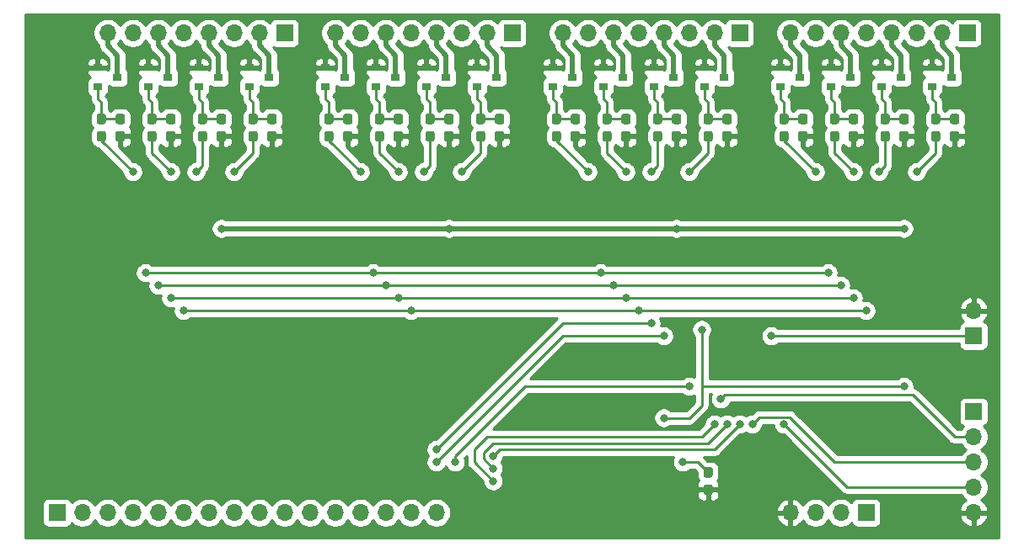
<source format=gbl>
G04 #@! TF.GenerationSoftware,KiCad,Pcbnew,(5.1.6)-1*
G04 #@! TF.CreationDate,2021-02-11T21:03:35+02:00*
G04 #@! TF.ProjectId,spectrum_analyzer,73706563-7472-4756-9d5f-616e616c797a,rev?*
G04 #@! TF.SameCoordinates,Original*
G04 #@! TF.FileFunction,Copper,L2,Bot*
G04 #@! TF.FilePolarity,Positive*
%FSLAX46Y46*%
G04 Gerber Fmt 4.6, Leading zero omitted, Abs format (unit mm)*
G04 Created by KiCad (PCBNEW (5.1.6)-1) date 2021-02-11 21:03:35*
%MOMM*%
%LPD*%
G01*
G04 APERTURE LIST*
G04 #@! TA.AperFunction,ComponentPad*
%ADD10O,1.700000X1.700000*%
G04 #@! TD*
G04 #@! TA.AperFunction,ComponentPad*
%ADD11R,1.700000X1.700000*%
G04 #@! TD*
G04 #@! TA.AperFunction,SMDPad,CuDef*
%ADD12R,0.900000X0.800000*%
G04 #@! TD*
G04 #@! TA.AperFunction,ViaPad*
%ADD13C,0.800000*%
G04 #@! TD*
G04 #@! TA.AperFunction,Conductor*
%ADD14C,0.500000*%
G04 #@! TD*
G04 #@! TA.AperFunction,Conductor*
%ADD15C,0.250000*%
G04 #@! TD*
G04 #@! TA.AperFunction,Conductor*
%ADD16C,0.254000*%
G04 #@! TD*
G04 APERTURE END LIST*
D10*
X105410000Y-114300000D03*
X102870000Y-114300000D03*
X100330000Y-114300000D03*
X97790000Y-114300000D03*
X95250000Y-114300000D03*
X92710000Y-114300000D03*
X90170000Y-114300000D03*
X87630000Y-114300000D03*
X85090000Y-114300000D03*
X82550000Y-114300000D03*
X80010000Y-114300000D03*
X77470000Y-114300000D03*
X74930000Y-114300000D03*
X72390000Y-114300000D03*
X69850000Y-114300000D03*
D11*
X67310000Y-114300000D03*
G04 #@! TA.AperFunction,SMDPad,CuDef*
G36*
G01*
X132952500Y-110775000D02*
X132477500Y-110775000D01*
G75*
G02*
X132240000Y-110537500I0J237500D01*
G01*
X132240000Y-109962500D01*
G75*
G02*
X132477500Y-109725000I237500J0D01*
G01*
X132952500Y-109725000D01*
G75*
G02*
X133190000Y-109962500I0J-237500D01*
G01*
X133190000Y-110537500D01*
G75*
G02*
X132952500Y-110775000I-237500J0D01*
G01*
G37*
G04 #@! TD.AperFunction*
G04 #@! TA.AperFunction,SMDPad,CuDef*
G36*
G01*
X132952500Y-112525000D02*
X132477500Y-112525000D01*
G75*
G02*
X132240000Y-112287500I0J237500D01*
G01*
X132240000Y-111712500D01*
G75*
G02*
X132477500Y-111475000I237500J0D01*
G01*
X132952500Y-111475000D01*
G75*
G02*
X133190000Y-111712500I0J-237500D01*
G01*
X133190000Y-112287500D01*
G75*
G02*
X132952500Y-112525000I-237500J0D01*
G01*
G37*
G04 #@! TD.AperFunction*
D10*
X159385000Y-93980000D03*
D11*
X159385000Y-96520000D03*
G04 #@! TA.AperFunction,SMDPad,CuDef*
G36*
G01*
X77072500Y-76965000D02*
X76597500Y-76965000D01*
G75*
G02*
X76360000Y-76727500I0J237500D01*
G01*
X76360000Y-76152500D01*
G75*
G02*
X76597500Y-75915000I237500J0D01*
G01*
X77072500Y-75915000D01*
G75*
G02*
X77310000Y-76152500I0J-237500D01*
G01*
X77310000Y-76727500D01*
G75*
G02*
X77072500Y-76965000I-237500J0D01*
G01*
G37*
G04 #@! TD.AperFunction*
G04 #@! TA.AperFunction,SMDPad,CuDef*
G36*
G01*
X77072500Y-75215000D02*
X76597500Y-75215000D01*
G75*
G02*
X76360000Y-74977500I0J237500D01*
G01*
X76360000Y-74402500D01*
G75*
G02*
X76597500Y-74165000I237500J0D01*
G01*
X77072500Y-74165000D01*
G75*
G02*
X77310000Y-74402500I0J-237500D01*
G01*
X77310000Y-74977500D01*
G75*
G02*
X77072500Y-75215000I-237500J0D01*
G01*
G37*
G04 #@! TD.AperFunction*
G04 #@! TA.AperFunction,SMDPad,CuDef*
G36*
G01*
X73422500Y-74165000D02*
X73897500Y-74165000D01*
G75*
G02*
X74135000Y-74402500I0J-237500D01*
G01*
X74135000Y-74977500D01*
G75*
G02*
X73897500Y-75215000I-237500J0D01*
G01*
X73422500Y-75215000D01*
G75*
G02*
X73185000Y-74977500I0J237500D01*
G01*
X73185000Y-74402500D01*
G75*
G02*
X73422500Y-74165000I237500J0D01*
G01*
G37*
G04 #@! TD.AperFunction*
G04 #@! TA.AperFunction,SMDPad,CuDef*
G36*
G01*
X73422500Y-75915000D02*
X73897500Y-75915000D01*
G75*
G02*
X74135000Y-76152500I0J-237500D01*
G01*
X74135000Y-76727500D01*
G75*
G02*
X73897500Y-76965000I-237500J0D01*
G01*
X73422500Y-76965000D01*
G75*
G02*
X73185000Y-76727500I0J237500D01*
G01*
X73185000Y-76152500D01*
G75*
G02*
X73422500Y-75915000I237500J0D01*
G01*
G37*
G04 #@! TD.AperFunction*
G04 #@! TA.AperFunction,SMDPad,CuDef*
G36*
G01*
X78502500Y-74165000D02*
X78977500Y-74165000D01*
G75*
G02*
X79215000Y-74402500I0J-237500D01*
G01*
X79215000Y-74977500D01*
G75*
G02*
X78977500Y-75215000I-237500J0D01*
G01*
X78502500Y-75215000D01*
G75*
G02*
X78265000Y-74977500I0J237500D01*
G01*
X78265000Y-74402500D01*
G75*
G02*
X78502500Y-74165000I237500J0D01*
G01*
G37*
G04 #@! TD.AperFunction*
G04 #@! TA.AperFunction,SMDPad,CuDef*
G36*
G01*
X78502500Y-75915000D02*
X78977500Y-75915000D01*
G75*
G02*
X79215000Y-76152500I0J-237500D01*
G01*
X79215000Y-76727500D01*
G75*
G02*
X78977500Y-76965000I-237500J0D01*
G01*
X78502500Y-76965000D01*
G75*
G02*
X78265000Y-76727500I0J237500D01*
G01*
X78265000Y-76152500D01*
G75*
G02*
X78502500Y-75915000I237500J0D01*
G01*
G37*
G04 #@! TD.AperFunction*
G04 #@! TA.AperFunction,SMDPad,CuDef*
G36*
G01*
X83582500Y-74165000D02*
X84057500Y-74165000D01*
G75*
G02*
X84295000Y-74402500I0J-237500D01*
G01*
X84295000Y-74977500D01*
G75*
G02*
X84057500Y-75215000I-237500J0D01*
G01*
X83582500Y-75215000D01*
G75*
G02*
X83345000Y-74977500I0J237500D01*
G01*
X83345000Y-74402500D01*
G75*
G02*
X83582500Y-74165000I237500J0D01*
G01*
G37*
G04 #@! TD.AperFunction*
G04 #@! TA.AperFunction,SMDPad,CuDef*
G36*
G01*
X83582500Y-75915000D02*
X84057500Y-75915000D01*
G75*
G02*
X84295000Y-76152500I0J-237500D01*
G01*
X84295000Y-76727500D01*
G75*
G02*
X84057500Y-76965000I-237500J0D01*
G01*
X83582500Y-76965000D01*
G75*
G02*
X83345000Y-76727500I0J237500D01*
G01*
X83345000Y-76152500D01*
G75*
G02*
X83582500Y-75915000I237500J0D01*
G01*
G37*
G04 #@! TD.AperFunction*
G04 #@! TA.AperFunction,SMDPad,CuDef*
G36*
G01*
X71992500Y-76965000D02*
X71517500Y-76965000D01*
G75*
G02*
X71280000Y-76727500I0J237500D01*
G01*
X71280000Y-76152500D01*
G75*
G02*
X71517500Y-75915000I237500J0D01*
G01*
X71992500Y-75915000D01*
G75*
G02*
X72230000Y-76152500I0J-237500D01*
G01*
X72230000Y-76727500D01*
G75*
G02*
X71992500Y-76965000I-237500J0D01*
G01*
G37*
G04 #@! TD.AperFunction*
G04 #@! TA.AperFunction,SMDPad,CuDef*
G36*
G01*
X71992500Y-75215000D02*
X71517500Y-75215000D01*
G75*
G02*
X71280000Y-74977500I0J237500D01*
G01*
X71280000Y-74402500D01*
G75*
G02*
X71517500Y-74165000I237500J0D01*
G01*
X71992500Y-74165000D01*
G75*
G02*
X72230000Y-74402500I0J-237500D01*
G01*
X72230000Y-74977500D01*
G75*
G02*
X71992500Y-75215000I-237500J0D01*
G01*
G37*
G04 #@! TD.AperFunction*
G04 #@! TA.AperFunction,SMDPad,CuDef*
G36*
G01*
X88662500Y-74165000D02*
X89137500Y-74165000D01*
G75*
G02*
X89375000Y-74402500I0J-237500D01*
G01*
X89375000Y-74977500D01*
G75*
G02*
X89137500Y-75215000I-237500J0D01*
G01*
X88662500Y-75215000D01*
G75*
G02*
X88425000Y-74977500I0J237500D01*
G01*
X88425000Y-74402500D01*
G75*
G02*
X88662500Y-74165000I237500J0D01*
G01*
G37*
G04 #@! TD.AperFunction*
G04 #@! TA.AperFunction,SMDPad,CuDef*
G36*
G01*
X88662500Y-75915000D02*
X89137500Y-75915000D01*
G75*
G02*
X89375000Y-76152500I0J-237500D01*
G01*
X89375000Y-76727500D01*
G75*
G02*
X89137500Y-76965000I-237500J0D01*
G01*
X88662500Y-76965000D01*
G75*
G02*
X88425000Y-76727500I0J237500D01*
G01*
X88425000Y-76152500D01*
G75*
G02*
X88662500Y-75915000I237500J0D01*
G01*
G37*
G04 #@! TD.AperFunction*
G04 #@! TA.AperFunction,SMDPad,CuDef*
G36*
G01*
X82152500Y-76965000D02*
X81677500Y-76965000D01*
G75*
G02*
X81440000Y-76727500I0J237500D01*
G01*
X81440000Y-76152500D01*
G75*
G02*
X81677500Y-75915000I237500J0D01*
G01*
X82152500Y-75915000D01*
G75*
G02*
X82390000Y-76152500I0J-237500D01*
G01*
X82390000Y-76727500D01*
G75*
G02*
X82152500Y-76965000I-237500J0D01*
G01*
G37*
G04 #@! TD.AperFunction*
G04 #@! TA.AperFunction,SMDPad,CuDef*
G36*
G01*
X82152500Y-75215000D02*
X81677500Y-75215000D01*
G75*
G02*
X81440000Y-74977500I0J237500D01*
G01*
X81440000Y-74402500D01*
G75*
G02*
X81677500Y-74165000I237500J0D01*
G01*
X82152500Y-74165000D01*
G75*
G02*
X82390000Y-74402500I0J-237500D01*
G01*
X82390000Y-74977500D01*
G75*
G02*
X82152500Y-75215000I-237500J0D01*
G01*
G37*
G04 #@! TD.AperFunction*
G04 #@! TA.AperFunction,SMDPad,CuDef*
G36*
G01*
X87232500Y-76965000D02*
X86757500Y-76965000D01*
G75*
G02*
X86520000Y-76727500I0J237500D01*
G01*
X86520000Y-76152500D01*
G75*
G02*
X86757500Y-75915000I237500J0D01*
G01*
X87232500Y-75915000D01*
G75*
G02*
X87470000Y-76152500I0J-237500D01*
G01*
X87470000Y-76727500D01*
G75*
G02*
X87232500Y-76965000I-237500J0D01*
G01*
G37*
G04 #@! TD.AperFunction*
G04 #@! TA.AperFunction,SMDPad,CuDef*
G36*
G01*
X87232500Y-75215000D02*
X86757500Y-75215000D01*
G75*
G02*
X86520000Y-74977500I0J237500D01*
G01*
X86520000Y-74402500D01*
G75*
G02*
X86757500Y-74165000I237500J0D01*
G01*
X87232500Y-74165000D01*
G75*
G02*
X87470000Y-74402500I0J-237500D01*
G01*
X87470000Y-74977500D01*
G75*
G02*
X87232500Y-75215000I-237500J0D01*
G01*
G37*
G04 #@! TD.AperFunction*
G04 #@! TA.AperFunction,SMDPad,CuDef*
G36*
G01*
X99932500Y-76965000D02*
X99457500Y-76965000D01*
G75*
G02*
X99220000Y-76727500I0J237500D01*
G01*
X99220000Y-76152500D01*
G75*
G02*
X99457500Y-75915000I237500J0D01*
G01*
X99932500Y-75915000D01*
G75*
G02*
X100170000Y-76152500I0J-237500D01*
G01*
X100170000Y-76727500D01*
G75*
G02*
X99932500Y-76965000I-237500J0D01*
G01*
G37*
G04 #@! TD.AperFunction*
G04 #@! TA.AperFunction,SMDPad,CuDef*
G36*
G01*
X99932500Y-75215000D02*
X99457500Y-75215000D01*
G75*
G02*
X99220000Y-74977500I0J237500D01*
G01*
X99220000Y-74402500D01*
G75*
G02*
X99457500Y-74165000I237500J0D01*
G01*
X99932500Y-74165000D01*
G75*
G02*
X100170000Y-74402500I0J-237500D01*
G01*
X100170000Y-74977500D01*
G75*
G02*
X99932500Y-75215000I-237500J0D01*
G01*
G37*
G04 #@! TD.AperFunction*
G04 #@! TA.AperFunction,SMDPad,CuDef*
G36*
G01*
X96282500Y-74165000D02*
X96757500Y-74165000D01*
G75*
G02*
X96995000Y-74402500I0J-237500D01*
G01*
X96995000Y-74977500D01*
G75*
G02*
X96757500Y-75215000I-237500J0D01*
G01*
X96282500Y-75215000D01*
G75*
G02*
X96045000Y-74977500I0J237500D01*
G01*
X96045000Y-74402500D01*
G75*
G02*
X96282500Y-74165000I237500J0D01*
G01*
G37*
G04 #@! TD.AperFunction*
G04 #@! TA.AperFunction,SMDPad,CuDef*
G36*
G01*
X96282500Y-75915000D02*
X96757500Y-75915000D01*
G75*
G02*
X96995000Y-76152500I0J-237500D01*
G01*
X96995000Y-76727500D01*
G75*
G02*
X96757500Y-76965000I-237500J0D01*
G01*
X96282500Y-76965000D01*
G75*
G02*
X96045000Y-76727500I0J237500D01*
G01*
X96045000Y-76152500D01*
G75*
G02*
X96282500Y-75915000I237500J0D01*
G01*
G37*
G04 #@! TD.AperFunction*
G04 #@! TA.AperFunction,SMDPad,CuDef*
G36*
G01*
X101362500Y-74165000D02*
X101837500Y-74165000D01*
G75*
G02*
X102075000Y-74402500I0J-237500D01*
G01*
X102075000Y-74977500D01*
G75*
G02*
X101837500Y-75215000I-237500J0D01*
G01*
X101362500Y-75215000D01*
G75*
G02*
X101125000Y-74977500I0J237500D01*
G01*
X101125000Y-74402500D01*
G75*
G02*
X101362500Y-74165000I237500J0D01*
G01*
G37*
G04 #@! TD.AperFunction*
G04 #@! TA.AperFunction,SMDPad,CuDef*
G36*
G01*
X101362500Y-75915000D02*
X101837500Y-75915000D01*
G75*
G02*
X102075000Y-76152500I0J-237500D01*
G01*
X102075000Y-76727500D01*
G75*
G02*
X101837500Y-76965000I-237500J0D01*
G01*
X101362500Y-76965000D01*
G75*
G02*
X101125000Y-76727500I0J237500D01*
G01*
X101125000Y-76152500D01*
G75*
G02*
X101362500Y-75915000I237500J0D01*
G01*
G37*
G04 #@! TD.AperFunction*
G04 #@! TA.AperFunction,SMDPad,CuDef*
G36*
G01*
X106442500Y-74165000D02*
X106917500Y-74165000D01*
G75*
G02*
X107155000Y-74402500I0J-237500D01*
G01*
X107155000Y-74977500D01*
G75*
G02*
X106917500Y-75215000I-237500J0D01*
G01*
X106442500Y-75215000D01*
G75*
G02*
X106205000Y-74977500I0J237500D01*
G01*
X106205000Y-74402500D01*
G75*
G02*
X106442500Y-74165000I237500J0D01*
G01*
G37*
G04 #@! TD.AperFunction*
G04 #@! TA.AperFunction,SMDPad,CuDef*
G36*
G01*
X106442500Y-75915000D02*
X106917500Y-75915000D01*
G75*
G02*
X107155000Y-76152500I0J-237500D01*
G01*
X107155000Y-76727500D01*
G75*
G02*
X106917500Y-76965000I-237500J0D01*
G01*
X106442500Y-76965000D01*
G75*
G02*
X106205000Y-76727500I0J237500D01*
G01*
X106205000Y-76152500D01*
G75*
G02*
X106442500Y-75915000I237500J0D01*
G01*
G37*
G04 #@! TD.AperFunction*
G04 #@! TA.AperFunction,SMDPad,CuDef*
G36*
G01*
X94852500Y-76965000D02*
X94377500Y-76965000D01*
G75*
G02*
X94140000Y-76727500I0J237500D01*
G01*
X94140000Y-76152500D01*
G75*
G02*
X94377500Y-75915000I237500J0D01*
G01*
X94852500Y-75915000D01*
G75*
G02*
X95090000Y-76152500I0J-237500D01*
G01*
X95090000Y-76727500D01*
G75*
G02*
X94852500Y-76965000I-237500J0D01*
G01*
G37*
G04 #@! TD.AperFunction*
G04 #@! TA.AperFunction,SMDPad,CuDef*
G36*
G01*
X94852500Y-75215000D02*
X94377500Y-75215000D01*
G75*
G02*
X94140000Y-74977500I0J237500D01*
G01*
X94140000Y-74402500D01*
G75*
G02*
X94377500Y-74165000I237500J0D01*
G01*
X94852500Y-74165000D01*
G75*
G02*
X95090000Y-74402500I0J-237500D01*
G01*
X95090000Y-74977500D01*
G75*
G02*
X94852500Y-75215000I-237500J0D01*
G01*
G37*
G04 #@! TD.AperFunction*
G04 #@! TA.AperFunction,SMDPad,CuDef*
G36*
G01*
X111522500Y-74165000D02*
X111997500Y-74165000D01*
G75*
G02*
X112235000Y-74402500I0J-237500D01*
G01*
X112235000Y-74977500D01*
G75*
G02*
X111997500Y-75215000I-237500J0D01*
G01*
X111522500Y-75215000D01*
G75*
G02*
X111285000Y-74977500I0J237500D01*
G01*
X111285000Y-74402500D01*
G75*
G02*
X111522500Y-74165000I237500J0D01*
G01*
G37*
G04 #@! TD.AperFunction*
G04 #@! TA.AperFunction,SMDPad,CuDef*
G36*
G01*
X111522500Y-75915000D02*
X111997500Y-75915000D01*
G75*
G02*
X112235000Y-76152500I0J-237500D01*
G01*
X112235000Y-76727500D01*
G75*
G02*
X111997500Y-76965000I-237500J0D01*
G01*
X111522500Y-76965000D01*
G75*
G02*
X111285000Y-76727500I0J237500D01*
G01*
X111285000Y-76152500D01*
G75*
G02*
X111522500Y-75915000I237500J0D01*
G01*
G37*
G04 #@! TD.AperFunction*
G04 #@! TA.AperFunction,SMDPad,CuDef*
G36*
G01*
X105012500Y-76965000D02*
X104537500Y-76965000D01*
G75*
G02*
X104300000Y-76727500I0J237500D01*
G01*
X104300000Y-76152500D01*
G75*
G02*
X104537500Y-75915000I237500J0D01*
G01*
X105012500Y-75915000D01*
G75*
G02*
X105250000Y-76152500I0J-237500D01*
G01*
X105250000Y-76727500D01*
G75*
G02*
X105012500Y-76965000I-237500J0D01*
G01*
G37*
G04 #@! TD.AperFunction*
G04 #@! TA.AperFunction,SMDPad,CuDef*
G36*
G01*
X105012500Y-75215000D02*
X104537500Y-75215000D01*
G75*
G02*
X104300000Y-74977500I0J237500D01*
G01*
X104300000Y-74402500D01*
G75*
G02*
X104537500Y-74165000I237500J0D01*
G01*
X105012500Y-74165000D01*
G75*
G02*
X105250000Y-74402500I0J-237500D01*
G01*
X105250000Y-74977500D01*
G75*
G02*
X105012500Y-75215000I-237500J0D01*
G01*
G37*
G04 #@! TD.AperFunction*
G04 #@! TA.AperFunction,SMDPad,CuDef*
G36*
G01*
X110092500Y-76965000D02*
X109617500Y-76965000D01*
G75*
G02*
X109380000Y-76727500I0J237500D01*
G01*
X109380000Y-76152500D01*
G75*
G02*
X109617500Y-75915000I237500J0D01*
G01*
X110092500Y-75915000D01*
G75*
G02*
X110330000Y-76152500I0J-237500D01*
G01*
X110330000Y-76727500D01*
G75*
G02*
X110092500Y-76965000I-237500J0D01*
G01*
G37*
G04 #@! TD.AperFunction*
G04 #@! TA.AperFunction,SMDPad,CuDef*
G36*
G01*
X110092500Y-75215000D02*
X109617500Y-75215000D01*
G75*
G02*
X109380000Y-74977500I0J237500D01*
G01*
X109380000Y-74402500D01*
G75*
G02*
X109617500Y-74165000I237500J0D01*
G01*
X110092500Y-74165000D01*
G75*
G02*
X110330000Y-74402500I0J-237500D01*
G01*
X110330000Y-74977500D01*
G75*
G02*
X110092500Y-75215000I-237500J0D01*
G01*
G37*
G04 #@! TD.AperFunction*
G04 #@! TA.AperFunction,SMDPad,CuDef*
G36*
G01*
X122792500Y-76965000D02*
X122317500Y-76965000D01*
G75*
G02*
X122080000Y-76727500I0J237500D01*
G01*
X122080000Y-76152500D01*
G75*
G02*
X122317500Y-75915000I237500J0D01*
G01*
X122792500Y-75915000D01*
G75*
G02*
X123030000Y-76152500I0J-237500D01*
G01*
X123030000Y-76727500D01*
G75*
G02*
X122792500Y-76965000I-237500J0D01*
G01*
G37*
G04 #@! TD.AperFunction*
G04 #@! TA.AperFunction,SMDPad,CuDef*
G36*
G01*
X122792500Y-75215000D02*
X122317500Y-75215000D01*
G75*
G02*
X122080000Y-74977500I0J237500D01*
G01*
X122080000Y-74402500D01*
G75*
G02*
X122317500Y-74165000I237500J0D01*
G01*
X122792500Y-74165000D01*
G75*
G02*
X123030000Y-74402500I0J-237500D01*
G01*
X123030000Y-74977500D01*
G75*
G02*
X122792500Y-75215000I-237500J0D01*
G01*
G37*
G04 #@! TD.AperFunction*
G04 #@! TA.AperFunction,SMDPad,CuDef*
G36*
G01*
X119142500Y-74165000D02*
X119617500Y-74165000D01*
G75*
G02*
X119855000Y-74402500I0J-237500D01*
G01*
X119855000Y-74977500D01*
G75*
G02*
X119617500Y-75215000I-237500J0D01*
G01*
X119142500Y-75215000D01*
G75*
G02*
X118905000Y-74977500I0J237500D01*
G01*
X118905000Y-74402500D01*
G75*
G02*
X119142500Y-74165000I237500J0D01*
G01*
G37*
G04 #@! TD.AperFunction*
G04 #@! TA.AperFunction,SMDPad,CuDef*
G36*
G01*
X119142500Y-75915000D02*
X119617500Y-75915000D01*
G75*
G02*
X119855000Y-76152500I0J-237500D01*
G01*
X119855000Y-76727500D01*
G75*
G02*
X119617500Y-76965000I-237500J0D01*
G01*
X119142500Y-76965000D01*
G75*
G02*
X118905000Y-76727500I0J237500D01*
G01*
X118905000Y-76152500D01*
G75*
G02*
X119142500Y-75915000I237500J0D01*
G01*
G37*
G04 #@! TD.AperFunction*
G04 #@! TA.AperFunction,SMDPad,CuDef*
G36*
G01*
X124222500Y-74165000D02*
X124697500Y-74165000D01*
G75*
G02*
X124935000Y-74402500I0J-237500D01*
G01*
X124935000Y-74977500D01*
G75*
G02*
X124697500Y-75215000I-237500J0D01*
G01*
X124222500Y-75215000D01*
G75*
G02*
X123985000Y-74977500I0J237500D01*
G01*
X123985000Y-74402500D01*
G75*
G02*
X124222500Y-74165000I237500J0D01*
G01*
G37*
G04 #@! TD.AperFunction*
G04 #@! TA.AperFunction,SMDPad,CuDef*
G36*
G01*
X124222500Y-75915000D02*
X124697500Y-75915000D01*
G75*
G02*
X124935000Y-76152500I0J-237500D01*
G01*
X124935000Y-76727500D01*
G75*
G02*
X124697500Y-76965000I-237500J0D01*
G01*
X124222500Y-76965000D01*
G75*
G02*
X123985000Y-76727500I0J237500D01*
G01*
X123985000Y-76152500D01*
G75*
G02*
X124222500Y-75915000I237500J0D01*
G01*
G37*
G04 #@! TD.AperFunction*
G04 #@! TA.AperFunction,SMDPad,CuDef*
G36*
G01*
X129302500Y-74165000D02*
X129777500Y-74165000D01*
G75*
G02*
X130015000Y-74402500I0J-237500D01*
G01*
X130015000Y-74977500D01*
G75*
G02*
X129777500Y-75215000I-237500J0D01*
G01*
X129302500Y-75215000D01*
G75*
G02*
X129065000Y-74977500I0J237500D01*
G01*
X129065000Y-74402500D01*
G75*
G02*
X129302500Y-74165000I237500J0D01*
G01*
G37*
G04 #@! TD.AperFunction*
G04 #@! TA.AperFunction,SMDPad,CuDef*
G36*
G01*
X129302500Y-75915000D02*
X129777500Y-75915000D01*
G75*
G02*
X130015000Y-76152500I0J-237500D01*
G01*
X130015000Y-76727500D01*
G75*
G02*
X129777500Y-76965000I-237500J0D01*
G01*
X129302500Y-76965000D01*
G75*
G02*
X129065000Y-76727500I0J237500D01*
G01*
X129065000Y-76152500D01*
G75*
G02*
X129302500Y-75915000I237500J0D01*
G01*
G37*
G04 #@! TD.AperFunction*
G04 #@! TA.AperFunction,SMDPad,CuDef*
G36*
G01*
X117712500Y-76965000D02*
X117237500Y-76965000D01*
G75*
G02*
X117000000Y-76727500I0J237500D01*
G01*
X117000000Y-76152500D01*
G75*
G02*
X117237500Y-75915000I237500J0D01*
G01*
X117712500Y-75915000D01*
G75*
G02*
X117950000Y-76152500I0J-237500D01*
G01*
X117950000Y-76727500D01*
G75*
G02*
X117712500Y-76965000I-237500J0D01*
G01*
G37*
G04 #@! TD.AperFunction*
G04 #@! TA.AperFunction,SMDPad,CuDef*
G36*
G01*
X117712500Y-75215000D02*
X117237500Y-75215000D01*
G75*
G02*
X117000000Y-74977500I0J237500D01*
G01*
X117000000Y-74402500D01*
G75*
G02*
X117237500Y-74165000I237500J0D01*
G01*
X117712500Y-74165000D01*
G75*
G02*
X117950000Y-74402500I0J-237500D01*
G01*
X117950000Y-74977500D01*
G75*
G02*
X117712500Y-75215000I-237500J0D01*
G01*
G37*
G04 #@! TD.AperFunction*
G04 #@! TA.AperFunction,SMDPad,CuDef*
G36*
G01*
X134382500Y-74165000D02*
X134857500Y-74165000D01*
G75*
G02*
X135095000Y-74402500I0J-237500D01*
G01*
X135095000Y-74977500D01*
G75*
G02*
X134857500Y-75215000I-237500J0D01*
G01*
X134382500Y-75215000D01*
G75*
G02*
X134145000Y-74977500I0J237500D01*
G01*
X134145000Y-74402500D01*
G75*
G02*
X134382500Y-74165000I237500J0D01*
G01*
G37*
G04 #@! TD.AperFunction*
G04 #@! TA.AperFunction,SMDPad,CuDef*
G36*
G01*
X134382500Y-75915000D02*
X134857500Y-75915000D01*
G75*
G02*
X135095000Y-76152500I0J-237500D01*
G01*
X135095000Y-76727500D01*
G75*
G02*
X134857500Y-76965000I-237500J0D01*
G01*
X134382500Y-76965000D01*
G75*
G02*
X134145000Y-76727500I0J237500D01*
G01*
X134145000Y-76152500D01*
G75*
G02*
X134382500Y-75915000I237500J0D01*
G01*
G37*
G04 #@! TD.AperFunction*
G04 #@! TA.AperFunction,SMDPad,CuDef*
G36*
G01*
X127872500Y-76965000D02*
X127397500Y-76965000D01*
G75*
G02*
X127160000Y-76727500I0J237500D01*
G01*
X127160000Y-76152500D01*
G75*
G02*
X127397500Y-75915000I237500J0D01*
G01*
X127872500Y-75915000D01*
G75*
G02*
X128110000Y-76152500I0J-237500D01*
G01*
X128110000Y-76727500D01*
G75*
G02*
X127872500Y-76965000I-237500J0D01*
G01*
G37*
G04 #@! TD.AperFunction*
G04 #@! TA.AperFunction,SMDPad,CuDef*
G36*
G01*
X127872500Y-75215000D02*
X127397500Y-75215000D01*
G75*
G02*
X127160000Y-74977500I0J237500D01*
G01*
X127160000Y-74402500D01*
G75*
G02*
X127397500Y-74165000I237500J0D01*
G01*
X127872500Y-74165000D01*
G75*
G02*
X128110000Y-74402500I0J-237500D01*
G01*
X128110000Y-74977500D01*
G75*
G02*
X127872500Y-75215000I-237500J0D01*
G01*
G37*
G04 #@! TD.AperFunction*
G04 #@! TA.AperFunction,SMDPad,CuDef*
G36*
G01*
X132952500Y-76965000D02*
X132477500Y-76965000D01*
G75*
G02*
X132240000Y-76727500I0J237500D01*
G01*
X132240000Y-76152500D01*
G75*
G02*
X132477500Y-75915000I237500J0D01*
G01*
X132952500Y-75915000D01*
G75*
G02*
X133190000Y-76152500I0J-237500D01*
G01*
X133190000Y-76727500D01*
G75*
G02*
X132952500Y-76965000I-237500J0D01*
G01*
G37*
G04 #@! TD.AperFunction*
G04 #@! TA.AperFunction,SMDPad,CuDef*
G36*
G01*
X132952500Y-75215000D02*
X132477500Y-75215000D01*
G75*
G02*
X132240000Y-74977500I0J237500D01*
G01*
X132240000Y-74402500D01*
G75*
G02*
X132477500Y-74165000I237500J0D01*
G01*
X132952500Y-74165000D01*
G75*
G02*
X133190000Y-74402500I0J-237500D01*
G01*
X133190000Y-74977500D01*
G75*
G02*
X132952500Y-75215000I-237500J0D01*
G01*
G37*
G04 #@! TD.AperFunction*
D12*
X71390000Y-71435000D03*
X71390000Y-69535000D03*
X73390000Y-70485000D03*
X76470000Y-71435000D03*
X76470000Y-69535000D03*
X78470000Y-70485000D03*
X81550000Y-71435000D03*
X81550000Y-69535000D03*
X83550000Y-70485000D03*
X86630000Y-71435000D03*
X86630000Y-69535000D03*
X88630000Y-70485000D03*
D11*
X90170000Y-66040000D03*
D10*
X87630000Y-66040000D03*
X85090000Y-66040000D03*
X82550000Y-66040000D03*
X80010000Y-66040000D03*
X77470000Y-66040000D03*
X74930000Y-66040000D03*
X72390000Y-66040000D03*
D12*
X94250000Y-71435000D03*
X94250000Y-69535000D03*
X96250000Y-70485000D03*
X99330000Y-71435000D03*
X99330000Y-69535000D03*
X101330000Y-70485000D03*
X104410000Y-71435000D03*
X104410000Y-69535000D03*
X106410000Y-70485000D03*
X109490000Y-71435000D03*
X109490000Y-69535000D03*
X111490000Y-70485000D03*
D11*
X113030000Y-66040000D03*
D10*
X110490000Y-66040000D03*
X107950000Y-66040000D03*
X105410000Y-66040000D03*
X102870000Y-66040000D03*
X100330000Y-66040000D03*
X97790000Y-66040000D03*
X95250000Y-66040000D03*
D12*
X117110000Y-71435000D03*
X117110000Y-69535000D03*
X119110000Y-70485000D03*
X122190000Y-71435000D03*
X122190000Y-69535000D03*
X124190000Y-70485000D03*
X127270000Y-71435000D03*
X127270000Y-69535000D03*
X129270000Y-70485000D03*
X132350000Y-71435000D03*
X132350000Y-69535000D03*
X134350000Y-70485000D03*
D11*
X135890000Y-66040000D03*
D10*
X133350000Y-66040000D03*
X130810000Y-66040000D03*
X128270000Y-66040000D03*
X125730000Y-66040000D03*
X123190000Y-66040000D03*
X120650000Y-66040000D03*
X118110000Y-66040000D03*
D12*
X157210000Y-70485000D03*
X155210000Y-69535000D03*
X155210000Y-71435000D03*
X152130000Y-70485000D03*
X150130000Y-69535000D03*
X150130000Y-71435000D03*
X147050000Y-70485000D03*
X145050000Y-69535000D03*
X145050000Y-71435000D03*
X141970000Y-70485000D03*
X139970000Y-69535000D03*
X139970000Y-71435000D03*
G04 #@! TA.AperFunction,SMDPad,CuDef*
G36*
G01*
X142002500Y-75915000D02*
X142477500Y-75915000D01*
G75*
G02*
X142715000Y-76152500I0J-237500D01*
G01*
X142715000Y-76727500D01*
G75*
G02*
X142477500Y-76965000I-237500J0D01*
G01*
X142002500Y-76965000D01*
G75*
G02*
X141765000Y-76727500I0J237500D01*
G01*
X141765000Y-76152500D01*
G75*
G02*
X142002500Y-75915000I237500J0D01*
G01*
G37*
G04 #@! TD.AperFunction*
G04 #@! TA.AperFunction,SMDPad,CuDef*
G36*
G01*
X142002500Y-74165000D02*
X142477500Y-74165000D01*
G75*
G02*
X142715000Y-74402500I0J-237500D01*
G01*
X142715000Y-74977500D01*
G75*
G02*
X142477500Y-75215000I-237500J0D01*
G01*
X142002500Y-75215000D01*
G75*
G02*
X141765000Y-74977500I0J237500D01*
G01*
X141765000Y-74402500D01*
G75*
G02*
X142002500Y-74165000I237500J0D01*
G01*
G37*
G04 #@! TD.AperFunction*
G04 #@! TA.AperFunction,SMDPad,CuDef*
G36*
G01*
X147082500Y-75915000D02*
X147557500Y-75915000D01*
G75*
G02*
X147795000Y-76152500I0J-237500D01*
G01*
X147795000Y-76727500D01*
G75*
G02*
X147557500Y-76965000I-237500J0D01*
G01*
X147082500Y-76965000D01*
G75*
G02*
X146845000Y-76727500I0J237500D01*
G01*
X146845000Y-76152500D01*
G75*
G02*
X147082500Y-75915000I237500J0D01*
G01*
G37*
G04 #@! TD.AperFunction*
G04 #@! TA.AperFunction,SMDPad,CuDef*
G36*
G01*
X147082500Y-74165000D02*
X147557500Y-74165000D01*
G75*
G02*
X147795000Y-74402500I0J-237500D01*
G01*
X147795000Y-74977500D01*
G75*
G02*
X147557500Y-75215000I-237500J0D01*
G01*
X147082500Y-75215000D01*
G75*
G02*
X146845000Y-74977500I0J237500D01*
G01*
X146845000Y-74402500D01*
G75*
G02*
X147082500Y-74165000I237500J0D01*
G01*
G37*
G04 #@! TD.AperFunction*
G04 #@! TA.AperFunction,SMDPad,CuDef*
G36*
G01*
X140572500Y-75215000D02*
X140097500Y-75215000D01*
G75*
G02*
X139860000Y-74977500I0J237500D01*
G01*
X139860000Y-74402500D01*
G75*
G02*
X140097500Y-74165000I237500J0D01*
G01*
X140572500Y-74165000D01*
G75*
G02*
X140810000Y-74402500I0J-237500D01*
G01*
X140810000Y-74977500D01*
G75*
G02*
X140572500Y-75215000I-237500J0D01*
G01*
G37*
G04 #@! TD.AperFunction*
G04 #@! TA.AperFunction,SMDPad,CuDef*
G36*
G01*
X140572500Y-76965000D02*
X140097500Y-76965000D01*
G75*
G02*
X139860000Y-76727500I0J237500D01*
G01*
X139860000Y-76152500D01*
G75*
G02*
X140097500Y-75915000I237500J0D01*
G01*
X140572500Y-75915000D01*
G75*
G02*
X140810000Y-76152500I0J-237500D01*
G01*
X140810000Y-76727500D01*
G75*
G02*
X140572500Y-76965000I-237500J0D01*
G01*
G37*
G04 #@! TD.AperFunction*
G04 #@! TA.AperFunction,SMDPad,CuDef*
G36*
G01*
X145652500Y-75215000D02*
X145177500Y-75215000D01*
G75*
G02*
X144940000Y-74977500I0J237500D01*
G01*
X144940000Y-74402500D01*
G75*
G02*
X145177500Y-74165000I237500J0D01*
G01*
X145652500Y-74165000D01*
G75*
G02*
X145890000Y-74402500I0J-237500D01*
G01*
X145890000Y-74977500D01*
G75*
G02*
X145652500Y-75215000I-237500J0D01*
G01*
G37*
G04 #@! TD.AperFunction*
G04 #@! TA.AperFunction,SMDPad,CuDef*
G36*
G01*
X145652500Y-76965000D02*
X145177500Y-76965000D01*
G75*
G02*
X144940000Y-76727500I0J237500D01*
G01*
X144940000Y-76152500D01*
G75*
G02*
X145177500Y-75915000I237500J0D01*
G01*
X145652500Y-75915000D01*
G75*
G02*
X145890000Y-76152500I0J-237500D01*
G01*
X145890000Y-76727500D01*
G75*
G02*
X145652500Y-76965000I-237500J0D01*
G01*
G37*
G04 #@! TD.AperFunction*
G04 #@! TA.AperFunction,SMDPad,CuDef*
G36*
G01*
X152162500Y-75915000D02*
X152637500Y-75915000D01*
G75*
G02*
X152875000Y-76152500I0J-237500D01*
G01*
X152875000Y-76727500D01*
G75*
G02*
X152637500Y-76965000I-237500J0D01*
G01*
X152162500Y-76965000D01*
G75*
G02*
X151925000Y-76727500I0J237500D01*
G01*
X151925000Y-76152500D01*
G75*
G02*
X152162500Y-75915000I237500J0D01*
G01*
G37*
G04 #@! TD.AperFunction*
G04 #@! TA.AperFunction,SMDPad,CuDef*
G36*
G01*
X152162500Y-74165000D02*
X152637500Y-74165000D01*
G75*
G02*
X152875000Y-74402500I0J-237500D01*
G01*
X152875000Y-74977500D01*
G75*
G02*
X152637500Y-75215000I-237500J0D01*
G01*
X152162500Y-75215000D01*
G75*
G02*
X151925000Y-74977500I0J237500D01*
G01*
X151925000Y-74402500D01*
G75*
G02*
X152162500Y-74165000I237500J0D01*
G01*
G37*
G04 #@! TD.AperFunction*
G04 #@! TA.AperFunction,SMDPad,CuDef*
G36*
G01*
X157242500Y-75915000D02*
X157717500Y-75915000D01*
G75*
G02*
X157955000Y-76152500I0J-237500D01*
G01*
X157955000Y-76727500D01*
G75*
G02*
X157717500Y-76965000I-237500J0D01*
G01*
X157242500Y-76965000D01*
G75*
G02*
X157005000Y-76727500I0J237500D01*
G01*
X157005000Y-76152500D01*
G75*
G02*
X157242500Y-75915000I237500J0D01*
G01*
G37*
G04 #@! TD.AperFunction*
G04 #@! TA.AperFunction,SMDPad,CuDef*
G36*
G01*
X157242500Y-74165000D02*
X157717500Y-74165000D01*
G75*
G02*
X157955000Y-74402500I0J-237500D01*
G01*
X157955000Y-74977500D01*
G75*
G02*
X157717500Y-75215000I-237500J0D01*
G01*
X157242500Y-75215000D01*
G75*
G02*
X157005000Y-74977500I0J237500D01*
G01*
X157005000Y-74402500D01*
G75*
G02*
X157242500Y-74165000I237500J0D01*
G01*
G37*
G04 #@! TD.AperFunction*
G04 #@! TA.AperFunction,SMDPad,CuDef*
G36*
G01*
X150732500Y-75215000D02*
X150257500Y-75215000D01*
G75*
G02*
X150020000Y-74977500I0J237500D01*
G01*
X150020000Y-74402500D01*
G75*
G02*
X150257500Y-74165000I237500J0D01*
G01*
X150732500Y-74165000D01*
G75*
G02*
X150970000Y-74402500I0J-237500D01*
G01*
X150970000Y-74977500D01*
G75*
G02*
X150732500Y-75215000I-237500J0D01*
G01*
G37*
G04 #@! TD.AperFunction*
G04 #@! TA.AperFunction,SMDPad,CuDef*
G36*
G01*
X150732500Y-76965000D02*
X150257500Y-76965000D01*
G75*
G02*
X150020000Y-76727500I0J237500D01*
G01*
X150020000Y-76152500D01*
G75*
G02*
X150257500Y-75915000I237500J0D01*
G01*
X150732500Y-75915000D01*
G75*
G02*
X150970000Y-76152500I0J-237500D01*
G01*
X150970000Y-76727500D01*
G75*
G02*
X150732500Y-76965000I-237500J0D01*
G01*
G37*
G04 #@! TD.AperFunction*
G04 #@! TA.AperFunction,SMDPad,CuDef*
G36*
G01*
X155812500Y-75215000D02*
X155337500Y-75215000D01*
G75*
G02*
X155100000Y-74977500I0J237500D01*
G01*
X155100000Y-74402500D01*
G75*
G02*
X155337500Y-74165000I237500J0D01*
G01*
X155812500Y-74165000D01*
G75*
G02*
X156050000Y-74402500I0J-237500D01*
G01*
X156050000Y-74977500D01*
G75*
G02*
X155812500Y-75215000I-237500J0D01*
G01*
G37*
G04 #@! TD.AperFunction*
G04 #@! TA.AperFunction,SMDPad,CuDef*
G36*
G01*
X155812500Y-76965000D02*
X155337500Y-76965000D01*
G75*
G02*
X155100000Y-76727500I0J237500D01*
G01*
X155100000Y-76152500D01*
G75*
G02*
X155337500Y-75915000I237500J0D01*
G01*
X155812500Y-75915000D01*
G75*
G02*
X156050000Y-76152500I0J-237500D01*
G01*
X156050000Y-76727500D01*
G75*
G02*
X155812500Y-76965000I-237500J0D01*
G01*
G37*
G04 #@! TD.AperFunction*
D10*
X140970000Y-66040000D03*
X143510000Y-66040000D03*
X146050000Y-66040000D03*
X148590000Y-66040000D03*
X151130000Y-66040000D03*
X153670000Y-66040000D03*
X156210000Y-66040000D03*
D11*
X158750000Y-66040000D03*
D10*
X159385000Y-114300000D03*
X159385000Y-111760000D03*
X159385000Y-109220000D03*
X159385000Y-106680000D03*
D11*
X159385000Y-104140000D03*
D10*
X140970000Y-114300000D03*
X143510000Y-114300000D03*
X146050000Y-114300000D03*
D11*
X148590000Y-114300000D03*
D13*
X144780000Y-67945000D03*
X149860000Y-67945000D03*
X154940000Y-67945000D03*
X132080000Y-67945000D03*
X127000000Y-67945000D03*
X121920000Y-67945000D03*
X109220000Y-67945000D03*
X104140000Y-67945000D03*
X99060000Y-67945000D03*
X86360000Y-67945000D03*
X81280000Y-67945000D03*
X76200000Y-67945000D03*
X136525000Y-83820000D03*
X138430000Y-83820000D03*
X140335000Y-83820000D03*
X140335000Y-81915000D03*
X138430000Y-81915000D03*
X136525000Y-81915000D03*
X113665000Y-81915000D03*
X90805000Y-81915000D03*
X115570000Y-81915000D03*
X117475000Y-81915000D03*
X117475000Y-83820000D03*
X115570000Y-83820000D03*
X113665000Y-83820000D03*
X92710000Y-81915000D03*
X94615000Y-81915000D03*
X94615000Y-83820000D03*
X92710000Y-83820000D03*
X90805000Y-83820000D03*
X146685000Y-98425000D03*
X148590000Y-98425000D03*
X150495000Y-98425000D03*
X151765000Y-103505000D03*
X151765000Y-105410000D03*
X152400000Y-114300000D03*
X109855000Y-114300000D03*
X112395000Y-114300000D03*
X114935000Y-114300000D03*
X66040000Y-82550000D03*
X67945000Y-82550000D03*
X69850000Y-82550000D03*
X69850000Y-84455000D03*
X67945000Y-84455000D03*
X66040000Y-84455000D03*
X66040000Y-86360000D03*
X67945000Y-86360000D03*
X69850000Y-86360000D03*
X136525000Y-88900000D03*
X138430000Y-88900000D03*
X140335000Y-88900000D03*
X129540000Y-103505000D03*
X116840000Y-102870000D03*
X118745000Y-102870000D03*
X118745000Y-104775000D03*
X145415000Y-103505000D03*
X145415000Y-105410000D03*
X122555000Y-113030000D03*
X124460000Y-113030000D03*
X142240000Y-109220000D03*
X152400000Y-85725000D03*
X129540000Y-85725000D03*
X106680000Y-85725000D03*
X83820000Y-85725000D03*
X152400000Y-101600000D03*
X128270000Y-104775000D03*
X132080000Y-95885000D03*
X140335000Y-105410000D03*
X137160000Y-105410000D03*
X133985000Y-102870000D03*
X135890000Y-105410000D03*
X111125000Y-108585000D03*
X111125000Y-109855000D03*
X134620000Y-105410000D03*
X111125000Y-111125000D03*
X133350000Y-105410000D03*
X127000000Y-95250000D03*
X105410000Y-107950000D03*
X128270000Y-96520000D03*
X105410000Y-109220000D03*
X153670000Y-80010000D03*
X149860000Y-80010000D03*
X147320000Y-80010000D03*
X143510000Y-80010000D03*
X130810000Y-80010000D03*
X127000000Y-80010000D03*
X124460000Y-80010000D03*
X120650000Y-80010000D03*
X107950000Y-80010000D03*
X104140000Y-80010000D03*
X101600000Y-80010000D03*
X97790000Y-80010000D03*
X85090000Y-80010000D03*
X81280000Y-80010000D03*
X78740000Y-80010000D03*
X74930000Y-80010000D03*
X139065000Y-96520000D03*
X130175000Y-109220000D03*
X148590000Y-93980000D03*
X125730000Y-93980000D03*
X102870000Y-93980000D03*
X80010000Y-93980000D03*
X147320000Y-92710000D03*
X124460000Y-92710000D03*
X101600000Y-92710000D03*
X78740000Y-92710000D03*
X77470000Y-91440000D03*
X100330000Y-91440000D03*
X123190000Y-91440000D03*
X146050000Y-91440000D03*
X144780000Y-90170000D03*
X121920000Y-90170000D03*
X99060000Y-90170000D03*
X76200000Y-90170000D03*
X107315000Y-109220000D03*
X130810000Y-101600000D03*
D14*
X83820000Y-85725000D02*
X129540000Y-85725000D01*
X129540000Y-85725000D02*
X152400000Y-85725000D01*
D15*
X132080000Y-98425000D02*
X132080000Y-95885000D01*
X130810000Y-104775000D02*
X128270000Y-104775000D01*
X132080000Y-98425000D02*
X132080000Y-103505000D01*
X132080000Y-103505000D02*
X130810000Y-104775000D01*
X132080000Y-101600000D02*
X132080000Y-98425000D01*
X152400000Y-101600000D02*
X132080000Y-101600000D01*
X159385000Y-111760000D02*
X146685000Y-111760000D01*
X146685000Y-111760000D02*
X140335000Y-105410000D01*
X137885001Y-104684999D02*
X137160000Y-105410000D01*
X140879999Y-104684999D02*
X137885001Y-104684999D01*
X159385000Y-109220000D02*
X145415000Y-109220000D01*
X145415000Y-109220000D02*
X140879999Y-104684999D01*
X134384999Y-102470001D02*
X153270001Y-102470001D01*
X133985000Y-102870000D02*
X134384999Y-102470001D01*
X157480000Y-106680000D02*
X159385000Y-106680000D01*
X153270001Y-102470001D02*
X157480000Y-106680000D01*
D14*
X157210000Y-70485000D02*
X157210000Y-68310000D01*
X156210000Y-67310000D02*
X156210000Y-66040000D01*
X157210000Y-68310000D02*
X156210000Y-67310000D01*
X152130000Y-70485000D02*
X152130000Y-68310000D01*
X151130000Y-67310000D02*
X151130000Y-66040000D01*
X152130000Y-68310000D02*
X151130000Y-67310000D01*
X147050000Y-70485000D02*
X147050000Y-68310000D01*
X146050000Y-67310000D02*
X146050000Y-66040000D01*
X147050000Y-68310000D02*
X146050000Y-67310000D01*
X141970000Y-70485000D02*
X141970000Y-68310000D01*
X140970000Y-67310000D02*
X140970000Y-66040000D01*
X141970000Y-68310000D02*
X140970000Y-67310000D01*
X133350000Y-67310000D02*
X133350000Y-66040000D01*
X134350000Y-68310000D02*
X133350000Y-67310000D01*
X134350000Y-70485000D02*
X134350000Y-68310000D01*
X129270000Y-68310000D02*
X128270000Y-67310000D01*
X128270000Y-67310000D02*
X128270000Y-66040000D01*
X129270000Y-70485000D02*
X129270000Y-68310000D01*
X124190000Y-68310000D02*
X123190000Y-67310000D01*
X124190000Y-70485000D02*
X124190000Y-68310000D01*
X123190000Y-67310000D02*
X123190000Y-66040000D01*
X118110000Y-67310000D02*
X118110000Y-66040000D01*
X119110000Y-68310000D02*
X118110000Y-67310000D01*
X119110000Y-70485000D02*
X119110000Y-68310000D01*
X110490000Y-67310000D02*
X110490000Y-66040000D01*
X111490000Y-68310000D02*
X110490000Y-67310000D01*
X111490000Y-70485000D02*
X111490000Y-68310000D01*
X106410000Y-68310000D02*
X105410000Y-67310000D01*
X105410000Y-67310000D02*
X105410000Y-66040000D01*
X106410000Y-70485000D02*
X106410000Y-68310000D01*
X101330000Y-68310000D02*
X100330000Y-67310000D01*
X101330000Y-70485000D02*
X101330000Y-68310000D01*
X100330000Y-67310000D02*
X100330000Y-66040000D01*
X95250000Y-67310000D02*
X95250000Y-66040000D01*
X96250000Y-68310000D02*
X95250000Y-67310000D01*
X96250000Y-70485000D02*
X96250000Y-68310000D01*
X87630000Y-67310000D02*
X87630000Y-66040000D01*
X88630000Y-68310000D02*
X87630000Y-67310000D01*
X88630000Y-70485000D02*
X88630000Y-68310000D01*
X83550000Y-68310000D02*
X82550000Y-67310000D01*
X82550000Y-67310000D02*
X82550000Y-66040000D01*
X83550000Y-70485000D02*
X83550000Y-68310000D01*
X78470000Y-68310000D02*
X77470000Y-67310000D01*
X78470000Y-70485000D02*
X78470000Y-68310000D01*
X77470000Y-67310000D02*
X77470000Y-66040000D01*
X72390000Y-67310000D02*
X72390000Y-66040000D01*
X73390000Y-68310000D02*
X72390000Y-67310000D01*
X73390000Y-70485000D02*
X73390000Y-68310000D01*
D15*
X155210000Y-71435000D02*
X155210000Y-72660000D01*
X155575000Y-73025000D02*
X155575000Y-74690000D01*
X155210000Y-72660000D02*
X155575000Y-73025000D01*
X155575000Y-74690000D02*
X157480000Y-74690000D01*
X150130000Y-71435000D02*
X150130000Y-72660000D01*
X150130000Y-72660000D02*
X150495000Y-73025000D01*
X150495000Y-73025000D02*
X150495000Y-74690000D01*
X152400000Y-74690000D02*
X150495000Y-74690000D01*
X145050000Y-71435000D02*
X145050000Y-72660000D01*
X145415000Y-73025000D02*
X145415000Y-74690000D01*
X145050000Y-72660000D02*
X145415000Y-73025000D01*
X147320000Y-74690000D02*
X145415000Y-74690000D01*
X142240000Y-74690000D02*
X140335000Y-74690000D01*
X139970000Y-71435000D02*
X139970000Y-72660000D01*
X140335000Y-73025000D02*
X140335000Y-74690000D01*
X139970000Y-72660000D02*
X140335000Y-73025000D01*
X132715000Y-74690000D02*
X134620000Y-74690000D01*
X132715000Y-73025000D02*
X132715000Y-74690000D01*
X132350000Y-71435000D02*
X132350000Y-72660000D01*
X132350000Y-72660000D02*
X132715000Y-73025000D01*
X127270000Y-71435000D02*
X127270000Y-72660000D01*
X129540000Y-74690000D02*
X127635000Y-74690000D01*
X127270000Y-72660000D02*
X127635000Y-73025000D01*
X127635000Y-73025000D02*
X127635000Y-74690000D01*
X124460000Y-74690000D02*
X122555000Y-74690000D01*
X122190000Y-71435000D02*
X122190000Y-72660000D01*
X122555000Y-73025000D02*
X122555000Y-74690000D01*
X122190000Y-72660000D02*
X122555000Y-73025000D01*
X117110000Y-71435000D02*
X117110000Y-72660000D01*
X117475000Y-73025000D02*
X117475000Y-74690000D01*
X117110000Y-72660000D02*
X117475000Y-73025000D01*
X119380000Y-74690000D02*
X117475000Y-74690000D01*
X109855000Y-74690000D02*
X111760000Y-74690000D01*
X109855000Y-73025000D02*
X109855000Y-74690000D01*
X109490000Y-71435000D02*
X109490000Y-72660000D01*
X109490000Y-72660000D02*
X109855000Y-73025000D01*
X104410000Y-71435000D02*
X104410000Y-72660000D01*
X106680000Y-74690000D02*
X104775000Y-74690000D01*
X104410000Y-72660000D02*
X104775000Y-73025000D01*
X104775000Y-73025000D02*
X104775000Y-74690000D01*
X101600000Y-74690000D02*
X99695000Y-74690000D01*
X99330000Y-71435000D02*
X99330000Y-72660000D01*
X99695000Y-73025000D02*
X99695000Y-74690000D01*
X99330000Y-72660000D02*
X99695000Y-73025000D01*
X94250000Y-71435000D02*
X94250000Y-72660000D01*
X94615000Y-73025000D02*
X94615000Y-74690000D01*
X94250000Y-72660000D02*
X94615000Y-73025000D01*
X96520000Y-74690000D02*
X94615000Y-74690000D01*
X86995000Y-74690000D02*
X88900000Y-74690000D01*
X86995000Y-73025000D02*
X86995000Y-74690000D01*
X86630000Y-71435000D02*
X86630000Y-72660000D01*
X86630000Y-72660000D02*
X86995000Y-73025000D01*
X81550000Y-71435000D02*
X81550000Y-72660000D01*
X83820000Y-74690000D02*
X81915000Y-74690000D01*
X81550000Y-72660000D02*
X81915000Y-73025000D01*
X81915000Y-73025000D02*
X81915000Y-74690000D01*
X78740000Y-74690000D02*
X76835000Y-74690000D01*
X76470000Y-71435000D02*
X76470000Y-72660000D01*
X76835000Y-73025000D02*
X76835000Y-74690000D01*
X76470000Y-72660000D02*
X76835000Y-73025000D01*
X71390000Y-71435000D02*
X71390000Y-72660000D01*
X71755000Y-73025000D02*
X71755000Y-74690000D01*
X71390000Y-72660000D02*
X71755000Y-73025000D01*
X73660000Y-74690000D02*
X71755000Y-74690000D01*
X111125000Y-108585000D02*
X111760000Y-107950000D01*
X133350000Y-107950000D02*
X135890000Y-105410000D01*
X111760000Y-107950000D02*
X133350000Y-107950000D01*
X132715000Y-107315000D02*
X134620000Y-105410000D01*
X111125000Y-107315000D02*
X132715000Y-107315000D01*
X110172500Y-108267500D02*
X111125000Y-107315000D01*
X111125000Y-109855000D02*
X110172500Y-108902500D01*
X110172500Y-108902500D02*
X110172500Y-108267500D01*
X132080000Y-106680000D02*
X133350000Y-105410000D01*
X109220000Y-107950000D02*
X110490000Y-106680000D01*
X110490000Y-106680000D02*
X132080000Y-106680000D01*
X111125000Y-111125000D02*
X109220000Y-109220000D01*
X109220000Y-109220000D02*
X109220000Y-107950000D01*
X127000000Y-95250000D02*
X118110000Y-95250000D01*
X118110000Y-95250000D02*
X105410000Y-107950000D01*
X128270000Y-96520000D02*
X118110000Y-96520000D01*
X118110000Y-96520000D02*
X105410000Y-109220000D01*
X155575000Y-76440000D02*
X155575000Y-78105000D01*
X155575000Y-78105000D02*
X153670000Y-80010000D01*
X150495000Y-76440000D02*
X150495000Y-79375000D01*
X150495000Y-79375000D02*
X149860000Y-80010000D01*
X145415000Y-76440000D02*
X145415000Y-78105000D01*
X145415000Y-78105000D02*
X147320000Y-80010000D01*
X140335000Y-76440000D02*
X140335000Y-76835000D01*
X140335000Y-76835000D02*
X143510000Y-80010000D01*
X132715000Y-78105000D02*
X130810000Y-80010000D01*
X132715000Y-76440000D02*
X132715000Y-78105000D01*
X127635000Y-76440000D02*
X127635000Y-79375000D01*
X127635000Y-79375000D02*
X127000000Y-80010000D01*
X122555000Y-76440000D02*
X122555000Y-78105000D01*
X122555000Y-78105000D02*
X124460000Y-80010000D01*
X117475000Y-76440000D02*
X117475000Y-76835000D01*
X117475000Y-76835000D02*
X120650000Y-80010000D01*
X109855000Y-76440000D02*
X109855000Y-78105000D01*
X109855000Y-78105000D02*
X107950000Y-80010000D01*
X104775000Y-79375000D02*
X104140000Y-80010000D01*
X104775000Y-76440000D02*
X104775000Y-79375000D01*
X99695000Y-78105000D02*
X101600000Y-80010000D01*
X99695000Y-76440000D02*
X99695000Y-78105000D01*
X94615000Y-76440000D02*
X94615000Y-76835000D01*
X94615000Y-76835000D02*
X97790000Y-80010000D01*
X86995000Y-76440000D02*
X86995000Y-78105000D01*
X86995000Y-78105000D02*
X85090000Y-80010000D01*
X81915000Y-79375000D02*
X81280000Y-80010000D01*
X81915000Y-76440000D02*
X81915000Y-79375000D01*
X76835000Y-78105000D02*
X78740000Y-80010000D01*
X76835000Y-76440000D02*
X76835000Y-78105000D01*
X71755000Y-76440000D02*
X71755000Y-76835000D01*
X71755000Y-76835000D02*
X74930000Y-80010000D01*
X159385000Y-96520000D02*
X139065000Y-96520000D01*
X131685000Y-109220000D02*
X132715000Y-110250000D01*
X130175000Y-109220000D02*
X131685000Y-109220000D01*
X148590000Y-93980000D02*
X125730000Y-93980000D01*
X102870000Y-93980000D02*
X125730000Y-93980000D01*
X80010000Y-93980000D02*
X102870000Y-93980000D01*
X147320000Y-92710000D02*
X124460000Y-92710000D01*
X101600000Y-92710000D02*
X124460000Y-92710000D01*
X78740000Y-92710000D02*
X101600000Y-92710000D01*
X77470000Y-91440000D02*
X100330000Y-91440000D01*
X123190000Y-91440000D02*
X100330000Y-91440000D01*
X146050000Y-91440000D02*
X123190000Y-91440000D01*
X144780000Y-90170000D02*
X121920000Y-90170000D01*
X99060000Y-90170000D02*
X121920000Y-90170000D01*
X76200000Y-90170000D02*
X99060000Y-90170000D01*
X114369315Y-101600000D02*
X130810000Y-101600000D01*
X107315000Y-109220000D02*
X107315000Y-108654315D01*
X107315000Y-108654315D02*
X114369315Y-101600000D01*
D16*
G36*
X161900000Y-116815000D02*
G01*
X64160000Y-116815000D01*
X64160000Y-113450000D01*
X65821928Y-113450000D01*
X65821928Y-115150000D01*
X65834188Y-115274482D01*
X65870498Y-115394180D01*
X65929463Y-115504494D01*
X66008815Y-115601185D01*
X66105506Y-115680537D01*
X66215820Y-115739502D01*
X66335518Y-115775812D01*
X66460000Y-115788072D01*
X68160000Y-115788072D01*
X68284482Y-115775812D01*
X68404180Y-115739502D01*
X68514494Y-115680537D01*
X68611185Y-115601185D01*
X68690537Y-115504494D01*
X68749502Y-115394180D01*
X68771513Y-115321620D01*
X68903368Y-115453475D01*
X69146589Y-115615990D01*
X69416842Y-115727932D01*
X69703740Y-115785000D01*
X69996260Y-115785000D01*
X70283158Y-115727932D01*
X70553411Y-115615990D01*
X70796632Y-115453475D01*
X71003475Y-115246632D01*
X71120000Y-115072240D01*
X71236525Y-115246632D01*
X71443368Y-115453475D01*
X71686589Y-115615990D01*
X71956842Y-115727932D01*
X72243740Y-115785000D01*
X72536260Y-115785000D01*
X72823158Y-115727932D01*
X73093411Y-115615990D01*
X73336632Y-115453475D01*
X73543475Y-115246632D01*
X73660000Y-115072240D01*
X73776525Y-115246632D01*
X73983368Y-115453475D01*
X74226589Y-115615990D01*
X74496842Y-115727932D01*
X74783740Y-115785000D01*
X75076260Y-115785000D01*
X75363158Y-115727932D01*
X75633411Y-115615990D01*
X75876632Y-115453475D01*
X76083475Y-115246632D01*
X76200000Y-115072240D01*
X76316525Y-115246632D01*
X76523368Y-115453475D01*
X76766589Y-115615990D01*
X77036842Y-115727932D01*
X77323740Y-115785000D01*
X77616260Y-115785000D01*
X77903158Y-115727932D01*
X78173411Y-115615990D01*
X78416632Y-115453475D01*
X78623475Y-115246632D01*
X78740000Y-115072240D01*
X78856525Y-115246632D01*
X79063368Y-115453475D01*
X79306589Y-115615990D01*
X79576842Y-115727932D01*
X79863740Y-115785000D01*
X80156260Y-115785000D01*
X80443158Y-115727932D01*
X80713411Y-115615990D01*
X80956632Y-115453475D01*
X81163475Y-115246632D01*
X81280000Y-115072240D01*
X81396525Y-115246632D01*
X81603368Y-115453475D01*
X81846589Y-115615990D01*
X82116842Y-115727932D01*
X82403740Y-115785000D01*
X82696260Y-115785000D01*
X82983158Y-115727932D01*
X83253411Y-115615990D01*
X83496632Y-115453475D01*
X83703475Y-115246632D01*
X83820000Y-115072240D01*
X83936525Y-115246632D01*
X84143368Y-115453475D01*
X84386589Y-115615990D01*
X84656842Y-115727932D01*
X84943740Y-115785000D01*
X85236260Y-115785000D01*
X85523158Y-115727932D01*
X85793411Y-115615990D01*
X86036632Y-115453475D01*
X86243475Y-115246632D01*
X86360000Y-115072240D01*
X86476525Y-115246632D01*
X86683368Y-115453475D01*
X86926589Y-115615990D01*
X87196842Y-115727932D01*
X87483740Y-115785000D01*
X87776260Y-115785000D01*
X88063158Y-115727932D01*
X88333411Y-115615990D01*
X88576632Y-115453475D01*
X88783475Y-115246632D01*
X88900000Y-115072240D01*
X89016525Y-115246632D01*
X89223368Y-115453475D01*
X89466589Y-115615990D01*
X89736842Y-115727932D01*
X90023740Y-115785000D01*
X90316260Y-115785000D01*
X90603158Y-115727932D01*
X90873411Y-115615990D01*
X91116632Y-115453475D01*
X91323475Y-115246632D01*
X91440000Y-115072240D01*
X91556525Y-115246632D01*
X91763368Y-115453475D01*
X92006589Y-115615990D01*
X92276842Y-115727932D01*
X92563740Y-115785000D01*
X92856260Y-115785000D01*
X93143158Y-115727932D01*
X93413411Y-115615990D01*
X93656632Y-115453475D01*
X93863475Y-115246632D01*
X93980000Y-115072240D01*
X94096525Y-115246632D01*
X94303368Y-115453475D01*
X94546589Y-115615990D01*
X94816842Y-115727932D01*
X95103740Y-115785000D01*
X95396260Y-115785000D01*
X95683158Y-115727932D01*
X95953411Y-115615990D01*
X96196632Y-115453475D01*
X96403475Y-115246632D01*
X96520000Y-115072240D01*
X96636525Y-115246632D01*
X96843368Y-115453475D01*
X97086589Y-115615990D01*
X97356842Y-115727932D01*
X97643740Y-115785000D01*
X97936260Y-115785000D01*
X98223158Y-115727932D01*
X98493411Y-115615990D01*
X98736632Y-115453475D01*
X98943475Y-115246632D01*
X99060000Y-115072240D01*
X99176525Y-115246632D01*
X99383368Y-115453475D01*
X99626589Y-115615990D01*
X99896842Y-115727932D01*
X100183740Y-115785000D01*
X100476260Y-115785000D01*
X100763158Y-115727932D01*
X101033411Y-115615990D01*
X101276632Y-115453475D01*
X101483475Y-115246632D01*
X101600000Y-115072240D01*
X101716525Y-115246632D01*
X101923368Y-115453475D01*
X102166589Y-115615990D01*
X102436842Y-115727932D01*
X102723740Y-115785000D01*
X103016260Y-115785000D01*
X103303158Y-115727932D01*
X103573411Y-115615990D01*
X103816632Y-115453475D01*
X104023475Y-115246632D01*
X104140000Y-115072240D01*
X104256525Y-115246632D01*
X104463368Y-115453475D01*
X104706589Y-115615990D01*
X104976842Y-115727932D01*
X105263740Y-115785000D01*
X105556260Y-115785000D01*
X105843158Y-115727932D01*
X106113411Y-115615990D01*
X106356632Y-115453475D01*
X106563475Y-115246632D01*
X106725990Y-115003411D01*
X106837932Y-114733158D01*
X106853102Y-114656891D01*
X139528519Y-114656891D01*
X139625843Y-114931252D01*
X139774822Y-115181355D01*
X139969731Y-115397588D01*
X140203080Y-115571641D01*
X140465901Y-115696825D01*
X140613110Y-115741476D01*
X140843000Y-115620155D01*
X140843000Y-114427000D01*
X139649186Y-114427000D01*
X139528519Y-114656891D01*
X106853102Y-114656891D01*
X106895000Y-114446260D01*
X106895000Y-114153740D01*
X106853103Y-113943109D01*
X139528519Y-113943109D01*
X139649186Y-114173000D01*
X140843000Y-114173000D01*
X140843000Y-112979845D01*
X141097000Y-112979845D01*
X141097000Y-114173000D01*
X141117000Y-114173000D01*
X141117000Y-114427000D01*
X141097000Y-114427000D01*
X141097000Y-115620155D01*
X141326890Y-115741476D01*
X141474099Y-115696825D01*
X141736920Y-115571641D01*
X141970269Y-115397588D01*
X142165178Y-115181355D01*
X142234805Y-115064466D01*
X142356525Y-115246632D01*
X142563368Y-115453475D01*
X142806589Y-115615990D01*
X143076842Y-115727932D01*
X143363740Y-115785000D01*
X143656260Y-115785000D01*
X143943158Y-115727932D01*
X144213411Y-115615990D01*
X144456632Y-115453475D01*
X144663475Y-115246632D01*
X144780000Y-115072240D01*
X144896525Y-115246632D01*
X145103368Y-115453475D01*
X145346589Y-115615990D01*
X145616842Y-115727932D01*
X145903740Y-115785000D01*
X146196260Y-115785000D01*
X146483158Y-115727932D01*
X146753411Y-115615990D01*
X146996632Y-115453475D01*
X147128487Y-115321620D01*
X147150498Y-115394180D01*
X147209463Y-115504494D01*
X147288815Y-115601185D01*
X147385506Y-115680537D01*
X147495820Y-115739502D01*
X147615518Y-115775812D01*
X147740000Y-115788072D01*
X149440000Y-115788072D01*
X149564482Y-115775812D01*
X149684180Y-115739502D01*
X149794494Y-115680537D01*
X149891185Y-115601185D01*
X149970537Y-115504494D01*
X150029502Y-115394180D01*
X150065812Y-115274482D01*
X150078072Y-115150000D01*
X150078072Y-114656890D01*
X157943524Y-114656890D01*
X157988175Y-114804099D01*
X158113359Y-115066920D01*
X158287412Y-115300269D01*
X158503645Y-115495178D01*
X158753748Y-115644157D01*
X159028109Y-115741481D01*
X159258000Y-115620814D01*
X159258000Y-114427000D01*
X159512000Y-114427000D01*
X159512000Y-115620814D01*
X159741891Y-115741481D01*
X160016252Y-115644157D01*
X160266355Y-115495178D01*
X160482588Y-115300269D01*
X160656641Y-115066920D01*
X160781825Y-114804099D01*
X160826476Y-114656890D01*
X160705155Y-114427000D01*
X159512000Y-114427000D01*
X159258000Y-114427000D01*
X158064845Y-114427000D01*
X157943524Y-114656890D01*
X150078072Y-114656890D01*
X150078072Y-113450000D01*
X150065812Y-113325518D01*
X150029502Y-113205820D01*
X149970537Y-113095506D01*
X149891185Y-112998815D01*
X149794494Y-112919463D01*
X149684180Y-112860498D01*
X149564482Y-112824188D01*
X149440000Y-112811928D01*
X147740000Y-112811928D01*
X147615518Y-112824188D01*
X147495820Y-112860498D01*
X147385506Y-112919463D01*
X147288815Y-112998815D01*
X147209463Y-113095506D01*
X147150498Y-113205820D01*
X147128487Y-113278380D01*
X146996632Y-113146525D01*
X146753411Y-112984010D01*
X146483158Y-112872068D01*
X146196260Y-112815000D01*
X145903740Y-112815000D01*
X145616842Y-112872068D01*
X145346589Y-112984010D01*
X145103368Y-113146525D01*
X144896525Y-113353368D01*
X144780000Y-113527760D01*
X144663475Y-113353368D01*
X144456632Y-113146525D01*
X144213411Y-112984010D01*
X143943158Y-112872068D01*
X143656260Y-112815000D01*
X143363740Y-112815000D01*
X143076842Y-112872068D01*
X142806589Y-112984010D01*
X142563368Y-113146525D01*
X142356525Y-113353368D01*
X142234805Y-113535534D01*
X142165178Y-113418645D01*
X141970269Y-113202412D01*
X141736920Y-113028359D01*
X141474099Y-112903175D01*
X141326890Y-112858524D01*
X141097000Y-112979845D01*
X140843000Y-112979845D01*
X140613110Y-112858524D01*
X140465901Y-112903175D01*
X140203080Y-113028359D01*
X139969731Y-113202412D01*
X139774822Y-113418645D01*
X139625843Y-113668748D01*
X139528519Y-113943109D01*
X106853103Y-113943109D01*
X106837932Y-113866842D01*
X106725990Y-113596589D01*
X106563475Y-113353368D01*
X106356632Y-113146525D01*
X106113411Y-112984010D01*
X105843158Y-112872068D01*
X105556260Y-112815000D01*
X105263740Y-112815000D01*
X104976842Y-112872068D01*
X104706589Y-112984010D01*
X104463368Y-113146525D01*
X104256525Y-113353368D01*
X104140000Y-113527760D01*
X104023475Y-113353368D01*
X103816632Y-113146525D01*
X103573411Y-112984010D01*
X103303158Y-112872068D01*
X103016260Y-112815000D01*
X102723740Y-112815000D01*
X102436842Y-112872068D01*
X102166589Y-112984010D01*
X101923368Y-113146525D01*
X101716525Y-113353368D01*
X101600000Y-113527760D01*
X101483475Y-113353368D01*
X101276632Y-113146525D01*
X101033411Y-112984010D01*
X100763158Y-112872068D01*
X100476260Y-112815000D01*
X100183740Y-112815000D01*
X99896842Y-112872068D01*
X99626589Y-112984010D01*
X99383368Y-113146525D01*
X99176525Y-113353368D01*
X99060000Y-113527760D01*
X98943475Y-113353368D01*
X98736632Y-113146525D01*
X98493411Y-112984010D01*
X98223158Y-112872068D01*
X97936260Y-112815000D01*
X97643740Y-112815000D01*
X97356842Y-112872068D01*
X97086589Y-112984010D01*
X96843368Y-113146525D01*
X96636525Y-113353368D01*
X96520000Y-113527760D01*
X96403475Y-113353368D01*
X96196632Y-113146525D01*
X95953411Y-112984010D01*
X95683158Y-112872068D01*
X95396260Y-112815000D01*
X95103740Y-112815000D01*
X94816842Y-112872068D01*
X94546589Y-112984010D01*
X94303368Y-113146525D01*
X94096525Y-113353368D01*
X93980000Y-113527760D01*
X93863475Y-113353368D01*
X93656632Y-113146525D01*
X93413411Y-112984010D01*
X93143158Y-112872068D01*
X92856260Y-112815000D01*
X92563740Y-112815000D01*
X92276842Y-112872068D01*
X92006589Y-112984010D01*
X91763368Y-113146525D01*
X91556525Y-113353368D01*
X91440000Y-113527760D01*
X91323475Y-113353368D01*
X91116632Y-113146525D01*
X90873411Y-112984010D01*
X90603158Y-112872068D01*
X90316260Y-112815000D01*
X90023740Y-112815000D01*
X89736842Y-112872068D01*
X89466589Y-112984010D01*
X89223368Y-113146525D01*
X89016525Y-113353368D01*
X88900000Y-113527760D01*
X88783475Y-113353368D01*
X88576632Y-113146525D01*
X88333411Y-112984010D01*
X88063158Y-112872068D01*
X87776260Y-112815000D01*
X87483740Y-112815000D01*
X87196842Y-112872068D01*
X86926589Y-112984010D01*
X86683368Y-113146525D01*
X86476525Y-113353368D01*
X86360000Y-113527760D01*
X86243475Y-113353368D01*
X86036632Y-113146525D01*
X85793411Y-112984010D01*
X85523158Y-112872068D01*
X85236260Y-112815000D01*
X84943740Y-112815000D01*
X84656842Y-112872068D01*
X84386589Y-112984010D01*
X84143368Y-113146525D01*
X83936525Y-113353368D01*
X83820000Y-113527760D01*
X83703475Y-113353368D01*
X83496632Y-113146525D01*
X83253411Y-112984010D01*
X82983158Y-112872068D01*
X82696260Y-112815000D01*
X82403740Y-112815000D01*
X82116842Y-112872068D01*
X81846589Y-112984010D01*
X81603368Y-113146525D01*
X81396525Y-113353368D01*
X81280000Y-113527760D01*
X81163475Y-113353368D01*
X80956632Y-113146525D01*
X80713411Y-112984010D01*
X80443158Y-112872068D01*
X80156260Y-112815000D01*
X79863740Y-112815000D01*
X79576842Y-112872068D01*
X79306589Y-112984010D01*
X79063368Y-113146525D01*
X78856525Y-113353368D01*
X78740000Y-113527760D01*
X78623475Y-113353368D01*
X78416632Y-113146525D01*
X78173411Y-112984010D01*
X77903158Y-112872068D01*
X77616260Y-112815000D01*
X77323740Y-112815000D01*
X77036842Y-112872068D01*
X76766589Y-112984010D01*
X76523368Y-113146525D01*
X76316525Y-113353368D01*
X76200000Y-113527760D01*
X76083475Y-113353368D01*
X75876632Y-113146525D01*
X75633411Y-112984010D01*
X75363158Y-112872068D01*
X75076260Y-112815000D01*
X74783740Y-112815000D01*
X74496842Y-112872068D01*
X74226589Y-112984010D01*
X73983368Y-113146525D01*
X73776525Y-113353368D01*
X73660000Y-113527760D01*
X73543475Y-113353368D01*
X73336632Y-113146525D01*
X73093411Y-112984010D01*
X72823158Y-112872068D01*
X72536260Y-112815000D01*
X72243740Y-112815000D01*
X71956842Y-112872068D01*
X71686589Y-112984010D01*
X71443368Y-113146525D01*
X71236525Y-113353368D01*
X71120000Y-113527760D01*
X71003475Y-113353368D01*
X70796632Y-113146525D01*
X70553411Y-112984010D01*
X70283158Y-112872068D01*
X69996260Y-112815000D01*
X69703740Y-112815000D01*
X69416842Y-112872068D01*
X69146589Y-112984010D01*
X68903368Y-113146525D01*
X68771513Y-113278380D01*
X68749502Y-113205820D01*
X68690537Y-113095506D01*
X68611185Y-112998815D01*
X68514494Y-112919463D01*
X68404180Y-112860498D01*
X68284482Y-112824188D01*
X68160000Y-112811928D01*
X66460000Y-112811928D01*
X66335518Y-112824188D01*
X66215820Y-112860498D01*
X66105506Y-112919463D01*
X66008815Y-112998815D01*
X65929463Y-113095506D01*
X65870498Y-113205820D01*
X65834188Y-113325518D01*
X65821928Y-113450000D01*
X64160000Y-113450000D01*
X64160000Y-112525000D01*
X131601928Y-112525000D01*
X131614188Y-112649482D01*
X131650498Y-112769180D01*
X131709463Y-112879494D01*
X131788815Y-112976185D01*
X131885506Y-113055537D01*
X131995820Y-113114502D01*
X132115518Y-113150812D01*
X132240000Y-113163072D01*
X132429250Y-113160000D01*
X132588000Y-113001250D01*
X132588000Y-112127000D01*
X132842000Y-112127000D01*
X132842000Y-113001250D01*
X133000750Y-113160000D01*
X133190000Y-113163072D01*
X133314482Y-113150812D01*
X133434180Y-113114502D01*
X133544494Y-113055537D01*
X133641185Y-112976185D01*
X133720537Y-112879494D01*
X133779502Y-112769180D01*
X133815812Y-112649482D01*
X133828072Y-112525000D01*
X133825000Y-112285750D01*
X133666250Y-112127000D01*
X132842000Y-112127000D01*
X132588000Y-112127000D01*
X131763750Y-112127000D01*
X131605000Y-112285750D01*
X131601928Y-112525000D01*
X64160000Y-112525000D01*
X64160000Y-90068061D01*
X75165000Y-90068061D01*
X75165000Y-90271939D01*
X75204774Y-90471898D01*
X75282795Y-90660256D01*
X75396063Y-90829774D01*
X75540226Y-90973937D01*
X75709744Y-91087205D01*
X75898102Y-91165226D01*
X76098061Y-91205000D01*
X76301939Y-91205000D01*
X76468039Y-91171961D01*
X76435000Y-91338061D01*
X76435000Y-91541939D01*
X76474774Y-91741898D01*
X76552795Y-91930256D01*
X76666063Y-92099774D01*
X76810226Y-92243937D01*
X76979744Y-92357205D01*
X77168102Y-92435226D01*
X77368061Y-92475000D01*
X77571939Y-92475000D01*
X77738039Y-92441961D01*
X77705000Y-92608061D01*
X77705000Y-92811939D01*
X77744774Y-93011898D01*
X77822795Y-93200256D01*
X77936063Y-93369774D01*
X78080226Y-93513937D01*
X78249744Y-93627205D01*
X78438102Y-93705226D01*
X78638061Y-93745000D01*
X78841939Y-93745000D01*
X79008039Y-93711961D01*
X78975000Y-93878061D01*
X78975000Y-94081939D01*
X79014774Y-94281898D01*
X79092795Y-94470256D01*
X79206063Y-94639774D01*
X79350226Y-94783937D01*
X79519744Y-94897205D01*
X79708102Y-94975226D01*
X79908061Y-95015000D01*
X80111939Y-95015000D01*
X80311898Y-94975226D01*
X80500256Y-94897205D01*
X80669774Y-94783937D01*
X80713711Y-94740000D01*
X102166289Y-94740000D01*
X102210226Y-94783937D01*
X102379744Y-94897205D01*
X102568102Y-94975226D01*
X102768061Y-95015000D01*
X102971939Y-95015000D01*
X103171898Y-94975226D01*
X103360256Y-94897205D01*
X103529774Y-94783937D01*
X103573711Y-94740000D01*
X117545198Y-94740000D01*
X105370199Y-106915000D01*
X105308061Y-106915000D01*
X105108102Y-106954774D01*
X104919744Y-107032795D01*
X104750226Y-107146063D01*
X104606063Y-107290226D01*
X104492795Y-107459744D01*
X104414774Y-107648102D01*
X104375000Y-107848061D01*
X104375000Y-108051939D01*
X104414774Y-108251898D01*
X104492795Y-108440256D01*
X104589510Y-108585000D01*
X104492795Y-108729744D01*
X104414774Y-108918102D01*
X104375000Y-109118061D01*
X104375000Y-109321939D01*
X104414774Y-109521898D01*
X104492795Y-109710256D01*
X104606063Y-109879774D01*
X104750226Y-110023937D01*
X104919744Y-110137205D01*
X105108102Y-110215226D01*
X105308061Y-110255000D01*
X105511939Y-110255000D01*
X105711898Y-110215226D01*
X105900256Y-110137205D01*
X106069774Y-110023937D01*
X106213937Y-109879774D01*
X106327205Y-109710256D01*
X106362500Y-109625047D01*
X106397795Y-109710256D01*
X106511063Y-109879774D01*
X106655226Y-110023937D01*
X106824744Y-110137205D01*
X107013102Y-110215226D01*
X107213061Y-110255000D01*
X107416939Y-110255000D01*
X107616898Y-110215226D01*
X107805256Y-110137205D01*
X107974774Y-110023937D01*
X108118937Y-109879774D01*
X108232205Y-109710256D01*
X108310226Y-109521898D01*
X108350000Y-109321939D01*
X108350000Y-109118061D01*
X108310226Y-108918102D01*
X108256271Y-108787845D01*
X108460001Y-108584116D01*
X108460000Y-109182677D01*
X108456324Y-109220000D01*
X108460000Y-109257322D01*
X108460000Y-109257332D01*
X108470997Y-109368985D01*
X108503477Y-109476058D01*
X108514454Y-109512246D01*
X108585026Y-109644276D01*
X108603000Y-109666177D01*
X108679999Y-109760001D01*
X108709003Y-109783804D01*
X110090000Y-111164802D01*
X110090000Y-111226939D01*
X110129774Y-111426898D01*
X110207795Y-111615256D01*
X110321063Y-111784774D01*
X110465226Y-111928937D01*
X110634744Y-112042205D01*
X110823102Y-112120226D01*
X111023061Y-112160000D01*
X111226939Y-112160000D01*
X111426898Y-112120226D01*
X111615256Y-112042205D01*
X111784774Y-111928937D01*
X111928937Y-111784774D01*
X112042205Y-111615256D01*
X112120226Y-111426898D01*
X112160000Y-111226939D01*
X112160000Y-111023061D01*
X112120226Y-110823102D01*
X112042205Y-110634744D01*
X111945490Y-110490000D01*
X112042205Y-110345256D01*
X112120226Y-110156898D01*
X112160000Y-109956939D01*
X112160000Y-109753061D01*
X112120226Y-109553102D01*
X112042205Y-109364744D01*
X111945490Y-109220000D01*
X112042205Y-109075256D01*
X112120226Y-108886898D01*
X112155413Y-108710000D01*
X129270987Y-108710000D01*
X129257795Y-108729744D01*
X129179774Y-108918102D01*
X129140000Y-109118061D01*
X129140000Y-109321939D01*
X129179774Y-109521898D01*
X129257795Y-109710256D01*
X129371063Y-109879774D01*
X129515226Y-110023937D01*
X129684744Y-110137205D01*
X129873102Y-110215226D01*
X130073061Y-110255000D01*
X130276939Y-110255000D01*
X130476898Y-110215226D01*
X130665256Y-110137205D01*
X130834774Y-110023937D01*
X130878711Y-109980000D01*
X131370199Y-109980000D01*
X131601928Y-110211729D01*
X131601928Y-110537500D01*
X131618752Y-110708316D01*
X131668577Y-110872567D01*
X131749488Y-111023942D01*
X131769099Y-111047839D01*
X131709463Y-111120506D01*
X131650498Y-111230820D01*
X131614188Y-111350518D01*
X131601928Y-111475000D01*
X131605000Y-111714250D01*
X131763750Y-111873000D01*
X132588000Y-111873000D01*
X132588000Y-111853000D01*
X132842000Y-111853000D01*
X132842000Y-111873000D01*
X133666250Y-111873000D01*
X133825000Y-111714250D01*
X133828072Y-111475000D01*
X133815812Y-111350518D01*
X133779502Y-111230820D01*
X133720537Y-111120506D01*
X133660901Y-111047839D01*
X133680512Y-111023942D01*
X133761423Y-110872567D01*
X133811248Y-110708316D01*
X133828072Y-110537500D01*
X133828072Y-109962500D01*
X133811248Y-109791684D01*
X133761423Y-109627433D01*
X133680512Y-109476058D01*
X133571623Y-109343377D01*
X133438942Y-109234488D01*
X133287567Y-109153577D01*
X133123316Y-109103752D01*
X132952500Y-109086928D01*
X132626729Y-109086928D01*
X132249801Y-108710000D01*
X133312678Y-108710000D01*
X133350000Y-108713676D01*
X133387322Y-108710000D01*
X133387333Y-108710000D01*
X133498986Y-108699003D01*
X133642247Y-108655546D01*
X133774276Y-108584974D01*
X133890001Y-108490001D01*
X133913804Y-108460997D01*
X135929803Y-106445000D01*
X135991939Y-106445000D01*
X136191898Y-106405226D01*
X136380256Y-106327205D01*
X136525000Y-106230490D01*
X136669744Y-106327205D01*
X136858102Y-106405226D01*
X137058061Y-106445000D01*
X137261939Y-106445000D01*
X137461898Y-106405226D01*
X137650256Y-106327205D01*
X137819774Y-106213937D01*
X137963937Y-106069774D01*
X138077205Y-105900256D01*
X138155226Y-105711898D01*
X138195000Y-105511939D01*
X138195000Y-105449802D01*
X138199803Y-105444999D01*
X139300000Y-105444999D01*
X139300000Y-105511939D01*
X139339774Y-105711898D01*
X139417795Y-105900256D01*
X139531063Y-106069774D01*
X139675226Y-106213937D01*
X139844744Y-106327205D01*
X140033102Y-106405226D01*
X140233061Y-106445000D01*
X140295199Y-106445000D01*
X146121201Y-112271003D01*
X146144999Y-112300001D01*
X146173997Y-112323799D01*
X146260723Y-112394974D01*
X146388759Y-112463411D01*
X146392753Y-112465546D01*
X146536014Y-112509003D01*
X146647667Y-112520000D01*
X146647676Y-112520000D01*
X146684999Y-112523676D01*
X146722322Y-112520000D01*
X158106822Y-112520000D01*
X158231525Y-112706632D01*
X158438368Y-112913475D01*
X158620534Y-113035195D01*
X158503645Y-113104822D01*
X158287412Y-113299731D01*
X158113359Y-113533080D01*
X157988175Y-113795901D01*
X157943524Y-113943110D01*
X158064845Y-114173000D01*
X159258000Y-114173000D01*
X159258000Y-114153000D01*
X159512000Y-114153000D01*
X159512000Y-114173000D01*
X160705155Y-114173000D01*
X160826476Y-113943110D01*
X160781825Y-113795901D01*
X160656641Y-113533080D01*
X160482588Y-113299731D01*
X160266355Y-113104822D01*
X160149466Y-113035195D01*
X160331632Y-112913475D01*
X160538475Y-112706632D01*
X160700990Y-112463411D01*
X160812932Y-112193158D01*
X160870000Y-111906260D01*
X160870000Y-111613740D01*
X160812932Y-111326842D01*
X160700990Y-111056589D01*
X160538475Y-110813368D01*
X160331632Y-110606525D01*
X160157240Y-110490000D01*
X160331632Y-110373475D01*
X160538475Y-110166632D01*
X160700990Y-109923411D01*
X160812932Y-109653158D01*
X160870000Y-109366260D01*
X160870000Y-109073740D01*
X160812932Y-108786842D01*
X160700990Y-108516589D01*
X160538475Y-108273368D01*
X160331632Y-108066525D01*
X160157240Y-107950000D01*
X160331632Y-107833475D01*
X160538475Y-107626632D01*
X160700990Y-107383411D01*
X160812932Y-107113158D01*
X160870000Y-106826260D01*
X160870000Y-106533740D01*
X160812932Y-106246842D01*
X160700990Y-105976589D01*
X160538475Y-105733368D01*
X160406620Y-105601513D01*
X160479180Y-105579502D01*
X160589494Y-105520537D01*
X160686185Y-105441185D01*
X160765537Y-105344494D01*
X160824502Y-105234180D01*
X160860812Y-105114482D01*
X160873072Y-104990000D01*
X160873072Y-103290000D01*
X160860812Y-103165518D01*
X160824502Y-103045820D01*
X160765537Y-102935506D01*
X160686185Y-102838815D01*
X160589494Y-102759463D01*
X160479180Y-102700498D01*
X160359482Y-102664188D01*
X160235000Y-102651928D01*
X158535000Y-102651928D01*
X158410518Y-102664188D01*
X158290820Y-102700498D01*
X158180506Y-102759463D01*
X158083815Y-102838815D01*
X158004463Y-102935506D01*
X157945498Y-103045820D01*
X157909188Y-103165518D01*
X157896928Y-103290000D01*
X157896928Y-104990000D01*
X157909188Y-105114482D01*
X157945498Y-105234180D01*
X158004463Y-105344494D01*
X158083815Y-105441185D01*
X158180506Y-105520537D01*
X158290820Y-105579502D01*
X158363380Y-105601513D01*
X158231525Y-105733368D01*
X158106822Y-105920000D01*
X157794802Y-105920000D01*
X153833805Y-101959004D01*
X153810002Y-101930000D01*
X153694277Y-101835027D01*
X153562248Y-101764455D01*
X153430513Y-101724494D01*
X153435000Y-101701939D01*
X153435000Y-101498061D01*
X153395226Y-101298102D01*
X153317205Y-101109744D01*
X153203937Y-100940226D01*
X153059774Y-100796063D01*
X152890256Y-100682795D01*
X152701898Y-100604774D01*
X152501939Y-100565000D01*
X152298061Y-100565000D01*
X152098102Y-100604774D01*
X151909744Y-100682795D01*
X151740226Y-100796063D01*
X151696289Y-100840000D01*
X132840000Y-100840000D01*
X132840000Y-96588711D01*
X132883937Y-96544774D01*
X132968603Y-96418061D01*
X138030000Y-96418061D01*
X138030000Y-96621939D01*
X138069774Y-96821898D01*
X138147795Y-97010256D01*
X138261063Y-97179774D01*
X138405226Y-97323937D01*
X138574744Y-97437205D01*
X138763102Y-97515226D01*
X138963061Y-97555000D01*
X139166939Y-97555000D01*
X139366898Y-97515226D01*
X139555256Y-97437205D01*
X139724774Y-97323937D01*
X139768711Y-97280000D01*
X157896928Y-97280000D01*
X157896928Y-97370000D01*
X157909188Y-97494482D01*
X157945498Y-97614180D01*
X158004463Y-97724494D01*
X158083815Y-97821185D01*
X158180506Y-97900537D01*
X158290820Y-97959502D01*
X158410518Y-97995812D01*
X158535000Y-98008072D01*
X160235000Y-98008072D01*
X160359482Y-97995812D01*
X160479180Y-97959502D01*
X160589494Y-97900537D01*
X160686185Y-97821185D01*
X160765537Y-97724494D01*
X160824502Y-97614180D01*
X160860812Y-97494482D01*
X160873072Y-97370000D01*
X160873072Y-95670000D01*
X160860812Y-95545518D01*
X160824502Y-95425820D01*
X160765537Y-95315506D01*
X160686185Y-95218815D01*
X160589494Y-95139463D01*
X160479180Y-95080498D01*
X160398534Y-95056034D01*
X160482588Y-94980269D01*
X160656641Y-94746920D01*
X160781825Y-94484099D01*
X160826476Y-94336890D01*
X160705155Y-94107000D01*
X159512000Y-94107000D01*
X159512000Y-94127000D01*
X159258000Y-94127000D01*
X159258000Y-94107000D01*
X158064845Y-94107000D01*
X157943524Y-94336890D01*
X157988175Y-94484099D01*
X158113359Y-94746920D01*
X158287412Y-94980269D01*
X158371466Y-95056034D01*
X158290820Y-95080498D01*
X158180506Y-95139463D01*
X158083815Y-95218815D01*
X158004463Y-95315506D01*
X157945498Y-95425820D01*
X157909188Y-95545518D01*
X157896928Y-95670000D01*
X157896928Y-95760000D01*
X139768711Y-95760000D01*
X139724774Y-95716063D01*
X139555256Y-95602795D01*
X139366898Y-95524774D01*
X139166939Y-95485000D01*
X138963061Y-95485000D01*
X138763102Y-95524774D01*
X138574744Y-95602795D01*
X138405226Y-95716063D01*
X138261063Y-95860226D01*
X138147795Y-96029744D01*
X138069774Y-96218102D01*
X138030000Y-96418061D01*
X132968603Y-96418061D01*
X132997205Y-96375256D01*
X133075226Y-96186898D01*
X133115000Y-95986939D01*
X133115000Y-95783061D01*
X133075226Y-95583102D01*
X132997205Y-95394744D01*
X132883937Y-95225226D01*
X132739774Y-95081063D01*
X132570256Y-94967795D01*
X132381898Y-94889774D01*
X132181939Y-94850000D01*
X131978061Y-94850000D01*
X131778102Y-94889774D01*
X131589744Y-94967795D01*
X131420226Y-95081063D01*
X131276063Y-95225226D01*
X131162795Y-95394744D01*
X131084774Y-95583102D01*
X131045000Y-95783061D01*
X131045000Y-95986939D01*
X131084774Y-96186898D01*
X131162795Y-96375256D01*
X131276063Y-96544774D01*
X131320001Y-96588712D01*
X131320000Y-98387667D01*
X131320000Y-100695988D01*
X131300256Y-100682795D01*
X131111898Y-100604774D01*
X130911939Y-100565000D01*
X130708061Y-100565000D01*
X130508102Y-100604774D01*
X130319744Y-100682795D01*
X130150226Y-100796063D01*
X130106289Y-100840000D01*
X114864802Y-100840000D01*
X118424802Y-97280000D01*
X127566289Y-97280000D01*
X127610226Y-97323937D01*
X127779744Y-97437205D01*
X127968102Y-97515226D01*
X128168061Y-97555000D01*
X128371939Y-97555000D01*
X128571898Y-97515226D01*
X128760256Y-97437205D01*
X128929774Y-97323937D01*
X129073937Y-97179774D01*
X129187205Y-97010256D01*
X129265226Y-96821898D01*
X129305000Y-96621939D01*
X129305000Y-96418061D01*
X129265226Y-96218102D01*
X129187205Y-96029744D01*
X129073937Y-95860226D01*
X128929774Y-95716063D01*
X128760256Y-95602795D01*
X128571898Y-95524774D01*
X128371939Y-95485000D01*
X128168061Y-95485000D01*
X128001961Y-95518039D01*
X128035000Y-95351939D01*
X128035000Y-95148061D01*
X127995226Y-94948102D01*
X127917205Y-94759744D01*
X127904013Y-94740000D01*
X147886289Y-94740000D01*
X147930226Y-94783937D01*
X148099744Y-94897205D01*
X148288102Y-94975226D01*
X148488061Y-95015000D01*
X148691939Y-95015000D01*
X148891898Y-94975226D01*
X149080256Y-94897205D01*
X149249774Y-94783937D01*
X149393937Y-94639774D01*
X149507205Y-94470256D01*
X149585226Y-94281898D01*
X149625000Y-94081939D01*
X149625000Y-93878061D01*
X149585226Y-93678102D01*
X149562448Y-93623110D01*
X157943524Y-93623110D01*
X158064845Y-93853000D01*
X159258000Y-93853000D01*
X159258000Y-92659186D01*
X159512000Y-92659186D01*
X159512000Y-93853000D01*
X160705155Y-93853000D01*
X160826476Y-93623110D01*
X160781825Y-93475901D01*
X160656641Y-93213080D01*
X160482588Y-92979731D01*
X160266355Y-92784822D01*
X160016252Y-92635843D01*
X159741891Y-92538519D01*
X159512000Y-92659186D01*
X159258000Y-92659186D01*
X159028109Y-92538519D01*
X158753748Y-92635843D01*
X158503645Y-92784822D01*
X158287412Y-92979731D01*
X158113359Y-93213080D01*
X157988175Y-93475901D01*
X157943524Y-93623110D01*
X149562448Y-93623110D01*
X149507205Y-93489744D01*
X149393937Y-93320226D01*
X149249774Y-93176063D01*
X149080256Y-93062795D01*
X148891898Y-92984774D01*
X148691939Y-92945000D01*
X148488061Y-92945000D01*
X148321961Y-92978039D01*
X148355000Y-92811939D01*
X148355000Y-92608061D01*
X148315226Y-92408102D01*
X148237205Y-92219744D01*
X148123937Y-92050226D01*
X147979774Y-91906063D01*
X147810256Y-91792795D01*
X147621898Y-91714774D01*
X147421939Y-91675000D01*
X147218061Y-91675000D01*
X147051961Y-91708039D01*
X147085000Y-91541939D01*
X147085000Y-91338061D01*
X147045226Y-91138102D01*
X146967205Y-90949744D01*
X146853937Y-90780226D01*
X146709774Y-90636063D01*
X146540256Y-90522795D01*
X146351898Y-90444774D01*
X146151939Y-90405000D01*
X145948061Y-90405000D01*
X145781961Y-90438039D01*
X145815000Y-90271939D01*
X145815000Y-90068061D01*
X145775226Y-89868102D01*
X145697205Y-89679744D01*
X145583937Y-89510226D01*
X145439774Y-89366063D01*
X145270256Y-89252795D01*
X145081898Y-89174774D01*
X144881939Y-89135000D01*
X144678061Y-89135000D01*
X144478102Y-89174774D01*
X144289744Y-89252795D01*
X144120226Y-89366063D01*
X144076289Y-89410000D01*
X122623711Y-89410000D01*
X122579774Y-89366063D01*
X122410256Y-89252795D01*
X122221898Y-89174774D01*
X122021939Y-89135000D01*
X121818061Y-89135000D01*
X121618102Y-89174774D01*
X121429744Y-89252795D01*
X121260226Y-89366063D01*
X121216289Y-89410000D01*
X99763711Y-89410000D01*
X99719774Y-89366063D01*
X99550256Y-89252795D01*
X99361898Y-89174774D01*
X99161939Y-89135000D01*
X98958061Y-89135000D01*
X98758102Y-89174774D01*
X98569744Y-89252795D01*
X98400226Y-89366063D01*
X98356289Y-89410000D01*
X76903711Y-89410000D01*
X76859774Y-89366063D01*
X76690256Y-89252795D01*
X76501898Y-89174774D01*
X76301939Y-89135000D01*
X76098061Y-89135000D01*
X75898102Y-89174774D01*
X75709744Y-89252795D01*
X75540226Y-89366063D01*
X75396063Y-89510226D01*
X75282795Y-89679744D01*
X75204774Y-89868102D01*
X75165000Y-90068061D01*
X64160000Y-90068061D01*
X64160000Y-85623061D01*
X82785000Y-85623061D01*
X82785000Y-85826939D01*
X82824774Y-86026898D01*
X82902795Y-86215256D01*
X83016063Y-86384774D01*
X83160226Y-86528937D01*
X83329744Y-86642205D01*
X83518102Y-86720226D01*
X83718061Y-86760000D01*
X83921939Y-86760000D01*
X84121898Y-86720226D01*
X84310256Y-86642205D01*
X84358454Y-86610000D01*
X106141546Y-86610000D01*
X106189744Y-86642205D01*
X106378102Y-86720226D01*
X106578061Y-86760000D01*
X106781939Y-86760000D01*
X106981898Y-86720226D01*
X107170256Y-86642205D01*
X107218454Y-86610000D01*
X129001546Y-86610000D01*
X129049744Y-86642205D01*
X129238102Y-86720226D01*
X129438061Y-86760000D01*
X129641939Y-86760000D01*
X129841898Y-86720226D01*
X130030256Y-86642205D01*
X130078454Y-86610000D01*
X151861546Y-86610000D01*
X151909744Y-86642205D01*
X152098102Y-86720226D01*
X152298061Y-86760000D01*
X152501939Y-86760000D01*
X152701898Y-86720226D01*
X152890256Y-86642205D01*
X153059774Y-86528937D01*
X153203937Y-86384774D01*
X153317205Y-86215256D01*
X153395226Y-86026898D01*
X153435000Y-85826939D01*
X153435000Y-85623061D01*
X153395226Y-85423102D01*
X153317205Y-85234744D01*
X153203937Y-85065226D01*
X153059774Y-84921063D01*
X152890256Y-84807795D01*
X152701898Y-84729774D01*
X152501939Y-84690000D01*
X152298061Y-84690000D01*
X152098102Y-84729774D01*
X151909744Y-84807795D01*
X151861546Y-84840000D01*
X130078454Y-84840000D01*
X130030256Y-84807795D01*
X129841898Y-84729774D01*
X129641939Y-84690000D01*
X129438061Y-84690000D01*
X129238102Y-84729774D01*
X129049744Y-84807795D01*
X129001546Y-84840000D01*
X107218454Y-84840000D01*
X107170256Y-84807795D01*
X106981898Y-84729774D01*
X106781939Y-84690000D01*
X106578061Y-84690000D01*
X106378102Y-84729774D01*
X106189744Y-84807795D01*
X106141546Y-84840000D01*
X84358454Y-84840000D01*
X84310256Y-84807795D01*
X84121898Y-84729774D01*
X83921939Y-84690000D01*
X83718061Y-84690000D01*
X83518102Y-84729774D01*
X83329744Y-84807795D01*
X83160226Y-84921063D01*
X83016063Y-85065226D01*
X82902795Y-85234744D01*
X82824774Y-85423102D01*
X82785000Y-85623061D01*
X64160000Y-85623061D01*
X64160000Y-69935000D01*
X70301928Y-69935000D01*
X70314188Y-70059482D01*
X70350498Y-70179180D01*
X70409463Y-70289494D01*
X70488815Y-70386185D01*
X70585506Y-70465537D01*
X70621918Y-70485000D01*
X70585506Y-70504463D01*
X70488815Y-70583815D01*
X70409463Y-70680506D01*
X70350498Y-70790820D01*
X70314188Y-70910518D01*
X70301928Y-71035000D01*
X70301928Y-71835000D01*
X70314188Y-71959482D01*
X70350498Y-72079180D01*
X70409463Y-72189494D01*
X70488815Y-72286185D01*
X70585506Y-72365537D01*
X70630001Y-72389320D01*
X70630001Y-72622668D01*
X70626324Y-72660000D01*
X70640998Y-72808985D01*
X70684454Y-72952246D01*
X70755026Y-73084276D01*
X70826201Y-73171002D01*
X70850000Y-73200001D01*
X70878998Y-73223799D01*
X70995000Y-73339801D01*
X70995000Y-73704080D01*
X70898377Y-73783377D01*
X70789488Y-73916058D01*
X70708577Y-74067433D01*
X70658752Y-74231684D01*
X70641928Y-74402500D01*
X70641928Y-74977500D01*
X70658752Y-75148316D01*
X70708577Y-75312567D01*
X70789488Y-75463942D01*
X70872425Y-75565000D01*
X70789488Y-75666058D01*
X70708577Y-75817433D01*
X70658752Y-75981684D01*
X70641928Y-76152500D01*
X70641928Y-76727500D01*
X70658752Y-76898316D01*
X70708577Y-77062567D01*
X70789488Y-77213942D01*
X70898377Y-77346623D01*
X71031058Y-77455512D01*
X71182433Y-77536423D01*
X71346684Y-77586248D01*
X71440707Y-77595509D01*
X73895000Y-80049802D01*
X73895000Y-80111939D01*
X73934774Y-80311898D01*
X74012795Y-80500256D01*
X74126063Y-80669774D01*
X74270226Y-80813937D01*
X74439744Y-80927205D01*
X74628102Y-81005226D01*
X74828061Y-81045000D01*
X75031939Y-81045000D01*
X75231898Y-81005226D01*
X75420256Y-80927205D01*
X75589774Y-80813937D01*
X75733937Y-80669774D01*
X75847205Y-80500256D01*
X75925226Y-80311898D01*
X75965000Y-80111939D01*
X75965000Y-79908061D01*
X75925226Y-79708102D01*
X75847205Y-79519744D01*
X75733937Y-79350226D01*
X75589774Y-79206063D01*
X75420256Y-79092795D01*
X75231898Y-79014774D01*
X75031939Y-78975000D01*
X74969802Y-78975000D01*
X73484526Y-77489724D01*
X73533000Y-77441250D01*
X73533000Y-76567000D01*
X73787000Y-76567000D01*
X73787000Y-77441250D01*
X73945750Y-77600000D01*
X74135000Y-77603072D01*
X74259482Y-77590812D01*
X74379180Y-77554502D01*
X74489494Y-77495537D01*
X74586185Y-77416185D01*
X74665537Y-77319494D01*
X74724502Y-77209180D01*
X74760812Y-77089482D01*
X74773072Y-76965000D01*
X74770000Y-76725750D01*
X74611250Y-76567000D01*
X73787000Y-76567000D01*
X73533000Y-76567000D01*
X73513000Y-76567000D01*
X73513000Y-76313000D01*
X73533000Y-76313000D01*
X73533000Y-76293000D01*
X73787000Y-76293000D01*
X73787000Y-76313000D01*
X74611250Y-76313000D01*
X74770000Y-76154250D01*
X74773072Y-75915000D01*
X74760812Y-75790518D01*
X74724502Y-75670820D01*
X74665537Y-75560506D01*
X74605901Y-75487839D01*
X74625512Y-75463942D01*
X74706423Y-75312567D01*
X74756248Y-75148316D01*
X74773072Y-74977500D01*
X74773072Y-74402500D01*
X74756248Y-74231684D01*
X74706423Y-74067433D01*
X74625512Y-73916058D01*
X74516623Y-73783377D01*
X74383942Y-73674488D01*
X74232567Y-73593577D01*
X74068316Y-73543752D01*
X73897500Y-73526928D01*
X73422500Y-73526928D01*
X73251684Y-73543752D01*
X73087433Y-73593577D01*
X72936058Y-73674488D01*
X72803377Y-73783377D01*
X72707500Y-73900203D01*
X72611623Y-73783377D01*
X72515000Y-73704080D01*
X72515000Y-73062323D01*
X72518676Y-73025000D01*
X72515000Y-72987677D01*
X72515000Y-72987667D01*
X72504003Y-72876014D01*
X72460546Y-72732753D01*
X72389974Y-72600724D01*
X72295001Y-72484999D01*
X72265998Y-72461197D01*
X72178752Y-72373951D01*
X72194494Y-72365537D01*
X72291185Y-72286185D01*
X72370537Y-72189494D01*
X72429502Y-72079180D01*
X72465812Y-71959482D01*
X72478072Y-71835000D01*
X72478072Y-71323095D01*
X72488815Y-71336185D01*
X72585506Y-71415537D01*
X72695820Y-71474502D01*
X72815518Y-71510812D01*
X72940000Y-71523072D01*
X73840000Y-71523072D01*
X73964482Y-71510812D01*
X74084180Y-71474502D01*
X74194494Y-71415537D01*
X74291185Y-71336185D01*
X74370537Y-71239494D01*
X74429502Y-71129180D01*
X74465812Y-71009482D01*
X74478072Y-70885000D01*
X74478072Y-70085000D01*
X74465812Y-69960518D01*
X74429502Y-69840820D01*
X74370537Y-69730506D01*
X74291185Y-69633815D01*
X74275000Y-69620532D01*
X74275000Y-69135000D01*
X75381928Y-69135000D01*
X75385000Y-69249250D01*
X75543750Y-69408000D01*
X76343000Y-69408000D01*
X76343000Y-68658750D01*
X76597000Y-68658750D01*
X76597000Y-69408000D01*
X77396250Y-69408000D01*
X77555000Y-69249250D01*
X77558072Y-69135000D01*
X77545812Y-69010518D01*
X77509502Y-68890820D01*
X77450537Y-68780506D01*
X77371185Y-68683815D01*
X77274494Y-68604463D01*
X77164180Y-68545498D01*
X77044482Y-68509188D01*
X76920000Y-68496928D01*
X76755750Y-68500000D01*
X76597000Y-68658750D01*
X76343000Y-68658750D01*
X76184250Y-68500000D01*
X76020000Y-68496928D01*
X75895518Y-68509188D01*
X75775820Y-68545498D01*
X75665506Y-68604463D01*
X75568815Y-68683815D01*
X75489463Y-68780506D01*
X75430498Y-68890820D01*
X75394188Y-69010518D01*
X75381928Y-69135000D01*
X74275000Y-69135000D01*
X74275000Y-68353469D01*
X74279281Y-68310000D01*
X74275000Y-68266531D01*
X74275000Y-68266523D01*
X74262195Y-68136510D01*
X74260702Y-68131589D01*
X74211589Y-67969686D01*
X74129411Y-67815941D01*
X74046532Y-67714953D01*
X74046530Y-67714951D01*
X74018817Y-67681183D01*
X73985049Y-67653470D01*
X73430843Y-67099264D01*
X73543475Y-66986632D01*
X73660000Y-66812240D01*
X73776525Y-66986632D01*
X73983368Y-67193475D01*
X74226589Y-67355990D01*
X74496842Y-67467932D01*
X74783740Y-67525000D01*
X75076260Y-67525000D01*
X75363158Y-67467932D01*
X75633411Y-67355990D01*
X75876632Y-67193475D01*
X76083475Y-66986632D01*
X76200000Y-66812240D01*
X76316525Y-66986632D01*
X76523368Y-67193475D01*
X76585000Y-67234656D01*
X76585000Y-67266530D01*
X76580719Y-67310000D01*
X76585000Y-67353469D01*
X76585000Y-67353476D01*
X76597805Y-67483489D01*
X76648411Y-67650312D01*
X76730589Y-67804058D01*
X76841183Y-67938817D01*
X76874956Y-67966534D01*
X77585001Y-68676580D01*
X77585000Y-69620532D01*
X77568815Y-69633815D01*
X77489463Y-69730506D01*
X77480857Y-69746607D01*
X77396250Y-69662000D01*
X76597000Y-69662000D01*
X76597000Y-69682000D01*
X76343000Y-69682000D01*
X76343000Y-69662000D01*
X75543750Y-69662000D01*
X75385000Y-69820750D01*
X75381928Y-69935000D01*
X75394188Y-70059482D01*
X75430498Y-70179180D01*
X75489463Y-70289494D01*
X75568815Y-70386185D01*
X75665506Y-70465537D01*
X75701918Y-70485000D01*
X75665506Y-70504463D01*
X75568815Y-70583815D01*
X75489463Y-70680506D01*
X75430498Y-70790820D01*
X75394188Y-70910518D01*
X75381928Y-71035000D01*
X75381928Y-71835000D01*
X75394188Y-71959482D01*
X75430498Y-72079180D01*
X75489463Y-72189494D01*
X75568815Y-72286185D01*
X75665506Y-72365537D01*
X75710001Y-72389320D01*
X75710001Y-72622668D01*
X75706324Y-72660000D01*
X75720998Y-72808985D01*
X75764454Y-72952246D01*
X75835026Y-73084276D01*
X75906201Y-73171002D01*
X75930000Y-73200001D01*
X75958998Y-73223799D01*
X76075000Y-73339801D01*
X76075000Y-73704080D01*
X75978377Y-73783377D01*
X75869488Y-73916058D01*
X75788577Y-74067433D01*
X75738752Y-74231684D01*
X75721928Y-74402500D01*
X75721928Y-74977500D01*
X75738752Y-75148316D01*
X75788577Y-75312567D01*
X75869488Y-75463942D01*
X75952425Y-75565000D01*
X75869488Y-75666058D01*
X75788577Y-75817433D01*
X75738752Y-75981684D01*
X75721928Y-76152500D01*
X75721928Y-76727500D01*
X75738752Y-76898316D01*
X75788577Y-77062567D01*
X75869488Y-77213942D01*
X75978377Y-77346623D01*
X76075001Y-77425920D01*
X76075001Y-78067668D01*
X76071324Y-78105000D01*
X76085998Y-78253985D01*
X76129454Y-78397246D01*
X76200026Y-78529276D01*
X76267361Y-78611323D01*
X76295000Y-78645001D01*
X76323998Y-78668799D01*
X77705000Y-80049802D01*
X77705000Y-80111939D01*
X77744774Y-80311898D01*
X77822795Y-80500256D01*
X77936063Y-80669774D01*
X78080226Y-80813937D01*
X78249744Y-80927205D01*
X78438102Y-81005226D01*
X78638061Y-81045000D01*
X78841939Y-81045000D01*
X79041898Y-81005226D01*
X79230256Y-80927205D01*
X79399774Y-80813937D01*
X79543937Y-80669774D01*
X79657205Y-80500256D01*
X79735226Y-80311898D01*
X79775000Y-80111939D01*
X79775000Y-79908061D01*
X79735226Y-79708102D01*
X79657205Y-79519744D01*
X79543937Y-79350226D01*
X79399774Y-79206063D01*
X79230256Y-79092795D01*
X79041898Y-79014774D01*
X78841939Y-78975000D01*
X78779802Y-78975000D01*
X77595000Y-77790199D01*
X77595000Y-77425920D01*
X77691623Y-77346623D01*
X77726348Y-77304311D01*
X77734463Y-77319494D01*
X77813815Y-77416185D01*
X77910506Y-77495537D01*
X78020820Y-77554502D01*
X78140518Y-77590812D01*
X78265000Y-77603072D01*
X78454250Y-77600000D01*
X78613000Y-77441250D01*
X78613000Y-76567000D01*
X78867000Y-76567000D01*
X78867000Y-77441250D01*
X79025750Y-77600000D01*
X79215000Y-77603072D01*
X79339482Y-77590812D01*
X79459180Y-77554502D01*
X79569494Y-77495537D01*
X79666185Y-77416185D01*
X79745537Y-77319494D01*
X79804502Y-77209180D01*
X79840812Y-77089482D01*
X79853072Y-76965000D01*
X79850000Y-76725750D01*
X79691250Y-76567000D01*
X78867000Y-76567000D01*
X78613000Y-76567000D01*
X78593000Y-76567000D01*
X78593000Y-76313000D01*
X78613000Y-76313000D01*
X78613000Y-76293000D01*
X78867000Y-76293000D01*
X78867000Y-76313000D01*
X79691250Y-76313000D01*
X79850000Y-76154250D01*
X79853072Y-75915000D01*
X79840812Y-75790518D01*
X79804502Y-75670820D01*
X79745537Y-75560506D01*
X79685901Y-75487839D01*
X79705512Y-75463942D01*
X79786423Y-75312567D01*
X79836248Y-75148316D01*
X79853072Y-74977500D01*
X79853072Y-74402500D01*
X79836248Y-74231684D01*
X79786423Y-74067433D01*
X79705512Y-73916058D01*
X79596623Y-73783377D01*
X79463942Y-73674488D01*
X79312567Y-73593577D01*
X79148316Y-73543752D01*
X78977500Y-73526928D01*
X78502500Y-73526928D01*
X78331684Y-73543752D01*
X78167433Y-73593577D01*
X78016058Y-73674488D01*
X77883377Y-73783377D01*
X77787500Y-73900203D01*
X77691623Y-73783377D01*
X77595000Y-73704080D01*
X77595000Y-73062323D01*
X77598676Y-73025000D01*
X77595000Y-72987677D01*
X77595000Y-72987667D01*
X77584003Y-72876014D01*
X77540546Y-72732753D01*
X77469974Y-72600724D01*
X77375001Y-72484999D01*
X77345998Y-72461197D01*
X77258752Y-72373951D01*
X77274494Y-72365537D01*
X77371185Y-72286185D01*
X77450537Y-72189494D01*
X77509502Y-72079180D01*
X77545812Y-71959482D01*
X77558072Y-71835000D01*
X77558072Y-71323095D01*
X77568815Y-71336185D01*
X77665506Y-71415537D01*
X77775820Y-71474502D01*
X77895518Y-71510812D01*
X78020000Y-71523072D01*
X78920000Y-71523072D01*
X79044482Y-71510812D01*
X79164180Y-71474502D01*
X79274494Y-71415537D01*
X79371185Y-71336185D01*
X79450537Y-71239494D01*
X79509502Y-71129180D01*
X79545812Y-71009482D01*
X79558072Y-70885000D01*
X79558072Y-70085000D01*
X79545812Y-69960518D01*
X79509502Y-69840820D01*
X79450537Y-69730506D01*
X79371185Y-69633815D01*
X79355000Y-69620532D01*
X79355000Y-69135000D01*
X80461928Y-69135000D01*
X80465000Y-69249250D01*
X80623750Y-69408000D01*
X81423000Y-69408000D01*
X81423000Y-68658750D01*
X81677000Y-68658750D01*
X81677000Y-69408000D01*
X82476250Y-69408000D01*
X82635000Y-69249250D01*
X82638072Y-69135000D01*
X82625812Y-69010518D01*
X82589502Y-68890820D01*
X82530537Y-68780506D01*
X82451185Y-68683815D01*
X82354494Y-68604463D01*
X82244180Y-68545498D01*
X82124482Y-68509188D01*
X82000000Y-68496928D01*
X81835750Y-68500000D01*
X81677000Y-68658750D01*
X81423000Y-68658750D01*
X81264250Y-68500000D01*
X81100000Y-68496928D01*
X80975518Y-68509188D01*
X80855820Y-68545498D01*
X80745506Y-68604463D01*
X80648815Y-68683815D01*
X80569463Y-68780506D01*
X80510498Y-68890820D01*
X80474188Y-69010518D01*
X80461928Y-69135000D01*
X79355000Y-69135000D01*
X79355000Y-68353469D01*
X79359281Y-68310000D01*
X79355000Y-68266531D01*
X79355000Y-68266523D01*
X79342195Y-68136510D01*
X79340702Y-68131589D01*
X79291589Y-67969686D01*
X79209411Y-67815941D01*
X79126532Y-67714953D01*
X79126530Y-67714951D01*
X79098817Y-67681183D01*
X79065049Y-67653470D01*
X78510843Y-67099264D01*
X78623475Y-66986632D01*
X78740000Y-66812240D01*
X78856525Y-66986632D01*
X79063368Y-67193475D01*
X79306589Y-67355990D01*
X79576842Y-67467932D01*
X79863740Y-67525000D01*
X80156260Y-67525000D01*
X80443158Y-67467932D01*
X80713411Y-67355990D01*
X80956632Y-67193475D01*
X81163475Y-66986632D01*
X81280000Y-66812240D01*
X81396525Y-66986632D01*
X81603368Y-67193475D01*
X81665000Y-67234656D01*
X81665000Y-67266530D01*
X81660719Y-67310000D01*
X81665000Y-67353469D01*
X81665000Y-67353476D01*
X81677805Y-67483489D01*
X81728411Y-67650312D01*
X81810589Y-67804058D01*
X81921183Y-67938817D01*
X81954956Y-67966534D01*
X82665001Y-68676580D01*
X82665000Y-69620532D01*
X82648815Y-69633815D01*
X82569463Y-69730506D01*
X82560857Y-69746607D01*
X82476250Y-69662000D01*
X81677000Y-69662000D01*
X81677000Y-69682000D01*
X81423000Y-69682000D01*
X81423000Y-69662000D01*
X80623750Y-69662000D01*
X80465000Y-69820750D01*
X80461928Y-69935000D01*
X80474188Y-70059482D01*
X80510498Y-70179180D01*
X80569463Y-70289494D01*
X80648815Y-70386185D01*
X80745506Y-70465537D01*
X80781918Y-70485000D01*
X80745506Y-70504463D01*
X80648815Y-70583815D01*
X80569463Y-70680506D01*
X80510498Y-70790820D01*
X80474188Y-70910518D01*
X80461928Y-71035000D01*
X80461928Y-71835000D01*
X80474188Y-71959482D01*
X80510498Y-72079180D01*
X80569463Y-72189494D01*
X80648815Y-72286185D01*
X80745506Y-72365537D01*
X80790001Y-72389320D01*
X80790001Y-72622668D01*
X80786324Y-72660000D01*
X80800998Y-72808985D01*
X80844454Y-72952246D01*
X80915026Y-73084276D01*
X80986201Y-73171002D01*
X81010000Y-73200001D01*
X81038998Y-73223799D01*
X81155000Y-73339801D01*
X81155000Y-73704080D01*
X81058377Y-73783377D01*
X80949488Y-73916058D01*
X80868577Y-74067433D01*
X80818752Y-74231684D01*
X80801928Y-74402500D01*
X80801928Y-74977500D01*
X80818752Y-75148316D01*
X80868577Y-75312567D01*
X80949488Y-75463942D01*
X81032425Y-75565000D01*
X80949488Y-75666058D01*
X80868577Y-75817433D01*
X80818752Y-75981684D01*
X80801928Y-76152500D01*
X80801928Y-76727500D01*
X80818752Y-76898316D01*
X80868577Y-77062567D01*
X80949488Y-77213942D01*
X81058377Y-77346623D01*
X81155000Y-77425920D01*
X81155001Y-78979587D01*
X80978102Y-79014774D01*
X80789744Y-79092795D01*
X80620226Y-79206063D01*
X80476063Y-79350226D01*
X80362795Y-79519744D01*
X80284774Y-79708102D01*
X80245000Y-79908061D01*
X80245000Y-80111939D01*
X80284774Y-80311898D01*
X80362795Y-80500256D01*
X80476063Y-80669774D01*
X80620226Y-80813937D01*
X80789744Y-80927205D01*
X80978102Y-81005226D01*
X81178061Y-81045000D01*
X81381939Y-81045000D01*
X81581898Y-81005226D01*
X81770256Y-80927205D01*
X81939774Y-80813937D01*
X82083937Y-80669774D01*
X82197205Y-80500256D01*
X82275226Y-80311898D01*
X82315000Y-80111939D01*
X82315000Y-80049802D01*
X82426002Y-79938800D01*
X82455001Y-79915001D01*
X82549974Y-79799276D01*
X82620546Y-79667247D01*
X82664003Y-79523986D01*
X82675000Y-79412333D01*
X82678677Y-79375000D01*
X82675000Y-79337667D01*
X82675000Y-77425920D01*
X82771623Y-77346623D01*
X82806348Y-77304311D01*
X82814463Y-77319494D01*
X82893815Y-77416185D01*
X82990506Y-77495537D01*
X83100820Y-77554502D01*
X83220518Y-77590812D01*
X83345000Y-77603072D01*
X83534250Y-77600000D01*
X83693000Y-77441250D01*
X83693000Y-76567000D01*
X83947000Y-76567000D01*
X83947000Y-77441250D01*
X84105750Y-77600000D01*
X84295000Y-77603072D01*
X84419482Y-77590812D01*
X84539180Y-77554502D01*
X84649494Y-77495537D01*
X84746185Y-77416185D01*
X84825537Y-77319494D01*
X84884502Y-77209180D01*
X84920812Y-77089482D01*
X84933072Y-76965000D01*
X84930000Y-76725750D01*
X84771250Y-76567000D01*
X83947000Y-76567000D01*
X83693000Y-76567000D01*
X83673000Y-76567000D01*
X83673000Y-76313000D01*
X83693000Y-76313000D01*
X83693000Y-76293000D01*
X83947000Y-76293000D01*
X83947000Y-76313000D01*
X84771250Y-76313000D01*
X84930000Y-76154250D01*
X84933072Y-75915000D01*
X84920812Y-75790518D01*
X84884502Y-75670820D01*
X84825537Y-75560506D01*
X84765901Y-75487839D01*
X84785512Y-75463942D01*
X84866423Y-75312567D01*
X84916248Y-75148316D01*
X84933072Y-74977500D01*
X84933072Y-74402500D01*
X84916248Y-74231684D01*
X84866423Y-74067433D01*
X84785512Y-73916058D01*
X84676623Y-73783377D01*
X84543942Y-73674488D01*
X84392567Y-73593577D01*
X84228316Y-73543752D01*
X84057500Y-73526928D01*
X83582500Y-73526928D01*
X83411684Y-73543752D01*
X83247433Y-73593577D01*
X83096058Y-73674488D01*
X82963377Y-73783377D01*
X82867500Y-73900203D01*
X82771623Y-73783377D01*
X82675000Y-73704080D01*
X82675000Y-73062323D01*
X82678676Y-73025000D01*
X82675000Y-72987677D01*
X82675000Y-72987667D01*
X82664003Y-72876014D01*
X82620546Y-72732753D01*
X82549974Y-72600724D01*
X82455001Y-72484999D01*
X82425998Y-72461197D01*
X82338752Y-72373951D01*
X82354494Y-72365537D01*
X82451185Y-72286185D01*
X82530537Y-72189494D01*
X82589502Y-72079180D01*
X82625812Y-71959482D01*
X82638072Y-71835000D01*
X82638072Y-71323095D01*
X82648815Y-71336185D01*
X82745506Y-71415537D01*
X82855820Y-71474502D01*
X82975518Y-71510812D01*
X83100000Y-71523072D01*
X84000000Y-71523072D01*
X84124482Y-71510812D01*
X84244180Y-71474502D01*
X84354494Y-71415537D01*
X84451185Y-71336185D01*
X84530537Y-71239494D01*
X84589502Y-71129180D01*
X84625812Y-71009482D01*
X84638072Y-70885000D01*
X84638072Y-70085000D01*
X84625812Y-69960518D01*
X84589502Y-69840820D01*
X84530537Y-69730506D01*
X84451185Y-69633815D01*
X84435000Y-69620532D01*
X84435000Y-69135000D01*
X85541928Y-69135000D01*
X85545000Y-69249250D01*
X85703750Y-69408000D01*
X86503000Y-69408000D01*
X86503000Y-68658750D01*
X86757000Y-68658750D01*
X86757000Y-69408000D01*
X87556250Y-69408000D01*
X87715000Y-69249250D01*
X87718072Y-69135000D01*
X87705812Y-69010518D01*
X87669502Y-68890820D01*
X87610537Y-68780506D01*
X87531185Y-68683815D01*
X87434494Y-68604463D01*
X87324180Y-68545498D01*
X87204482Y-68509188D01*
X87080000Y-68496928D01*
X86915750Y-68500000D01*
X86757000Y-68658750D01*
X86503000Y-68658750D01*
X86344250Y-68500000D01*
X86180000Y-68496928D01*
X86055518Y-68509188D01*
X85935820Y-68545498D01*
X85825506Y-68604463D01*
X85728815Y-68683815D01*
X85649463Y-68780506D01*
X85590498Y-68890820D01*
X85554188Y-69010518D01*
X85541928Y-69135000D01*
X84435000Y-69135000D01*
X84435000Y-68353469D01*
X84439281Y-68310000D01*
X84435000Y-68266531D01*
X84435000Y-68266523D01*
X84422195Y-68136510D01*
X84420702Y-68131589D01*
X84371589Y-67969686D01*
X84289411Y-67815941D01*
X84206532Y-67714953D01*
X84206530Y-67714951D01*
X84178817Y-67681183D01*
X84145049Y-67653470D01*
X83590843Y-67099264D01*
X83703475Y-66986632D01*
X83820000Y-66812240D01*
X83936525Y-66986632D01*
X84143368Y-67193475D01*
X84386589Y-67355990D01*
X84656842Y-67467932D01*
X84943740Y-67525000D01*
X85236260Y-67525000D01*
X85523158Y-67467932D01*
X85793411Y-67355990D01*
X86036632Y-67193475D01*
X86243475Y-66986632D01*
X86360000Y-66812240D01*
X86476525Y-66986632D01*
X86683368Y-67193475D01*
X86745000Y-67234656D01*
X86745000Y-67266530D01*
X86740719Y-67310000D01*
X86745000Y-67353469D01*
X86745000Y-67353476D01*
X86757805Y-67483489D01*
X86808411Y-67650312D01*
X86890589Y-67804058D01*
X87001183Y-67938817D01*
X87034956Y-67966534D01*
X87745001Y-68676580D01*
X87745000Y-69620532D01*
X87728815Y-69633815D01*
X87649463Y-69730506D01*
X87640857Y-69746607D01*
X87556250Y-69662000D01*
X86757000Y-69662000D01*
X86757000Y-69682000D01*
X86503000Y-69682000D01*
X86503000Y-69662000D01*
X85703750Y-69662000D01*
X85545000Y-69820750D01*
X85541928Y-69935000D01*
X85554188Y-70059482D01*
X85590498Y-70179180D01*
X85649463Y-70289494D01*
X85728815Y-70386185D01*
X85825506Y-70465537D01*
X85861918Y-70485000D01*
X85825506Y-70504463D01*
X85728815Y-70583815D01*
X85649463Y-70680506D01*
X85590498Y-70790820D01*
X85554188Y-70910518D01*
X85541928Y-71035000D01*
X85541928Y-71835000D01*
X85554188Y-71959482D01*
X85590498Y-72079180D01*
X85649463Y-72189494D01*
X85728815Y-72286185D01*
X85825506Y-72365537D01*
X85870001Y-72389320D01*
X85870001Y-72622668D01*
X85866324Y-72660000D01*
X85880998Y-72808985D01*
X85924454Y-72952246D01*
X85995026Y-73084276D01*
X86066201Y-73171002D01*
X86090000Y-73200001D01*
X86118998Y-73223799D01*
X86235000Y-73339801D01*
X86235000Y-73704080D01*
X86138377Y-73783377D01*
X86029488Y-73916058D01*
X85948577Y-74067433D01*
X85898752Y-74231684D01*
X85881928Y-74402500D01*
X85881928Y-74977500D01*
X85898752Y-75148316D01*
X85948577Y-75312567D01*
X86029488Y-75463942D01*
X86112425Y-75565000D01*
X86029488Y-75666058D01*
X85948577Y-75817433D01*
X85898752Y-75981684D01*
X85881928Y-76152500D01*
X85881928Y-76727500D01*
X85898752Y-76898316D01*
X85948577Y-77062567D01*
X86029488Y-77213942D01*
X86138377Y-77346623D01*
X86235001Y-77425920D01*
X86235001Y-77790197D01*
X85050199Y-78975000D01*
X84988061Y-78975000D01*
X84788102Y-79014774D01*
X84599744Y-79092795D01*
X84430226Y-79206063D01*
X84286063Y-79350226D01*
X84172795Y-79519744D01*
X84094774Y-79708102D01*
X84055000Y-79908061D01*
X84055000Y-80111939D01*
X84094774Y-80311898D01*
X84172795Y-80500256D01*
X84286063Y-80669774D01*
X84430226Y-80813937D01*
X84599744Y-80927205D01*
X84788102Y-81005226D01*
X84988061Y-81045000D01*
X85191939Y-81045000D01*
X85391898Y-81005226D01*
X85580256Y-80927205D01*
X85749774Y-80813937D01*
X85893937Y-80669774D01*
X86007205Y-80500256D01*
X86085226Y-80311898D01*
X86125000Y-80111939D01*
X86125000Y-80049801D01*
X87506003Y-78668799D01*
X87535001Y-78645001D01*
X87629974Y-78529276D01*
X87700546Y-78397247D01*
X87744003Y-78253986D01*
X87755000Y-78142333D01*
X87755000Y-78142323D01*
X87758676Y-78105000D01*
X87755000Y-78067677D01*
X87755000Y-77425920D01*
X87851623Y-77346623D01*
X87886348Y-77304311D01*
X87894463Y-77319494D01*
X87973815Y-77416185D01*
X88070506Y-77495537D01*
X88180820Y-77554502D01*
X88300518Y-77590812D01*
X88425000Y-77603072D01*
X88614250Y-77600000D01*
X88773000Y-77441250D01*
X88773000Y-76567000D01*
X89027000Y-76567000D01*
X89027000Y-77441250D01*
X89185750Y-77600000D01*
X89375000Y-77603072D01*
X89499482Y-77590812D01*
X89619180Y-77554502D01*
X89729494Y-77495537D01*
X89826185Y-77416185D01*
X89905537Y-77319494D01*
X89964502Y-77209180D01*
X90000812Y-77089482D01*
X90013072Y-76965000D01*
X90010000Y-76725750D01*
X89851250Y-76567000D01*
X89027000Y-76567000D01*
X88773000Y-76567000D01*
X88753000Y-76567000D01*
X88753000Y-76313000D01*
X88773000Y-76313000D01*
X88773000Y-76293000D01*
X89027000Y-76293000D01*
X89027000Y-76313000D01*
X89851250Y-76313000D01*
X90010000Y-76154250D01*
X90013072Y-75915000D01*
X90000812Y-75790518D01*
X89964502Y-75670820D01*
X89905537Y-75560506D01*
X89845901Y-75487839D01*
X89865512Y-75463942D01*
X89946423Y-75312567D01*
X89996248Y-75148316D01*
X90013072Y-74977500D01*
X90013072Y-74402500D01*
X89996248Y-74231684D01*
X89946423Y-74067433D01*
X89865512Y-73916058D01*
X89756623Y-73783377D01*
X89623942Y-73674488D01*
X89472567Y-73593577D01*
X89308316Y-73543752D01*
X89137500Y-73526928D01*
X88662500Y-73526928D01*
X88491684Y-73543752D01*
X88327433Y-73593577D01*
X88176058Y-73674488D01*
X88043377Y-73783377D01*
X87947500Y-73900203D01*
X87851623Y-73783377D01*
X87755000Y-73704080D01*
X87755000Y-73062323D01*
X87758676Y-73025000D01*
X87755000Y-72987677D01*
X87755000Y-72987667D01*
X87744003Y-72876014D01*
X87700546Y-72732753D01*
X87629974Y-72600724D01*
X87535001Y-72484999D01*
X87505998Y-72461197D01*
X87418752Y-72373951D01*
X87434494Y-72365537D01*
X87531185Y-72286185D01*
X87610537Y-72189494D01*
X87669502Y-72079180D01*
X87705812Y-71959482D01*
X87718072Y-71835000D01*
X87718072Y-71323095D01*
X87728815Y-71336185D01*
X87825506Y-71415537D01*
X87935820Y-71474502D01*
X88055518Y-71510812D01*
X88180000Y-71523072D01*
X89080000Y-71523072D01*
X89204482Y-71510812D01*
X89324180Y-71474502D01*
X89434494Y-71415537D01*
X89531185Y-71336185D01*
X89610537Y-71239494D01*
X89669502Y-71129180D01*
X89705812Y-71009482D01*
X89718072Y-70885000D01*
X89718072Y-70085000D01*
X89705812Y-69960518D01*
X89698072Y-69935000D01*
X93161928Y-69935000D01*
X93174188Y-70059482D01*
X93210498Y-70179180D01*
X93269463Y-70289494D01*
X93348815Y-70386185D01*
X93445506Y-70465537D01*
X93481918Y-70485000D01*
X93445506Y-70504463D01*
X93348815Y-70583815D01*
X93269463Y-70680506D01*
X93210498Y-70790820D01*
X93174188Y-70910518D01*
X93161928Y-71035000D01*
X93161928Y-71835000D01*
X93174188Y-71959482D01*
X93210498Y-72079180D01*
X93269463Y-72189494D01*
X93348815Y-72286185D01*
X93445506Y-72365537D01*
X93490001Y-72389320D01*
X93490001Y-72622668D01*
X93486324Y-72660000D01*
X93500998Y-72808985D01*
X93544454Y-72952246D01*
X93615026Y-73084276D01*
X93686201Y-73171002D01*
X93710000Y-73200001D01*
X93738998Y-73223799D01*
X93855000Y-73339801D01*
X93855000Y-73704080D01*
X93758377Y-73783377D01*
X93649488Y-73916058D01*
X93568577Y-74067433D01*
X93518752Y-74231684D01*
X93501928Y-74402500D01*
X93501928Y-74977500D01*
X93518752Y-75148316D01*
X93568577Y-75312567D01*
X93649488Y-75463942D01*
X93732425Y-75565000D01*
X93649488Y-75666058D01*
X93568577Y-75817433D01*
X93518752Y-75981684D01*
X93501928Y-76152500D01*
X93501928Y-76727500D01*
X93518752Y-76898316D01*
X93568577Y-77062567D01*
X93649488Y-77213942D01*
X93758377Y-77346623D01*
X93891058Y-77455512D01*
X94042433Y-77536423D01*
X94206684Y-77586248D01*
X94300707Y-77595509D01*
X96755000Y-80049802D01*
X96755000Y-80111939D01*
X96794774Y-80311898D01*
X96872795Y-80500256D01*
X96986063Y-80669774D01*
X97130226Y-80813937D01*
X97299744Y-80927205D01*
X97488102Y-81005226D01*
X97688061Y-81045000D01*
X97891939Y-81045000D01*
X98091898Y-81005226D01*
X98280256Y-80927205D01*
X98449774Y-80813937D01*
X98593937Y-80669774D01*
X98707205Y-80500256D01*
X98785226Y-80311898D01*
X98825000Y-80111939D01*
X98825000Y-79908061D01*
X98785226Y-79708102D01*
X98707205Y-79519744D01*
X98593937Y-79350226D01*
X98449774Y-79206063D01*
X98280256Y-79092795D01*
X98091898Y-79014774D01*
X97891939Y-78975000D01*
X97829802Y-78975000D01*
X96344526Y-77489724D01*
X96393000Y-77441250D01*
X96393000Y-76567000D01*
X96647000Y-76567000D01*
X96647000Y-77441250D01*
X96805750Y-77600000D01*
X96995000Y-77603072D01*
X97119482Y-77590812D01*
X97239180Y-77554502D01*
X97349494Y-77495537D01*
X97446185Y-77416185D01*
X97525537Y-77319494D01*
X97584502Y-77209180D01*
X97620812Y-77089482D01*
X97633072Y-76965000D01*
X97630000Y-76725750D01*
X97471250Y-76567000D01*
X96647000Y-76567000D01*
X96393000Y-76567000D01*
X96373000Y-76567000D01*
X96373000Y-76313000D01*
X96393000Y-76313000D01*
X96393000Y-76293000D01*
X96647000Y-76293000D01*
X96647000Y-76313000D01*
X97471250Y-76313000D01*
X97630000Y-76154250D01*
X97633072Y-75915000D01*
X97620812Y-75790518D01*
X97584502Y-75670820D01*
X97525537Y-75560506D01*
X97465901Y-75487839D01*
X97485512Y-75463942D01*
X97566423Y-75312567D01*
X97616248Y-75148316D01*
X97633072Y-74977500D01*
X97633072Y-74402500D01*
X97616248Y-74231684D01*
X97566423Y-74067433D01*
X97485512Y-73916058D01*
X97376623Y-73783377D01*
X97243942Y-73674488D01*
X97092567Y-73593577D01*
X96928316Y-73543752D01*
X96757500Y-73526928D01*
X96282500Y-73526928D01*
X96111684Y-73543752D01*
X95947433Y-73593577D01*
X95796058Y-73674488D01*
X95663377Y-73783377D01*
X95567500Y-73900203D01*
X95471623Y-73783377D01*
X95375000Y-73704080D01*
X95375000Y-73062323D01*
X95378676Y-73025000D01*
X95375000Y-72987677D01*
X95375000Y-72987667D01*
X95364003Y-72876014D01*
X95320546Y-72732753D01*
X95249974Y-72600724D01*
X95155001Y-72484999D01*
X95125998Y-72461197D01*
X95038752Y-72373951D01*
X95054494Y-72365537D01*
X95151185Y-72286185D01*
X95230537Y-72189494D01*
X95289502Y-72079180D01*
X95325812Y-71959482D01*
X95338072Y-71835000D01*
X95338072Y-71323095D01*
X95348815Y-71336185D01*
X95445506Y-71415537D01*
X95555820Y-71474502D01*
X95675518Y-71510812D01*
X95800000Y-71523072D01*
X96700000Y-71523072D01*
X96824482Y-71510812D01*
X96944180Y-71474502D01*
X97054494Y-71415537D01*
X97151185Y-71336185D01*
X97230537Y-71239494D01*
X97289502Y-71129180D01*
X97325812Y-71009482D01*
X97338072Y-70885000D01*
X97338072Y-70085000D01*
X97325812Y-69960518D01*
X97289502Y-69840820D01*
X97230537Y-69730506D01*
X97151185Y-69633815D01*
X97135000Y-69620532D01*
X97135000Y-69135000D01*
X98241928Y-69135000D01*
X98245000Y-69249250D01*
X98403750Y-69408000D01*
X99203000Y-69408000D01*
X99203000Y-68658750D01*
X99457000Y-68658750D01*
X99457000Y-69408000D01*
X100256250Y-69408000D01*
X100415000Y-69249250D01*
X100418072Y-69135000D01*
X100405812Y-69010518D01*
X100369502Y-68890820D01*
X100310537Y-68780506D01*
X100231185Y-68683815D01*
X100134494Y-68604463D01*
X100024180Y-68545498D01*
X99904482Y-68509188D01*
X99780000Y-68496928D01*
X99615750Y-68500000D01*
X99457000Y-68658750D01*
X99203000Y-68658750D01*
X99044250Y-68500000D01*
X98880000Y-68496928D01*
X98755518Y-68509188D01*
X98635820Y-68545498D01*
X98525506Y-68604463D01*
X98428815Y-68683815D01*
X98349463Y-68780506D01*
X98290498Y-68890820D01*
X98254188Y-69010518D01*
X98241928Y-69135000D01*
X97135000Y-69135000D01*
X97135000Y-68353469D01*
X97139281Y-68310000D01*
X97135000Y-68266531D01*
X97135000Y-68266523D01*
X97122195Y-68136510D01*
X97120702Y-68131589D01*
X97071589Y-67969686D01*
X96989411Y-67815941D01*
X96906532Y-67714953D01*
X96906530Y-67714951D01*
X96878817Y-67681183D01*
X96845049Y-67653470D01*
X96290843Y-67099264D01*
X96403475Y-66986632D01*
X96520000Y-66812240D01*
X96636525Y-66986632D01*
X96843368Y-67193475D01*
X97086589Y-67355990D01*
X97356842Y-67467932D01*
X97643740Y-67525000D01*
X97936260Y-67525000D01*
X98223158Y-67467932D01*
X98493411Y-67355990D01*
X98736632Y-67193475D01*
X98943475Y-66986632D01*
X99060000Y-66812240D01*
X99176525Y-66986632D01*
X99383368Y-67193475D01*
X99445000Y-67234656D01*
X99445000Y-67266530D01*
X99440719Y-67310000D01*
X99445000Y-67353469D01*
X99445000Y-67353476D01*
X99457805Y-67483489D01*
X99508411Y-67650312D01*
X99590589Y-67804058D01*
X99701183Y-67938817D01*
X99734956Y-67966534D01*
X100445001Y-68676580D01*
X100445000Y-69620532D01*
X100428815Y-69633815D01*
X100349463Y-69730506D01*
X100340857Y-69746607D01*
X100256250Y-69662000D01*
X99457000Y-69662000D01*
X99457000Y-69682000D01*
X99203000Y-69682000D01*
X99203000Y-69662000D01*
X98403750Y-69662000D01*
X98245000Y-69820750D01*
X98241928Y-69935000D01*
X98254188Y-70059482D01*
X98290498Y-70179180D01*
X98349463Y-70289494D01*
X98428815Y-70386185D01*
X98525506Y-70465537D01*
X98561918Y-70485000D01*
X98525506Y-70504463D01*
X98428815Y-70583815D01*
X98349463Y-70680506D01*
X98290498Y-70790820D01*
X98254188Y-70910518D01*
X98241928Y-71035000D01*
X98241928Y-71835000D01*
X98254188Y-71959482D01*
X98290498Y-72079180D01*
X98349463Y-72189494D01*
X98428815Y-72286185D01*
X98525506Y-72365537D01*
X98570001Y-72389320D01*
X98570001Y-72622668D01*
X98566324Y-72660000D01*
X98580998Y-72808985D01*
X98624454Y-72952246D01*
X98695026Y-73084276D01*
X98766201Y-73171002D01*
X98790000Y-73200001D01*
X98818998Y-73223799D01*
X98935000Y-73339801D01*
X98935000Y-73704080D01*
X98838377Y-73783377D01*
X98729488Y-73916058D01*
X98648577Y-74067433D01*
X98598752Y-74231684D01*
X98581928Y-74402500D01*
X98581928Y-74977500D01*
X98598752Y-75148316D01*
X98648577Y-75312567D01*
X98729488Y-75463942D01*
X98812425Y-75565000D01*
X98729488Y-75666058D01*
X98648577Y-75817433D01*
X98598752Y-75981684D01*
X98581928Y-76152500D01*
X98581928Y-76727500D01*
X98598752Y-76898316D01*
X98648577Y-77062567D01*
X98729488Y-77213942D01*
X98838377Y-77346623D01*
X98935001Y-77425920D01*
X98935001Y-78067668D01*
X98931324Y-78105000D01*
X98945998Y-78253985D01*
X98989454Y-78397246D01*
X99060026Y-78529276D01*
X99127361Y-78611323D01*
X99155000Y-78645001D01*
X99183998Y-78668799D01*
X100565000Y-80049802D01*
X100565000Y-80111939D01*
X100604774Y-80311898D01*
X100682795Y-80500256D01*
X100796063Y-80669774D01*
X100940226Y-80813937D01*
X101109744Y-80927205D01*
X101298102Y-81005226D01*
X101498061Y-81045000D01*
X101701939Y-81045000D01*
X101901898Y-81005226D01*
X102090256Y-80927205D01*
X102259774Y-80813937D01*
X102403937Y-80669774D01*
X102517205Y-80500256D01*
X102595226Y-80311898D01*
X102635000Y-80111939D01*
X102635000Y-79908061D01*
X102595226Y-79708102D01*
X102517205Y-79519744D01*
X102403937Y-79350226D01*
X102259774Y-79206063D01*
X102090256Y-79092795D01*
X101901898Y-79014774D01*
X101701939Y-78975000D01*
X101639802Y-78975000D01*
X100455000Y-77790199D01*
X100455000Y-77425920D01*
X100551623Y-77346623D01*
X100586348Y-77304311D01*
X100594463Y-77319494D01*
X100673815Y-77416185D01*
X100770506Y-77495537D01*
X100880820Y-77554502D01*
X101000518Y-77590812D01*
X101125000Y-77603072D01*
X101314250Y-77600000D01*
X101473000Y-77441250D01*
X101473000Y-76567000D01*
X101727000Y-76567000D01*
X101727000Y-77441250D01*
X101885750Y-77600000D01*
X102075000Y-77603072D01*
X102199482Y-77590812D01*
X102319180Y-77554502D01*
X102429494Y-77495537D01*
X102526185Y-77416185D01*
X102605537Y-77319494D01*
X102664502Y-77209180D01*
X102700812Y-77089482D01*
X102713072Y-76965000D01*
X102710000Y-76725750D01*
X102551250Y-76567000D01*
X101727000Y-76567000D01*
X101473000Y-76567000D01*
X101453000Y-76567000D01*
X101453000Y-76313000D01*
X101473000Y-76313000D01*
X101473000Y-76293000D01*
X101727000Y-76293000D01*
X101727000Y-76313000D01*
X102551250Y-76313000D01*
X102710000Y-76154250D01*
X102713072Y-75915000D01*
X102700812Y-75790518D01*
X102664502Y-75670820D01*
X102605537Y-75560506D01*
X102545901Y-75487839D01*
X102565512Y-75463942D01*
X102646423Y-75312567D01*
X102696248Y-75148316D01*
X102713072Y-74977500D01*
X102713072Y-74402500D01*
X102696248Y-74231684D01*
X102646423Y-74067433D01*
X102565512Y-73916058D01*
X102456623Y-73783377D01*
X102323942Y-73674488D01*
X102172567Y-73593577D01*
X102008316Y-73543752D01*
X101837500Y-73526928D01*
X101362500Y-73526928D01*
X101191684Y-73543752D01*
X101027433Y-73593577D01*
X100876058Y-73674488D01*
X100743377Y-73783377D01*
X100647500Y-73900203D01*
X100551623Y-73783377D01*
X100455000Y-73704080D01*
X100455000Y-73062323D01*
X100458676Y-73025000D01*
X100455000Y-72987677D01*
X100455000Y-72987667D01*
X100444003Y-72876014D01*
X100400546Y-72732753D01*
X100329974Y-72600724D01*
X100235001Y-72484999D01*
X100205998Y-72461197D01*
X100118752Y-72373951D01*
X100134494Y-72365537D01*
X100231185Y-72286185D01*
X100310537Y-72189494D01*
X100369502Y-72079180D01*
X100405812Y-71959482D01*
X100418072Y-71835000D01*
X100418072Y-71323095D01*
X100428815Y-71336185D01*
X100525506Y-71415537D01*
X100635820Y-71474502D01*
X100755518Y-71510812D01*
X100880000Y-71523072D01*
X101780000Y-71523072D01*
X101904482Y-71510812D01*
X102024180Y-71474502D01*
X102134494Y-71415537D01*
X102231185Y-71336185D01*
X102310537Y-71239494D01*
X102369502Y-71129180D01*
X102405812Y-71009482D01*
X102418072Y-70885000D01*
X102418072Y-70085000D01*
X102405812Y-69960518D01*
X102369502Y-69840820D01*
X102310537Y-69730506D01*
X102231185Y-69633815D01*
X102215000Y-69620532D01*
X102215000Y-69135000D01*
X103321928Y-69135000D01*
X103325000Y-69249250D01*
X103483750Y-69408000D01*
X104283000Y-69408000D01*
X104283000Y-68658750D01*
X104537000Y-68658750D01*
X104537000Y-69408000D01*
X105336250Y-69408000D01*
X105495000Y-69249250D01*
X105498072Y-69135000D01*
X105485812Y-69010518D01*
X105449502Y-68890820D01*
X105390537Y-68780506D01*
X105311185Y-68683815D01*
X105214494Y-68604463D01*
X105104180Y-68545498D01*
X104984482Y-68509188D01*
X104860000Y-68496928D01*
X104695750Y-68500000D01*
X104537000Y-68658750D01*
X104283000Y-68658750D01*
X104124250Y-68500000D01*
X103960000Y-68496928D01*
X103835518Y-68509188D01*
X103715820Y-68545498D01*
X103605506Y-68604463D01*
X103508815Y-68683815D01*
X103429463Y-68780506D01*
X103370498Y-68890820D01*
X103334188Y-69010518D01*
X103321928Y-69135000D01*
X102215000Y-69135000D01*
X102215000Y-68353469D01*
X102219281Y-68310000D01*
X102215000Y-68266531D01*
X102215000Y-68266523D01*
X102202195Y-68136510D01*
X102200702Y-68131589D01*
X102151589Y-67969686D01*
X102069411Y-67815941D01*
X101986532Y-67714953D01*
X101986530Y-67714951D01*
X101958817Y-67681183D01*
X101925049Y-67653470D01*
X101370843Y-67099264D01*
X101483475Y-66986632D01*
X101600000Y-66812240D01*
X101716525Y-66986632D01*
X101923368Y-67193475D01*
X102166589Y-67355990D01*
X102436842Y-67467932D01*
X102723740Y-67525000D01*
X103016260Y-67525000D01*
X103303158Y-67467932D01*
X103573411Y-67355990D01*
X103816632Y-67193475D01*
X104023475Y-66986632D01*
X104140000Y-66812240D01*
X104256525Y-66986632D01*
X104463368Y-67193475D01*
X104525000Y-67234656D01*
X104525000Y-67266530D01*
X104520719Y-67310000D01*
X104525000Y-67353469D01*
X104525000Y-67353476D01*
X104537805Y-67483489D01*
X104588411Y-67650312D01*
X104670589Y-67804058D01*
X104781183Y-67938817D01*
X104814956Y-67966534D01*
X105525001Y-68676580D01*
X105525000Y-69620532D01*
X105508815Y-69633815D01*
X105429463Y-69730506D01*
X105420857Y-69746607D01*
X105336250Y-69662000D01*
X104537000Y-69662000D01*
X104537000Y-69682000D01*
X104283000Y-69682000D01*
X104283000Y-69662000D01*
X103483750Y-69662000D01*
X103325000Y-69820750D01*
X103321928Y-69935000D01*
X103334188Y-70059482D01*
X103370498Y-70179180D01*
X103429463Y-70289494D01*
X103508815Y-70386185D01*
X103605506Y-70465537D01*
X103641918Y-70485000D01*
X103605506Y-70504463D01*
X103508815Y-70583815D01*
X103429463Y-70680506D01*
X103370498Y-70790820D01*
X103334188Y-70910518D01*
X103321928Y-71035000D01*
X103321928Y-71835000D01*
X103334188Y-71959482D01*
X103370498Y-72079180D01*
X103429463Y-72189494D01*
X103508815Y-72286185D01*
X103605506Y-72365537D01*
X103650001Y-72389320D01*
X103650001Y-72622668D01*
X103646324Y-72660000D01*
X103660998Y-72808985D01*
X103704454Y-72952246D01*
X103775026Y-73084276D01*
X103846201Y-73171002D01*
X103870000Y-73200001D01*
X103898998Y-73223799D01*
X104015000Y-73339801D01*
X104015000Y-73704080D01*
X103918377Y-73783377D01*
X103809488Y-73916058D01*
X103728577Y-74067433D01*
X103678752Y-74231684D01*
X103661928Y-74402500D01*
X103661928Y-74977500D01*
X103678752Y-75148316D01*
X103728577Y-75312567D01*
X103809488Y-75463942D01*
X103892425Y-75565000D01*
X103809488Y-75666058D01*
X103728577Y-75817433D01*
X103678752Y-75981684D01*
X103661928Y-76152500D01*
X103661928Y-76727500D01*
X103678752Y-76898316D01*
X103728577Y-77062567D01*
X103809488Y-77213942D01*
X103918377Y-77346623D01*
X104015000Y-77425920D01*
X104015001Y-78979587D01*
X103838102Y-79014774D01*
X103649744Y-79092795D01*
X103480226Y-79206063D01*
X103336063Y-79350226D01*
X103222795Y-79519744D01*
X103144774Y-79708102D01*
X103105000Y-79908061D01*
X103105000Y-80111939D01*
X103144774Y-80311898D01*
X103222795Y-80500256D01*
X103336063Y-80669774D01*
X103480226Y-80813937D01*
X103649744Y-80927205D01*
X103838102Y-81005226D01*
X104038061Y-81045000D01*
X104241939Y-81045000D01*
X104441898Y-81005226D01*
X104630256Y-80927205D01*
X104799774Y-80813937D01*
X104943937Y-80669774D01*
X105057205Y-80500256D01*
X105135226Y-80311898D01*
X105175000Y-80111939D01*
X105175000Y-80049802D01*
X105286002Y-79938800D01*
X105315001Y-79915001D01*
X105409974Y-79799276D01*
X105480546Y-79667247D01*
X105524003Y-79523986D01*
X105535000Y-79412333D01*
X105538677Y-79375000D01*
X105535000Y-79337667D01*
X105535000Y-77425920D01*
X105631623Y-77346623D01*
X105666348Y-77304311D01*
X105674463Y-77319494D01*
X105753815Y-77416185D01*
X105850506Y-77495537D01*
X105960820Y-77554502D01*
X106080518Y-77590812D01*
X106205000Y-77603072D01*
X106394250Y-77600000D01*
X106553000Y-77441250D01*
X106553000Y-76567000D01*
X106807000Y-76567000D01*
X106807000Y-77441250D01*
X106965750Y-77600000D01*
X107155000Y-77603072D01*
X107279482Y-77590812D01*
X107399180Y-77554502D01*
X107509494Y-77495537D01*
X107606185Y-77416185D01*
X107685537Y-77319494D01*
X107744502Y-77209180D01*
X107780812Y-77089482D01*
X107793072Y-76965000D01*
X107790000Y-76725750D01*
X107631250Y-76567000D01*
X106807000Y-76567000D01*
X106553000Y-76567000D01*
X106533000Y-76567000D01*
X106533000Y-76313000D01*
X106553000Y-76313000D01*
X106553000Y-76293000D01*
X106807000Y-76293000D01*
X106807000Y-76313000D01*
X107631250Y-76313000D01*
X107790000Y-76154250D01*
X107793072Y-75915000D01*
X107780812Y-75790518D01*
X107744502Y-75670820D01*
X107685537Y-75560506D01*
X107625901Y-75487839D01*
X107645512Y-75463942D01*
X107726423Y-75312567D01*
X107776248Y-75148316D01*
X107793072Y-74977500D01*
X107793072Y-74402500D01*
X107776248Y-74231684D01*
X107726423Y-74067433D01*
X107645512Y-73916058D01*
X107536623Y-73783377D01*
X107403942Y-73674488D01*
X107252567Y-73593577D01*
X107088316Y-73543752D01*
X106917500Y-73526928D01*
X106442500Y-73526928D01*
X106271684Y-73543752D01*
X106107433Y-73593577D01*
X105956058Y-73674488D01*
X105823377Y-73783377D01*
X105727500Y-73900203D01*
X105631623Y-73783377D01*
X105535000Y-73704080D01*
X105535000Y-73062323D01*
X105538676Y-73025000D01*
X105535000Y-72987677D01*
X105535000Y-72987667D01*
X105524003Y-72876014D01*
X105480546Y-72732753D01*
X105409974Y-72600724D01*
X105315001Y-72484999D01*
X105285998Y-72461197D01*
X105198752Y-72373951D01*
X105214494Y-72365537D01*
X105311185Y-72286185D01*
X105390537Y-72189494D01*
X105449502Y-72079180D01*
X105485812Y-71959482D01*
X105498072Y-71835000D01*
X105498072Y-71323095D01*
X105508815Y-71336185D01*
X105605506Y-71415537D01*
X105715820Y-71474502D01*
X105835518Y-71510812D01*
X105960000Y-71523072D01*
X106860000Y-71523072D01*
X106984482Y-71510812D01*
X107104180Y-71474502D01*
X107214494Y-71415537D01*
X107311185Y-71336185D01*
X107390537Y-71239494D01*
X107449502Y-71129180D01*
X107485812Y-71009482D01*
X107498072Y-70885000D01*
X107498072Y-70085000D01*
X107485812Y-69960518D01*
X107449502Y-69840820D01*
X107390537Y-69730506D01*
X107311185Y-69633815D01*
X107295000Y-69620532D01*
X107295000Y-69135000D01*
X108401928Y-69135000D01*
X108405000Y-69249250D01*
X108563750Y-69408000D01*
X109363000Y-69408000D01*
X109363000Y-68658750D01*
X109617000Y-68658750D01*
X109617000Y-69408000D01*
X110416250Y-69408000D01*
X110575000Y-69249250D01*
X110578072Y-69135000D01*
X110565812Y-69010518D01*
X110529502Y-68890820D01*
X110470537Y-68780506D01*
X110391185Y-68683815D01*
X110294494Y-68604463D01*
X110184180Y-68545498D01*
X110064482Y-68509188D01*
X109940000Y-68496928D01*
X109775750Y-68500000D01*
X109617000Y-68658750D01*
X109363000Y-68658750D01*
X109204250Y-68500000D01*
X109040000Y-68496928D01*
X108915518Y-68509188D01*
X108795820Y-68545498D01*
X108685506Y-68604463D01*
X108588815Y-68683815D01*
X108509463Y-68780506D01*
X108450498Y-68890820D01*
X108414188Y-69010518D01*
X108401928Y-69135000D01*
X107295000Y-69135000D01*
X107295000Y-68353469D01*
X107299281Y-68310000D01*
X107295000Y-68266531D01*
X107295000Y-68266523D01*
X107282195Y-68136510D01*
X107280702Y-68131589D01*
X107231589Y-67969686D01*
X107149411Y-67815941D01*
X107066532Y-67714953D01*
X107066530Y-67714951D01*
X107038817Y-67681183D01*
X107005049Y-67653470D01*
X106450843Y-67099264D01*
X106563475Y-66986632D01*
X106680000Y-66812240D01*
X106796525Y-66986632D01*
X107003368Y-67193475D01*
X107246589Y-67355990D01*
X107516842Y-67467932D01*
X107803740Y-67525000D01*
X108096260Y-67525000D01*
X108383158Y-67467932D01*
X108653411Y-67355990D01*
X108896632Y-67193475D01*
X109103475Y-66986632D01*
X109220000Y-66812240D01*
X109336525Y-66986632D01*
X109543368Y-67193475D01*
X109605000Y-67234656D01*
X109605000Y-67266530D01*
X109600719Y-67310000D01*
X109605000Y-67353469D01*
X109605000Y-67353476D01*
X109617805Y-67483489D01*
X109668411Y-67650312D01*
X109750589Y-67804058D01*
X109861183Y-67938817D01*
X109894956Y-67966534D01*
X110605001Y-68676580D01*
X110605000Y-69620532D01*
X110588815Y-69633815D01*
X110509463Y-69730506D01*
X110500857Y-69746607D01*
X110416250Y-69662000D01*
X109617000Y-69662000D01*
X109617000Y-69682000D01*
X109363000Y-69682000D01*
X109363000Y-69662000D01*
X108563750Y-69662000D01*
X108405000Y-69820750D01*
X108401928Y-69935000D01*
X108414188Y-70059482D01*
X108450498Y-70179180D01*
X108509463Y-70289494D01*
X108588815Y-70386185D01*
X108685506Y-70465537D01*
X108721918Y-70485000D01*
X108685506Y-70504463D01*
X108588815Y-70583815D01*
X108509463Y-70680506D01*
X108450498Y-70790820D01*
X108414188Y-70910518D01*
X108401928Y-71035000D01*
X108401928Y-71835000D01*
X108414188Y-71959482D01*
X108450498Y-72079180D01*
X108509463Y-72189494D01*
X108588815Y-72286185D01*
X108685506Y-72365537D01*
X108730001Y-72389320D01*
X108730001Y-72622668D01*
X108726324Y-72660000D01*
X108740998Y-72808985D01*
X108784454Y-72952246D01*
X108855026Y-73084276D01*
X108926201Y-73171002D01*
X108950000Y-73200001D01*
X108978998Y-73223799D01*
X109095000Y-73339801D01*
X109095000Y-73704080D01*
X108998377Y-73783377D01*
X108889488Y-73916058D01*
X108808577Y-74067433D01*
X108758752Y-74231684D01*
X108741928Y-74402500D01*
X108741928Y-74977500D01*
X108758752Y-75148316D01*
X108808577Y-75312567D01*
X108889488Y-75463942D01*
X108972425Y-75565000D01*
X108889488Y-75666058D01*
X108808577Y-75817433D01*
X108758752Y-75981684D01*
X108741928Y-76152500D01*
X108741928Y-76727500D01*
X108758752Y-76898316D01*
X108808577Y-77062567D01*
X108889488Y-77213942D01*
X108998377Y-77346623D01*
X109095001Y-77425920D01*
X109095001Y-77790197D01*
X107910199Y-78975000D01*
X107848061Y-78975000D01*
X107648102Y-79014774D01*
X107459744Y-79092795D01*
X107290226Y-79206063D01*
X107146063Y-79350226D01*
X107032795Y-79519744D01*
X106954774Y-79708102D01*
X106915000Y-79908061D01*
X106915000Y-80111939D01*
X106954774Y-80311898D01*
X107032795Y-80500256D01*
X107146063Y-80669774D01*
X107290226Y-80813937D01*
X107459744Y-80927205D01*
X107648102Y-81005226D01*
X107848061Y-81045000D01*
X108051939Y-81045000D01*
X108251898Y-81005226D01*
X108440256Y-80927205D01*
X108609774Y-80813937D01*
X108753937Y-80669774D01*
X108867205Y-80500256D01*
X108945226Y-80311898D01*
X108985000Y-80111939D01*
X108985000Y-80049801D01*
X110366003Y-78668799D01*
X110395001Y-78645001D01*
X110489974Y-78529276D01*
X110560546Y-78397247D01*
X110604003Y-78253986D01*
X110615000Y-78142333D01*
X110615000Y-78142323D01*
X110618676Y-78105000D01*
X110615000Y-78067677D01*
X110615000Y-77425920D01*
X110711623Y-77346623D01*
X110746348Y-77304311D01*
X110754463Y-77319494D01*
X110833815Y-77416185D01*
X110930506Y-77495537D01*
X111040820Y-77554502D01*
X111160518Y-77590812D01*
X111285000Y-77603072D01*
X111474250Y-77600000D01*
X111633000Y-77441250D01*
X111633000Y-76567000D01*
X111887000Y-76567000D01*
X111887000Y-77441250D01*
X112045750Y-77600000D01*
X112235000Y-77603072D01*
X112359482Y-77590812D01*
X112479180Y-77554502D01*
X112589494Y-77495537D01*
X112686185Y-77416185D01*
X112765537Y-77319494D01*
X112824502Y-77209180D01*
X112860812Y-77089482D01*
X112873072Y-76965000D01*
X112870000Y-76725750D01*
X112711250Y-76567000D01*
X111887000Y-76567000D01*
X111633000Y-76567000D01*
X111613000Y-76567000D01*
X111613000Y-76313000D01*
X111633000Y-76313000D01*
X111633000Y-76293000D01*
X111887000Y-76293000D01*
X111887000Y-76313000D01*
X112711250Y-76313000D01*
X112870000Y-76154250D01*
X112873072Y-75915000D01*
X112860812Y-75790518D01*
X112824502Y-75670820D01*
X112765537Y-75560506D01*
X112705901Y-75487839D01*
X112725512Y-75463942D01*
X112806423Y-75312567D01*
X112856248Y-75148316D01*
X112873072Y-74977500D01*
X112873072Y-74402500D01*
X112856248Y-74231684D01*
X112806423Y-74067433D01*
X112725512Y-73916058D01*
X112616623Y-73783377D01*
X112483942Y-73674488D01*
X112332567Y-73593577D01*
X112168316Y-73543752D01*
X111997500Y-73526928D01*
X111522500Y-73526928D01*
X111351684Y-73543752D01*
X111187433Y-73593577D01*
X111036058Y-73674488D01*
X110903377Y-73783377D01*
X110807500Y-73900203D01*
X110711623Y-73783377D01*
X110615000Y-73704080D01*
X110615000Y-73062323D01*
X110618676Y-73025000D01*
X110615000Y-72987677D01*
X110615000Y-72987667D01*
X110604003Y-72876014D01*
X110560546Y-72732753D01*
X110489974Y-72600724D01*
X110395001Y-72484999D01*
X110365998Y-72461197D01*
X110278752Y-72373951D01*
X110294494Y-72365537D01*
X110391185Y-72286185D01*
X110470537Y-72189494D01*
X110529502Y-72079180D01*
X110565812Y-71959482D01*
X110578072Y-71835000D01*
X110578072Y-71323095D01*
X110588815Y-71336185D01*
X110685506Y-71415537D01*
X110795820Y-71474502D01*
X110915518Y-71510812D01*
X111040000Y-71523072D01*
X111940000Y-71523072D01*
X112064482Y-71510812D01*
X112184180Y-71474502D01*
X112294494Y-71415537D01*
X112391185Y-71336185D01*
X112470537Y-71239494D01*
X112529502Y-71129180D01*
X112565812Y-71009482D01*
X112578072Y-70885000D01*
X112578072Y-70085000D01*
X112565812Y-69960518D01*
X112558072Y-69935000D01*
X116021928Y-69935000D01*
X116034188Y-70059482D01*
X116070498Y-70179180D01*
X116129463Y-70289494D01*
X116208815Y-70386185D01*
X116305506Y-70465537D01*
X116341918Y-70485000D01*
X116305506Y-70504463D01*
X116208815Y-70583815D01*
X116129463Y-70680506D01*
X116070498Y-70790820D01*
X116034188Y-70910518D01*
X116021928Y-71035000D01*
X116021928Y-71835000D01*
X116034188Y-71959482D01*
X116070498Y-72079180D01*
X116129463Y-72189494D01*
X116208815Y-72286185D01*
X116305506Y-72365537D01*
X116350001Y-72389320D01*
X116350001Y-72622668D01*
X116346324Y-72660000D01*
X116360998Y-72808985D01*
X116404454Y-72952246D01*
X116475026Y-73084276D01*
X116546201Y-73171002D01*
X116570000Y-73200001D01*
X116598998Y-73223799D01*
X116715000Y-73339801D01*
X116715000Y-73704080D01*
X116618377Y-73783377D01*
X116509488Y-73916058D01*
X116428577Y-74067433D01*
X116378752Y-74231684D01*
X116361928Y-74402500D01*
X116361928Y-74977500D01*
X116378752Y-75148316D01*
X116428577Y-75312567D01*
X116509488Y-75463942D01*
X116592425Y-75565000D01*
X116509488Y-75666058D01*
X116428577Y-75817433D01*
X116378752Y-75981684D01*
X116361928Y-76152500D01*
X116361928Y-76727500D01*
X116378752Y-76898316D01*
X116428577Y-77062567D01*
X116509488Y-77213942D01*
X116618377Y-77346623D01*
X116751058Y-77455512D01*
X116902433Y-77536423D01*
X117066684Y-77586248D01*
X117160707Y-77595509D01*
X119615000Y-80049802D01*
X119615000Y-80111939D01*
X119654774Y-80311898D01*
X119732795Y-80500256D01*
X119846063Y-80669774D01*
X119990226Y-80813937D01*
X120159744Y-80927205D01*
X120348102Y-81005226D01*
X120548061Y-81045000D01*
X120751939Y-81045000D01*
X120951898Y-81005226D01*
X121140256Y-80927205D01*
X121309774Y-80813937D01*
X121453937Y-80669774D01*
X121567205Y-80500256D01*
X121645226Y-80311898D01*
X121685000Y-80111939D01*
X121685000Y-79908061D01*
X121645226Y-79708102D01*
X121567205Y-79519744D01*
X121453937Y-79350226D01*
X121309774Y-79206063D01*
X121140256Y-79092795D01*
X120951898Y-79014774D01*
X120751939Y-78975000D01*
X120689802Y-78975000D01*
X119204526Y-77489724D01*
X119253000Y-77441250D01*
X119253000Y-76567000D01*
X119507000Y-76567000D01*
X119507000Y-77441250D01*
X119665750Y-77600000D01*
X119855000Y-77603072D01*
X119979482Y-77590812D01*
X120099180Y-77554502D01*
X120209494Y-77495537D01*
X120306185Y-77416185D01*
X120385537Y-77319494D01*
X120444502Y-77209180D01*
X120480812Y-77089482D01*
X120493072Y-76965000D01*
X120490000Y-76725750D01*
X120331250Y-76567000D01*
X119507000Y-76567000D01*
X119253000Y-76567000D01*
X119233000Y-76567000D01*
X119233000Y-76313000D01*
X119253000Y-76313000D01*
X119253000Y-76293000D01*
X119507000Y-76293000D01*
X119507000Y-76313000D01*
X120331250Y-76313000D01*
X120490000Y-76154250D01*
X120493072Y-75915000D01*
X120480812Y-75790518D01*
X120444502Y-75670820D01*
X120385537Y-75560506D01*
X120325901Y-75487839D01*
X120345512Y-75463942D01*
X120426423Y-75312567D01*
X120476248Y-75148316D01*
X120493072Y-74977500D01*
X120493072Y-74402500D01*
X120476248Y-74231684D01*
X120426423Y-74067433D01*
X120345512Y-73916058D01*
X120236623Y-73783377D01*
X120103942Y-73674488D01*
X119952567Y-73593577D01*
X119788316Y-73543752D01*
X119617500Y-73526928D01*
X119142500Y-73526928D01*
X118971684Y-73543752D01*
X118807433Y-73593577D01*
X118656058Y-73674488D01*
X118523377Y-73783377D01*
X118427500Y-73900203D01*
X118331623Y-73783377D01*
X118235000Y-73704080D01*
X118235000Y-73062323D01*
X118238676Y-73025000D01*
X118235000Y-72987677D01*
X118235000Y-72987667D01*
X118224003Y-72876014D01*
X118180546Y-72732753D01*
X118109974Y-72600724D01*
X118015001Y-72484999D01*
X117985998Y-72461197D01*
X117898752Y-72373951D01*
X117914494Y-72365537D01*
X118011185Y-72286185D01*
X118090537Y-72189494D01*
X118149502Y-72079180D01*
X118185812Y-71959482D01*
X118198072Y-71835000D01*
X118198072Y-71323095D01*
X118208815Y-71336185D01*
X118305506Y-71415537D01*
X118415820Y-71474502D01*
X118535518Y-71510812D01*
X118660000Y-71523072D01*
X119560000Y-71523072D01*
X119684482Y-71510812D01*
X119804180Y-71474502D01*
X119914494Y-71415537D01*
X120011185Y-71336185D01*
X120090537Y-71239494D01*
X120149502Y-71129180D01*
X120185812Y-71009482D01*
X120198072Y-70885000D01*
X120198072Y-70085000D01*
X120185812Y-69960518D01*
X120149502Y-69840820D01*
X120090537Y-69730506D01*
X120011185Y-69633815D01*
X119995000Y-69620532D01*
X119995000Y-69135000D01*
X121101928Y-69135000D01*
X121105000Y-69249250D01*
X121263750Y-69408000D01*
X122063000Y-69408000D01*
X122063000Y-68658750D01*
X122317000Y-68658750D01*
X122317000Y-69408000D01*
X123116250Y-69408000D01*
X123275000Y-69249250D01*
X123278072Y-69135000D01*
X123265812Y-69010518D01*
X123229502Y-68890820D01*
X123170537Y-68780506D01*
X123091185Y-68683815D01*
X122994494Y-68604463D01*
X122884180Y-68545498D01*
X122764482Y-68509188D01*
X122640000Y-68496928D01*
X122475750Y-68500000D01*
X122317000Y-68658750D01*
X122063000Y-68658750D01*
X121904250Y-68500000D01*
X121740000Y-68496928D01*
X121615518Y-68509188D01*
X121495820Y-68545498D01*
X121385506Y-68604463D01*
X121288815Y-68683815D01*
X121209463Y-68780506D01*
X121150498Y-68890820D01*
X121114188Y-69010518D01*
X121101928Y-69135000D01*
X119995000Y-69135000D01*
X119995000Y-68353469D01*
X119999281Y-68310000D01*
X119995000Y-68266531D01*
X119995000Y-68266523D01*
X119982195Y-68136510D01*
X119980702Y-68131589D01*
X119931589Y-67969686D01*
X119849411Y-67815941D01*
X119766532Y-67714953D01*
X119766530Y-67714951D01*
X119738817Y-67681183D01*
X119705049Y-67653470D01*
X119150843Y-67099264D01*
X119263475Y-66986632D01*
X119380000Y-66812240D01*
X119496525Y-66986632D01*
X119703368Y-67193475D01*
X119946589Y-67355990D01*
X120216842Y-67467932D01*
X120503740Y-67525000D01*
X120796260Y-67525000D01*
X121083158Y-67467932D01*
X121353411Y-67355990D01*
X121596632Y-67193475D01*
X121803475Y-66986632D01*
X121920000Y-66812240D01*
X122036525Y-66986632D01*
X122243368Y-67193475D01*
X122305000Y-67234656D01*
X122305000Y-67266530D01*
X122300719Y-67310000D01*
X122305000Y-67353469D01*
X122305000Y-67353476D01*
X122317805Y-67483489D01*
X122368411Y-67650312D01*
X122450589Y-67804058D01*
X122561183Y-67938817D01*
X122594956Y-67966534D01*
X123305001Y-68676580D01*
X123305000Y-69620532D01*
X123288815Y-69633815D01*
X123209463Y-69730506D01*
X123200857Y-69746607D01*
X123116250Y-69662000D01*
X122317000Y-69662000D01*
X122317000Y-69682000D01*
X122063000Y-69682000D01*
X122063000Y-69662000D01*
X121263750Y-69662000D01*
X121105000Y-69820750D01*
X121101928Y-69935000D01*
X121114188Y-70059482D01*
X121150498Y-70179180D01*
X121209463Y-70289494D01*
X121288815Y-70386185D01*
X121385506Y-70465537D01*
X121421918Y-70485000D01*
X121385506Y-70504463D01*
X121288815Y-70583815D01*
X121209463Y-70680506D01*
X121150498Y-70790820D01*
X121114188Y-70910518D01*
X121101928Y-71035000D01*
X121101928Y-71835000D01*
X121114188Y-71959482D01*
X121150498Y-72079180D01*
X121209463Y-72189494D01*
X121288815Y-72286185D01*
X121385506Y-72365537D01*
X121430001Y-72389320D01*
X121430001Y-72622668D01*
X121426324Y-72660000D01*
X121440998Y-72808985D01*
X121484454Y-72952246D01*
X121555026Y-73084276D01*
X121626201Y-73171002D01*
X121650000Y-73200001D01*
X121678998Y-73223799D01*
X121795000Y-73339801D01*
X121795000Y-73704080D01*
X121698377Y-73783377D01*
X121589488Y-73916058D01*
X121508577Y-74067433D01*
X121458752Y-74231684D01*
X121441928Y-74402500D01*
X121441928Y-74977500D01*
X121458752Y-75148316D01*
X121508577Y-75312567D01*
X121589488Y-75463942D01*
X121672425Y-75565000D01*
X121589488Y-75666058D01*
X121508577Y-75817433D01*
X121458752Y-75981684D01*
X121441928Y-76152500D01*
X121441928Y-76727500D01*
X121458752Y-76898316D01*
X121508577Y-77062567D01*
X121589488Y-77213942D01*
X121698377Y-77346623D01*
X121795001Y-77425920D01*
X121795001Y-78067668D01*
X121791324Y-78105000D01*
X121805998Y-78253985D01*
X121849454Y-78397246D01*
X121920026Y-78529276D01*
X121987361Y-78611323D01*
X122015000Y-78645001D01*
X122043998Y-78668799D01*
X123425000Y-80049802D01*
X123425000Y-80111939D01*
X123464774Y-80311898D01*
X123542795Y-80500256D01*
X123656063Y-80669774D01*
X123800226Y-80813937D01*
X123969744Y-80927205D01*
X124158102Y-81005226D01*
X124358061Y-81045000D01*
X124561939Y-81045000D01*
X124761898Y-81005226D01*
X124950256Y-80927205D01*
X125119774Y-80813937D01*
X125263937Y-80669774D01*
X125377205Y-80500256D01*
X125455226Y-80311898D01*
X125495000Y-80111939D01*
X125495000Y-79908061D01*
X125455226Y-79708102D01*
X125377205Y-79519744D01*
X125263937Y-79350226D01*
X125119774Y-79206063D01*
X124950256Y-79092795D01*
X124761898Y-79014774D01*
X124561939Y-78975000D01*
X124499802Y-78975000D01*
X123315000Y-77790199D01*
X123315000Y-77425920D01*
X123411623Y-77346623D01*
X123446348Y-77304311D01*
X123454463Y-77319494D01*
X123533815Y-77416185D01*
X123630506Y-77495537D01*
X123740820Y-77554502D01*
X123860518Y-77590812D01*
X123985000Y-77603072D01*
X124174250Y-77600000D01*
X124333000Y-77441250D01*
X124333000Y-76567000D01*
X124587000Y-76567000D01*
X124587000Y-77441250D01*
X124745750Y-77600000D01*
X124935000Y-77603072D01*
X125059482Y-77590812D01*
X125179180Y-77554502D01*
X125289494Y-77495537D01*
X125386185Y-77416185D01*
X125465537Y-77319494D01*
X125524502Y-77209180D01*
X125560812Y-77089482D01*
X125573072Y-76965000D01*
X125570000Y-76725750D01*
X125411250Y-76567000D01*
X124587000Y-76567000D01*
X124333000Y-76567000D01*
X124313000Y-76567000D01*
X124313000Y-76313000D01*
X124333000Y-76313000D01*
X124333000Y-76293000D01*
X124587000Y-76293000D01*
X124587000Y-76313000D01*
X125411250Y-76313000D01*
X125570000Y-76154250D01*
X125573072Y-75915000D01*
X125560812Y-75790518D01*
X125524502Y-75670820D01*
X125465537Y-75560506D01*
X125405901Y-75487839D01*
X125425512Y-75463942D01*
X125506423Y-75312567D01*
X125556248Y-75148316D01*
X125573072Y-74977500D01*
X125573072Y-74402500D01*
X125556248Y-74231684D01*
X125506423Y-74067433D01*
X125425512Y-73916058D01*
X125316623Y-73783377D01*
X125183942Y-73674488D01*
X125032567Y-73593577D01*
X124868316Y-73543752D01*
X124697500Y-73526928D01*
X124222500Y-73526928D01*
X124051684Y-73543752D01*
X123887433Y-73593577D01*
X123736058Y-73674488D01*
X123603377Y-73783377D01*
X123507500Y-73900203D01*
X123411623Y-73783377D01*
X123315000Y-73704080D01*
X123315000Y-73062323D01*
X123318676Y-73025000D01*
X123315000Y-72987677D01*
X123315000Y-72987667D01*
X123304003Y-72876014D01*
X123260546Y-72732753D01*
X123189974Y-72600724D01*
X123095001Y-72484999D01*
X123065998Y-72461197D01*
X122978752Y-72373951D01*
X122994494Y-72365537D01*
X123091185Y-72286185D01*
X123170537Y-72189494D01*
X123229502Y-72079180D01*
X123265812Y-71959482D01*
X123278072Y-71835000D01*
X123278072Y-71323095D01*
X123288815Y-71336185D01*
X123385506Y-71415537D01*
X123495820Y-71474502D01*
X123615518Y-71510812D01*
X123740000Y-71523072D01*
X124640000Y-71523072D01*
X124764482Y-71510812D01*
X124884180Y-71474502D01*
X124994494Y-71415537D01*
X125091185Y-71336185D01*
X125170537Y-71239494D01*
X125229502Y-71129180D01*
X125265812Y-71009482D01*
X125278072Y-70885000D01*
X125278072Y-70085000D01*
X125265812Y-69960518D01*
X125229502Y-69840820D01*
X125170537Y-69730506D01*
X125091185Y-69633815D01*
X125075000Y-69620532D01*
X125075000Y-69135000D01*
X126181928Y-69135000D01*
X126185000Y-69249250D01*
X126343750Y-69408000D01*
X127143000Y-69408000D01*
X127143000Y-68658750D01*
X127397000Y-68658750D01*
X127397000Y-69408000D01*
X128196250Y-69408000D01*
X128355000Y-69249250D01*
X128358072Y-69135000D01*
X128345812Y-69010518D01*
X128309502Y-68890820D01*
X128250537Y-68780506D01*
X128171185Y-68683815D01*
X128074494Y-68604463D01*
X127964180Y-68545498D01*
X127844482Y-68509188D01*
X127720000Y-68496928D01*
X127555750Y-68500000D01*
X127397000Y-68658750D01*
X127143000Y-68658750D01*
X126984250Y-68500000D01*
X126820000Y-68496928D01*
X126695518Y-68509188D01*
X126575820Y-68545498D01*
X126465506Y-68604463D01*
X126368815Y-68683815D01*
X126289463Y-68780506D01*
X126230498Y-68890820D01*
X126194188Y-69010518D01*
X126181928Y-69135000D01*
X125075000Y-69135000D01*
X125075000Y-68353469D01*
X125079281Y-68310000D01*
X125075000Y-68266531D01*
X125075000Y-68266523D01*
X125062195Y-68136510D01*
X125060702Y-68131589D01*
X125011589Y-67969686D01*
X124929411Y-67815941D01*
X124846532Y-67714953D01*
X124846530Y-67714951D01*
X124818817Y-67681183D01*
X124785049Y-67653470D01*
X124230843Y-67099264D01*
X124343475Y-66986632D01*
X124460000Y-66812240D01*
X124576525Y-66986632D01*
X124783368Y-67193475D01*
X125026589Y-67355990D01*
X125296842Y-67467932D01*
X125583740Y-67525000D01*
X125876260Y-67525000D01*
X126163158Y-67467932D01*
X126433411Y-67355990D01*
X126676632Y-67193475D01*
X126883475Y-66986632D01*
X127000000Y-66812240D01*
X127116525Y-66986632D01*
X127323368Y-67193475D01*
X127385000Y-67234656D01*
X127385000Y-67266530D01*
X127380719Y-67310000D01*
X127385000Y-67353469D01*
X127385000Y-67353476D01*
X127397805Y-67483489D01*
X127448411Y-67650312D01*
X127530589Y-67804058D01*
X127641183Y-67938817D01*
X127674956Y-67966534D01*
X128385001Y-68676580D01*
X128385000Y-69620532D01*
X128368815Y-69633815D01*
X128289463Y-69730506D01*
X128280857Y-69746607D01*
X128196250Y-69662000D01*
X127397000Y-69662000D01*
X127397000Y-69682000D01*
X127143000Y-69682000D01*
X127143000Y-69662000D01*
X126343750Y-69662000D01*
X126185000Y-69820750D01*
X126181928Y-69935000D01*
X126194188Y-70059482D01*
X126230498Y-70179180D01*
X126289463Y-70289494D01*
X126368815Y-70386185D01*
X126465506Y-70465537D01*
X126501918Y-70485000D01*
X126465506Y-70504463D01*
X126368815Y-70583815D01*
X126289463Y-70680506D01*
X126230498Y-70790820D01*
X126194188Y-70910518D01*
X126181928Y-71035000D01*
X126181928Y-71835000D01*
X126194188Y-71959482D01*
X126230498Y-72079180D01*
X126289463Y-72189494D01*
X126368815Y-72286185D01*
X126465506Y-72365537D01*
X126510001Y-72389320D01*
X126510001Y-72622668D01*
X126506324Y-72660000D01*
X126520998Y-72808985D01*
X126564454Y-72952246D01*
X126635026Y-73084276D01*
X126706201Y-73171002D01*
X126730000Y-73200001D01*
X126758998Y-73223799D01*
X126875000Y-73339801D01*
X126875000Y-73704080D01*
X126778377Y-73783377D01*
X126669488Y-73916058D01*
X126588577Y-74067433D01*
X126538752Y-74231684D01*
X126521928Y-74402500D01*
X126521928Y-74977500D01*
X126538752Y-75148316D01*
X126588577Y-75312567D01*
X126669488Y-75463942D01*
X126752425Y-75565000D01*
X126669488Y-75666058D01*
X126588577Y-75817433D01*
X126538752Y-75981684D01*
X126521928Y-76152500D01*
X126521928Y-76727500D01*
X126538752Y-76898316D01*
X126588577Y-77062567D01*
X126669488Y-77213942D01*
X126778377Y-77346623D01*
X126875000Y-77425920D01*
X126875001Y-78979587D01*
X126698102Y-79014774D01*
X126509744Y-79092795D01*
X126340226Y-79206063D01*
X126196063Y-79350226D01*
X126082795Y-79519744D01*
X126004774Y-79708102D01*
X125965000Y-79908061D01*
X125965000Y-80111939D01*
X126004774Y-80311898D01*
X126082795Y-80500256D01*
X126196063Y-80669774D01*
X126340226Y-80813937D01*
X126509744Y-80927205D01*
X126698102Y-81005226D01*
X126898061Y-81045000D01*
X127101939Y-81045000D01*
X127301898Y-81005226D01*
X127490256Y-80927205D01*
X127659774Y-80813937D01*
X127803937Y-80669774D01*
X127917205Y-80500256D01*
X127995226Y-80311898D01*
X128035000Y-80111939D01*
X128035000Y-80049802D01*
X128146002Y-79938800D01*
X128175001Y-79915001D01*
X128269974Y-79799276D01*
X128340546Y-79667247D01*
X128384003Y-79523986D01*
X128395000Y-79412333D01*
X128398677Y-79375000D01*
X128395000Y-79337667D01*
X128395000Y-77425920D01*
X128491623Y-77346623D01*
X128526348Y-77304311D01*
X128534463Y-77319494D01*
X128613815Y-77416185D01*
X128710506Y-77495537D01*
X128820820Y-77554502D01*
X128940518Y-77590812D01*
X129065000Y-77603072D01*
X129254250Y-77600000D01*
X129413000Y-77441250D01*
X129413000Y-76567000D01*
X129667000Y-76567000D01*
X129667000Y-77441250D01*
X129825750Y-77600000D01*
X130015000Y-77603072D01*
X130139482Y-77590812D01*
X130259180Y-77554502D01*
X130369494Y-77495537D01*
X130466185Y-77416185D01*
X130545537Y-77319494D01*
X130604502Y-77209180D01*
X130640812Y-77089482D01*
X130653072Y-76965000D01*
X130650000Y-76725750D01*
X130491250Y-76567000D01*
X129667000Y-76567000D01*
X129413000Y-76567000D01*
X129393000Y-76567000D01*
X129393000Y-76313000D01*
X129413000Y-76313000D01*
X129413000Y-76293000D01*
X129667000Y-76293000D01*
X129667000Y-76313000D01*
X130491250Y-76313000D01*
X130650000Y-76154250D01*
X130653072Y-75915000D01*
X130640812Y-75790518D01*
X130604502Y-75670820D01*
X130545537Y-75560506D01*
X130485901Y-75487839D01*
X130505512Y-75463942D01*
X130586423Y-75312567D01*
X130636248Y-75148316D01*
X130653072Y-74977500D01*
X130653072Y-74402500D01*
X130636248Y-74231684D01*
X130586423Y-74067433D01*
X130505512Y-73916058D01*
X130396623Y-73783377D01*
X130263942Y-73674488D01*
X130112567Y-73593577D01*
X129948316Y-73543752D01*
X129777500Y-73526928D01*
X129302500Y-73526928D01*
X129131684Y-73543752D01*
X128967433Y-73593577D01*
X128816058Y-73674488D01*
X128683377Y-73783377D01*
X128587500Y-73900203D01*
X128491623Y-73783377D01*
X128395000Y-73704080D01*
X128395000Y-73062323D01*
X128398676Y-73025000D01*
X128395000Y-72987677D01*
X128395000Y-72987667D01*
X128384003Y-72876014D01*
X128340546Y-72732753D01*
X128269974Y-72600724D01*
X128175001Y-72484999D01*
X128145998Y-72461197D01*
X128058752Y-72373951D01*
X128074494Y-72365537D01*
X128171185Y-72286185D01*
X128250537Y-72189494D01*
X128309502Y-72079180D01*
X128345812Y-71959482D01*
X128358072Y-71835000D01*
X128358072Y-71323095D01*
X128368815Y-71336185D01*
X128465506Y-71415537D01*
X128575820Y-71474502D01*
X128695518Y-71510812D01*
X128820000Y-71523072D01*
X129720000Y-71523072D01*
X129844482Y-71510812D01*
X129964180Y-71474502D01*
X130074494Y-71415537D01*
X130171185Y-71336185D01*
X130250537Y-71239494D01*
X130309502Y-71129180D01*
X130345812Y-71009482D01*
X130358072Y-70885000D01*
X130358072Y-70085000D01*
X130345812Y-69960518D01*
X130309502Y-69840820D01*
X130250537Y-69730506D01*
X130171185Y-69633815D01*
X130155000Y-69620532D01*
X130155000Y-69135000D01*
X131261928Y-69135000D01*
X131265000Y-69249250D01*
X131423750Y-69408000D01*
X132223000Y-69408000D01*
X132223000Y-68658750D01*
X132477000Y-68658750D01*
X132477000Y-69408000D01*
X133276250Y-69408000D01*
X133435000Y-69249250D01*
X133438072Y-69135000D01*
X133425812Y-69010518D01*
X133389502Y-68890820D01*
X133330537Y-68780506D01*
X133251185Y-68683815D01*
X133154494Y-68604463D01*
X133044180Y-68545498D01*
X132924482Y-68509188D01*
X132800000Y-68496928D01*
X132635750Y-68500000D01*
X132477000Y-68658750D01*
X132223000Y-68658750D01*
X132064250Y-68500000D01*
X131900000Y-68496928D01*
X131775518Y-68509188D01*
X131655820Y-68545498D01*
X131545506Y-68604463D01*
X131448815Y-68683815D01*
X131369463Y-68780506D01*
X131310498Y-68890820D01*
X131274188Y-69010518D01*
X131261928Y-69135000D01*
X130155000Y-69135000D01*
X130155000Y-68353469D01*
X130159281Y-68310000D01*
X130155000Y-68266531D01*
X130155000Y-68266523D01*
X130142195Y-68136510D01*
X130140702Y-68131589D01*
X130091589Y-67969686D01*
X130009411Y-67815941D01*
X129926532Y-67714953D01*
X129926530Y-67714951D01*
X129898817Y-67681183D01*
X129865049Y-67653470D01*
X129310843Y-67099264D01*
X129423475Y-66986632D01*
X129540000Y-66812240D01*
X129656525Y-66986632D01*
X129863368Y-67193475D01*
X130106589Y-67355990D01*
X130376842Y-67467932D01*
X130663740Y-67525000D01*
X130956260Y-67525000D01*
X131243158Y-67467932D01*
X131513411Y-67355990D01*
X131756632Y-67193475D01*
X131963475Y-66986632D01*
X132080000Y-66812240D01*
X132196525Y-66986632D01*
X132403368Y-67193475D01*
X132465000Y-67234656D01*
X132465000Y-67266530D01*
X132460719Y-67310000D01*
X132465000Y-67353469D01*
X132465000Y-67353476D01*
X132477805Y-67483489D01*
X132528411Y-67650312D01*
X132610589Y-67804058D01*
X132721183Y-67938817D01*
X132754956Y-67966534D01*
X133465001Y-68676580D01*
X133465000Y-69620532D01*
X133448815Y-69633815D01*
X133369463Y-69730506D01*
X133360857Y-69746607D01*
X133276250Y-69662000D01*
X132477000Y-69662000D01*
X132477000Y-69682000D01*
X132223000Y-69682000D01*
X132223000Y-69662000D01*
X131423750Y-69662000D01*
X131265000Y-69820750D01*
X131261928Y-69935000D01*
X131274188Y-70059482D01*
X131310498Y-70179180D01*
X131369463Y-70289494D01*
X131448815Y-70386185D01*
X131545506Y-70465537D01*
X131581918Y-70485000D01*
X131545506Y-70504463D01*
X131448815Y-70583815D01*
X131369463Y-70680506D01*
X131310498Y-70790820D01*
X131274188Y-70910518D01*
X131261928Y-71035000D01*
X131261928Y-71835000D01*
X131274188Y-71959482D01*
X131310498Y-72079180D01*
X131369463Y-72189494D01*
X131448815Y-72286185D01*
X131545506Y-72365537D01*
X131590001Y-72389320D01*
X131590001Y-72622668D01*
X131586324Y-72660000D01*
X131600998Y-72808985D01*
X131644454Y-72952246D01*
X131715026Y-73084276D01*
X131786201Y-73171002D01*
X131810000Y-73200001D01*
X131838998Y-73223799D01*
X131955000Y-73339801D01*
X131955000Y-73704080D01*
X131858377Y-73783377D01*
X131749488Y-73916058D01*
X131668577Y-74067433D01*
X131618752Y-74231684D01*
X131601928Y-74402500D01*
X131601928Y-74977500D01*
X131618752Y-75148316D01*
X131668577Y-75312567D01*
X131749488Y-75463942D01*
X131832425Y-75565000D01*
X131749488Y-75666058D01*
X131668577Y-75817433D01*
X131618752Y-75981684D01*
X131601928Y-76152500D01*
X131601928Y-76727500D01*
X131618752Y-76898316D01*
X131668577Y-77062567D01*
X131749488Y-77213942D01*
X131858377Y-77346623D01*
X131955001Y-77425920D01*
X131955001Y-77790197D01*
X130770199Y-78975000D01*
X130708061Y-78975000D01*
X130508102Y-79014774D01*
X130319744Y-79092795D01*
X130150226Y-79206063D01*
X130006063Y-79350226D01*
X129892795Y-79519744D01*
X129814774Y-79708102D01*
X129775000Y-79908061D01*
X129775000Y-80111939D01*
X129814774Y-80311898D01*
X129892795Y-80500256D01*
X130006063Y-80669774D01*
X130150226Y-80813937D01*
X130319744Y-80927205D01*
X130508102Y-81005226D01*
X130708061Y-81045000D01*
X130911939Y-81045000D01*
X131111898Y-81005226D01*
X131300256Y-80927205D01*
X131469774Y-80813937D01*
X131613937Y-80669774D01*
X131727205Y-80500256D01*
X131805226Y-80311898D01*
X131845000Y-80111939D01*
X131845000Y-80049801D01*
X133226003Y-78668799D01*
X133255001Y-78645001D01*
X133349974Y-78529276D01*
X133420546Y-78397247D01*
X133464003Y-78253986D01*
X133475000Y-78142333D01*
X133475000Y-78142323D01*
X133478676Y-78105000D01*
X133475000Y-78067677D01*
X133475000Y-77425920D01*
X133571623Y-77346623D01*
X133606348Y-77304311D01*
X133614463Y-77319494D01*
X133693815Y-77416185D01*
X133790506Y-77495537D01*
X133900820Y-77554502D01*
X134020518Y-77590812D01*
X134145000Y-77603072D01*
X134334250Y-77600000D01*
X134493000Y-77441250D01*
X134493000Y-76567000D01*
X134747000Y-76567000D01*
X134747000Y-77441250D01*
X134905750Y-77600000D01*
X135095000Y-77603072D01*
X135219482Y-77590812D01*
X135339180Y-77554502D01*
X135449494Y-77495537D01*
X135546185Y-77416185D01*
X135625537Y-77319494D01*
X135684502Y-77209180D01*
X135720812Y-77089482D01*
X135733072Y-76965000D01*
X135730000Y-76725750D01*
X135571250Y-76567000D01*
X134747000Y-76567000D01*
X134493000Y-76567000D01*
X134473000Y-76567000D01*
X134473000Y-76313000D01*
X134493000Y-76313000D01*
X134493000Y-76293000D01*
X134747000Y-76293000D01*
X134747000Y-76313000D01*
X135571250Y-76313000D01*
X135730000Y-76154250D01*
X135733072Y-75915000D01*
X135720812Y-75790518D01*
X135684502Y-75670820D01*
X135625537Y-75560506D01*
X135565901Y-75487839D01*
X135585512Y-75463942D01*
X135666423Y-75312567D01*
X135716248Y-75148316D01*
X135733072Y-74977500D01*
X135733072Y-74402500D01*
X135716248Y-74231684D01*
X135666423Y-74067433D01*
X135585512Y-73916058D01*
X135476623Y-73783377D01*
X135343942Y-73674488D01*
X135192567Y-73593577D01*
X135028316Y-73543752D01*
X134857500Y-73526928D01*
X134382500Y-73526928D01*
X134211684Y-73543752D01*
X134047433Y-73593577D01*
X133896058Y-73674488D01*
X133763377Y-73783377D01*
X133667500Y-73900203D01*
X133571623Y-73783377D01*
X133475000Y-73704080D01*
X133475000Y-73062323D01*
X133478676Y-73025000D01*
X133475000Y-72987677D01*
X133475000Y-72987667D01*
X133464003Y-72876014D01*
X133420546Y-72732753D01*
X133349974Y-72600724D01*
X133255001Y-72484999D01*
X133225998Y-72461197D01*
X133138752Y-72373951D01*
X133154494Y-72365537D01*
X133251185Y-72286185D01*
X133330537Y-72189494D01*
X133389502Y-72079180D01*
X133425812Y-71959482D01*
X133438072Y-71835000D01*
X133438072Y-71323095D01*
X133448815Y-71336185D01*
X133545506Y-71415537D01*
X133655820Y-71474502D01*
X133775518Y-71510812D01*
X133900000Y-71523072D01*
X134800000Y-71523072D01*
X134924482Y-71510812D01*
X135044180Y-71474502D01*
X135154494Y-71415537D01*
X135251185Y-71336185D01*
X135330537Y-71239494D01*
X135389502Y-71129180D01*
X135425812Y-71009482D01*
X135438072Y-70885000D01*
X135438072Y-70085000D01*
X135425812Y-69960518D01*
X135418072Y-69935000D01*
X138881928Y-69935000D01*
X138894188Y-70059482D01*
X138930498Y-70179180D01*
X138989463Y-70289494D01*
X139068815Y-70386185D01*
X139165506Y-70465537D01*
X139201918Y-70485000D01*
X139165506Y-70504463D01*
X139068815Y-70583815D01*
X138989463Y-70680506D01*
X138930498Y-70790820D01*
X138894188Y-70910518D01*
X138881928Y-71035000D01*
X138881928Y-71835000D01*
X138894188Y-71959482D01*
X138930498Y-72079180D01*
X138989463Y-72189494D01*
X139068815Y-72286185D01*
X139165506Y-72365537D01*
X139210001Y-72389320D01*
X139210001Y-72622668D01*
X139206324Y-72660000D01*
X139220998Y-72808985D01*
X139264454Y-72952246D01*
X139335026Y-73084276D01*
X139406201Y-73171002D01*
X139430000Y-73200001D01*
X139458998Y-73223799D01*
X139575000Y-73339801D01*
X139575000Y-73704080D01*
X139478377Y-73783377D01*
X139369488Y-73916058D01*
X139288577Y-74067433D01*
X139238752Y-74231684D01*
X139221928Y-74402500D01*
X139221928Y-74977500D01*
X139238752Y-75148316D01*
X139288577Y-75312567D01*
X139369488Y-75463942D01*
X139452425Y-75565000D01*
X139369488Y-75666058D01*
X139288577Y-75817433D01*
X139238752Y-75981684D01*
X139221928Y-76152500D01*
X139221928Y-76727500D01*
X139238752Y-76898316D01*
X139288577Y-77062567D01*
X139369488Y-77213942D01*
X139478377Y-77346623D01*
X139611058Y-77455512D01*
X139762433Y-77536423D01*
X139926684Y-77586248D01*
X140020707Y-77595509D01*
X142475000Y-80049802D01*
X142475000Y-80111939D01*
X142514774Y-80311898D01*
X142592795Y-80500256D01*
X142706063Y-80669774D01*
X142850226Y-80813937D01*
X143019744Y-80927205D01*
X143208102Y-81005226D01*
X143408061Y-81045000D01*
X143611939Y-81045000D01*
X143811898Y-81005226D01*
X144000256Y-80927205D01*
X144169774Y-80813937D01*
X144313937Y-80669774D01*
X144427205Y-80500256D01*
X144505226Y-80311898D01*
X144545000Y-80111939D01*
X144545000Y-79908061D01*
X144505226Y-79708102D01*
X144427205Y-79519744D01*
X144313937Y-79350226D01*
X144169774Y-79206063D01*
X144000256Y-79092795D01*
X143811898Y-79014774D01*
X143611939Y-78975000D01*
X143549802Y-78975000D01*
X142064526Y-77489724D01*
X142113000Y-77441250D01*
X142113000Y-76567000D01*
X142367000Y-76567000D01*
X142367000Y-77441250D01*
X142525750Y-77600000D01*
X142715000Y-77603072D01*
X142839482Y-77590812D01*
X142959180Y-77554502D01*
X143069494Y-77495537D01*
X143166185Y-77416185D01*
X143245537Y-77319494D01*
X143304502Y-77209180D01*
X143340812Y-77089482D01*
X143353072Y-76965000D01*
X143350000Y-76725750D01*
X143191250Y-76567000D01*
X142367000Y-76567000D01*
X142113000Y-76567000D01*
X142093000Y-76567000D01*
X142093000Y-76313000D01*
X142113000Y-76313000D01*
X142113000Y-76293000D01*
X142367000Y-76293000D01*
X142367000Y-76313000D01*
X143191250Y-76313000D01*
X143350000Y-76154250D01*
X143353072Y-75915000D01*
X143340812Y-75790518D01*
X143304502Y-75670820D01*
X143245537Y-75560506D01*
X143185901Y-75487839D01*
X143205512Y-75463942D01*
X143286423Y-75312567D01*
X143336248Y-75148316D01*
X143353072Y-74977500D01*
X143353072Y-74402500D01*
X143336248Y-74231684D01*
X143286423Y-74067433D01*
X143205512Y-73916058D01*
X143096623Y-73783377D01*
X142963942Y-73674488D01*
X142812567Y-73593577D01*
X142648316Y-73543752D01*
X142477500Y-73526928D01*
X142002500Y-73526928D01*
X141831684Y-73543752D01*
X141667433Y-73593577D01*
X141516058Y-73674488D01*
X141383377Y-73783377D01*
X141287500Y-73900203D01*
X141191623Y-73783377D01*
X141095000Y-73704080D01*
X141095000Y-73062323D01*
X141098676Y-73025000D01*
X141095000Y-72987677D01*
X141095000Y-72987667D01*
X141084003Y-72876014D01*
X141040546Y-72732753D01*
X140969974Y-72600724D01*
X140875001Y-72484999D01*
X140845998Y-72461197D01*
X140758752Y-72373951D01*
X140774494Y-72365537D01*
X140871185Y-72286185D01*
X140950537Y-72189494D01*
X141009502Y-72079180D01*
X141045812Y-71959482D01*
X141058072Y-71835000D01*
X141058072Y-71323095D01*
X141068815Y-71336185D01*
X141165506Y-71415537D01*
X141275820Y-71474502D01*
X141395518Y-71510812D01*
X141520000Y-71523072D01*
X142420000Y-71523072D01*
X142544482Y-71510812D01*
X142664180Y-71474502D01*
X142774494Y-71415537D01*
X142871185Y-71336185D01*
X142950537Y-71239494D01*
X143009502Y-71129180D01*
X143045812Y-71009482D01*
X143058072Y-70885000D01*
X143058072Y-70085000D01*
X143045812Y-69960518D01*
X143009502Y-69840820D01*
X142950537Y-69730506D01*
X142871185Y-69633815D01*
X142855000Y-69620532D01*
X142855000Y-69135000D01*
X143961928Y-69135000D01*
X143965000Y-69249250D01*
X144123750Y-69408000D01*
X144923000Y-69408000D01*
X144923000Y-68658750D01*
X145177000Y-68658750D01*
X145177000Y-69408000D01*
X145976250Y-69408000D01*
X146135000Y-69249250D01*
X146138072Y-69135000D01*
X146125812Y-69010518D01*
X146089502Y-68890820D01*
X146030537Y-68780506D01*
X145951185Y-68683815D01*
X145854494Y-68604463D01*
X145744180Y-68545498D01*
X145624482Y-68509188D01*
X145500000Y-68496928D01*
X145335750Y-68500000D01*
X145177000Y-68658750D01*
X144923000Y-68658750D01*
X144764250Y-68500000D01*
X144600000Y-68496928D01*
X144475518Y-68509188D01*
X144355820Y-68545498D01*
X144245506Y-68604463D01*
X144148815Y-68683815D01*
X144069463Y-68780506D01*
X144010498Y-68890820D01*
X143974188Y-69010518D01*
X143961928Y-69135000D01*
X142855000Y-69135000D01*
X142855000Y-68353469D01*
X142859281Y-68310000D01*
X142855000Y-68266531D01*
X142855000Y-68266523D01*
X142842195Y-68136510D01*
X142840702Y-68131589D01*
X142791589Y-67969686D01*
X142709411Y-67815941D01*
X142626532Y-67714953D01*
X142626530Y-67714951D01*
X142598817Y-67681183D01*
X142565049Y-67653470D01*
X142010843Y-67099264D01*
X142123475Y-66986632D01*
X142240000Y-66812240D01*
X142356525Y-66986632D01*
X142563368Y-67193475D01*
X142806589Y-67355990D01*
X143076842Y-67467932D01*
X143363740Y-67525000D01*
X143656260Y-67525000D01*
X143943158Y-67467932D01*
X144213411Y-67355990D01*
X144456632Y-67193475D01*
X144663475Y-66986632D01*
X144780000Y-66812240D01*
X144896525Y-66986632D01*
X145103368Y-67193475D01*
X145165000Y-67234656D01*
X145165000Y-67266530D01*
X145160719Y-67310000D01*
X145165000Y-67353469D01*
X145165000Y-67353476D01*
X145177805Y-67483489D01*
X145228411Y-67650312D01*
X145310589Y-67804058D01*
X145421183Y-67938817D01*
X145454956Y-67966534D01*
X146165001Y-68676580D01*
X146165000Y-69620532D01*
X146148815Y-69633815D01*
X146069463Y-69730506D01*
X146060857Y-69746607D01*
X145976250Y-69662000D01*
X145177000Y-69662000D01*
X145177000Y-69682000D01*
X144923000Y-69682000D01*
X144923000Y-69662000D01*
X144123750Y-69662000D01*
X143965000Y-69820750D01*
X143961928Y-69935000D01*
X143974188Y-70059482D01*
X144010498Y-70179180D01*
X144069463Y-70289494D01*
X144148815Y-70386185D01*
X144245506Y-70465537D01*
X144281918Y-70485000D01*
X144245506Y-70504463D01*
X144148815Y-70583815D01*
X144069463Y-70680506D01*
X144010498Y-70790820D01*
X143974188Y-70910518D01*
X143961928Y-71035000D01*
X143961928Y-71835000D01*
X143974188Y-71959482D01*
X144010498Y-72079180D01*
X144069463Y-72189494D01*
X144148815Y-72286185D01*
X144245506Y-72365537D01*
X144290001Y-72389320D01*
X144290001Y-72622668D01*
X144286324Y-72660000D01*
X144300998Y-72808985D01*
X144344454Y-72952246D01*
X144415026Y-73084276D01*
X144486201Y-73171002D01*
X144510000Y-73200001D01*
X144538998Y-73223799D01*
X144655000Y-73339801D01*
X144655000Y-73704080D01*
X144558377Y-73783377D01*
X144449488Y-73916058D01*
X144368577Y-74067433D01*
X144318752Y-74231684D01*
X144301928Y-74402500D01*
X144301928Y-74977500D01*
X144318752Y-75148316D01*
X144368577Y-75312567D01*
X144449488Y-75463942D01*
X144532425Y-75565000D01*
X144449488Y-75666058D01*
X144368577Y-75817433D01*
X144318752Y-75981684D01*
X144301928Y-76152500D01*
X144301928Y-76727500D01*
X144318752Y-76898316D01*
X144368577Y-77062567D01*
X144449488Y-77213942D01*
X144558377Y-77346623D01*
X144655001Y-77425920D01*
X144655001Y-78067668D01*
X144651324Y-78105000D01*
X144665998Y-78253985D01*
X144709454Y-78397246D01*
X144780026Y-78529276D01*
X144847361Y-78611323D01*
X144875000Y-78645001D01*
X144903998Y-78668799D01*
X146285000Y-80049802D01*
X146285000Y-80111939D01*
X146324774Y-80311898D01*
X146402795Y-80500256D01*
X146516063Y-80669774D01*
X146660226Y-80813937D01*
X146829744Y-80927205D01*
X147018102Y-81005226D01*
X147218061Y-81045000D01*
X147421939Y-81045000D01*
X147621898Y-81005226D01*
X147810256Y-80927205D01*
X147979774Y-80813937D01*
X148123937Y-80669774D01*
X148237205Y-80500256D01*
X148315226Y-80311898D01*
X148355000Y-80111939D01*
X148355000Y-79908061D01*
X148315226Y-79708102D01*
X148237205Y-79519744D01*
X148123937Y-79350226D01*
X147979774Y-79206063D01*
X147810256Y-79092795D01*
X147621898Y-79014774D01*
X147421939Y-78975000D01*
X147359802Y-78975000D01*
X146175000Y-77790199D01*
X146175000Y-77425920D01*
X146271623Y-77346623D01*
X146306348Y-77304311D01*
X146314463Y-77319494D01*
X146393815Y-77416185D01*
X146490506Y-77495537D01*
X146600820Y-77554502D01*
X146720518Y-77590812D01*
X146845000Y-77603072D01*
X147034250Y-77600000D01*
X147193000Y-77441250D01*
X147193000Y-76567000D01*
X147447000Y-76567000D01*
X147447000Y-77441250D01*
X147605750Y-77600000D01*
X147795000Y-77603072D01*
X147919482Y-77590812D01*
X148039180Y-77554502D01*
X148149494Y-77495537D01*
X148246185Y-77416185D01*
X148325537Y-77319494D01*
X148384502Y-77209180D01*
X148420812Y-77089482D01*
X148433072Y-76965000D01*
X148430000Y-76725750D01*
X148271250Y-76567000D01*
X147447000Y-76567000D01*
X147193000Y-76567000D01*
X147173000Y-76567000D01*
X147173000Y-76313000D01*
X147193000Y-76313000D01*
X147193000Y-76293000D01*
X147447000Y-76293000D01*
X147447000Y-76313000D01*
X148271250Y-76313000D01*
X148430000Y-76154250D01*
X148433072Y-75915000D01*
X148420812Y-75790518D01*
X148384502Y-75670820D01*
X148325537Y-75560506D01*
X148265901Y-75487839D01*
X148285512Y-75463942D01*
X148366423Y-75312567D01*
X148416248Y-75148316D01*
X148433072Y-74977500D01*
X148433072Y-74402500D01*
X148416248Y-74231684D01*
X148366423Y-74067433D01*
X148285512Y-73916058D01*
X148176623Y-73783377D01*
X148043942Y-73674488D01*
X147892567Y-73593577D01*
X147728316Y-73543752D01*
X147557500Y-73526928D01*
X147082500Y-73526928D01*
X146911684Y-73543752D01*
X146747433Y-73593577D01*
X146596058Y-73674488D01*
X146463377Y-73783377D01*
X146367500Y-73900203D01*
X146271623Y-73783377D01*
X146175000Y-73704080D01*
X146175000Y-73062323D01*
X146178676Y-73025000D01*
X146175000Y-72987677D01*
X146175000Y-72987667D01*
X146164003Y-72876014D01*
X146120546Y-72732753D01*
X146049974Y-72600724D01*
X145955001Y-72484999D01*
X145925998Y-72461197D01*
X145838752Y-72373951D01*
X145854494Y-72365537D01*
X145951185Y-72286185D01*
X146030537Y-72189494D01*
X146089502Y-72079180D01*
X146125812Y-71959482D01*
X146138072Y-71835000D01*
X146138072Y-71323095D01*
X146148815Y-71336185D01*
X146245506Y-71415537D01*
X146355820Y-71474502D01*
X146475518Y-71510812D01*
X146600000Y-71523072D01*
X147500000Y-71523072D01*
X147624482Y-71510812D01*
X147744180Y-71474502D01*
X147854494Y-71415537D01*
X147951185Y-71336185D01*
X148030537Y-71239494D01*
X148089502Y-71129180D01*
X148125812Y-71009482D01*
X148138072Y-70885000D01*
X148138072Y-70085000D01*
X148125812Y-69960518D01*
X148089502Y-69840820D01*
X148030537Y-69730506D01*
X147951185Y-69633815D01*
X147935000Y-69620532D01*
X147935000Y-69135000D01*
X149041928Y-69135000D01*
X149045000Y-69249250D01*
X149203750Y-69408000D01*
X150003000Y-69408000D01*
X150003000Y-68658750D01*
X150257000Y-68658750D01*
X150257000Y-69408000D01*
X151056250Y-69408000D01*
X151215000Y-69249250D01*
X151218072Y-69135000D01*
X151205812Y-69010518D01*
X151169502Y-68890820D01*
X151110537Y-68780506D01*
X151031185Y-68683815D01*
X150934494Y-68604463D01*
X150824180Y-68545498D01*
X150704482Y-68509188D01*
X150580000Y-68496928D01*
X150415750Y-68500000D01*
X150257000Y-68658750D01*
X150003000Y-68658750D01*
X149844250Y-68500000D01*
X149680000Y-68496928D01*
X149555518Y-68509188D01*
X149435820Y-68545498D01*
X149325506Y-68604463D01*
X149228815Y-68683815D01*
X149149463Y-68780506D01*
X149090498Y-68890820D01*
X149054188Y-69010518D01*
X149041928Y-69135000D01*
X147935000Y-69135000D01*
X147935000Y-68353469D01*
X147939281Y-68310000D01*
X147935000Y-68266531D01*
X147935000Y-68266523D01*
X147922195Y-68136510D01*
X147920702Y-68131589D01*
X147871589Y-67969686D01*
X147789411Y-67815941D01*
X147706532Y-67714953D01*
X147706530Y-67714951D01*
X147678817Y-67681183D01*
X147645049Y-67653470D01*
X147090843Y-67099264D01*
X147203475Y-66986632D01*
X147320000Y-66812240D01*
X147436525Y-66986632D01*
X147643368Y-67193475D01*
X147886589Y-67355990D01*
X148156842Y-67467932D01*
X148443740Y-67525000D01*
X148736260Y-67525000D01*
X149023158Y-67467932D01*
X149293411Y-67355990D01*
X149536632Y-67193475D01*
X149743475Y-66986632D01*
X149860000Y-66812240D01*
X149976525Y-66986632D01*
X150183368Y-67193475D01*
X150245000Y-67234656D01*
X150245000Y-67266530D01*
X150240719Y-67310000D01*
X150245000Y-67353469D01*
X150245000Y-67353476D01*
X150257805Y-67483489D01*
X150308411Y-67650312D01*
X150390589Y-67804058D01*
X150501183Y-67938817D01*
X150534956Y-67966534D01*
X151245001Y-68676580D01*
X151245000Y-69620532D01*
X151228815Y-69633815D01*
X151149463Y-69730506D01*
X151140857Y-69746607D01*
X151056250Y-69662000D01*
X150257000Y-69662000D01*
X150257000Y-69682000D01*
X150003000Y-69682000D01*
X150003000Y-69662000D01*
X149203750Y-69662000D01*
X149045000Y-69820750D01*
X149041928Y-69935000D01*
X149054188Y-70059482D01*
X149090498Y-70179180D01*
X149149463Y-70289494D01*
X149228815Y-70386185D01*
X149325506Y-70465537D01*
X149361918Y-70485000D01*
X149325506Y-70504463D01*
X149228815Y-70583815D01*
X149149463Y-70680506D01*
X149090498Y-70790820D01*
X149054188Y-70910518D01*
X149041928Y-71035000D01*
X149041928Y-71835000D01*
X149054188Y-71959482D01*
X149090498Y-72079180D01*
X149149463Y-72189494D01*
X149228815Y-72286185D01*
X149325506Y-72365537D01*
X149370001Y-72389320D01*
X149370001Y-72622668D01*
X149366324Y-72660000D01*
X149380998Y-72808985D01*
X149424454Y-72952246D01*
X149495026Y-73084276D01*
X149566201Y-73171002D01*
X149590000Y-73200001D01*
X149618998Y-73223799D01*
X149735000Y-73339801D01*
X149735000Y-73704080D01*
X149638377Y-73783377D01*
X149529488Y-73916058D01*
X149448577Y-74067433D01*
X149398752Y-74231684D01*
X149381928Y-74402500D01*
X149381928Y-74977500D01*
X149398752Y-75148316D01*
X149448577Y-75312567D01*
X149529488Y-75463942D01*
X149612425Y-75565000D01*
X149529488Y-75666058D01*
X149448577Y-75817433D01*
X149398752Y-75981684D01*
X149381928Y-76152500D01*
X149381928Y-76727500D01*
X149398752Y-76898316D01*
X149448577Y-77062567D01*
X149529488Y-77213942D01*
X149638377Y-77346623D01*
X149735000Y-77425920D01*
X149735001Y-78979587D01*
X149558102Y-79014774D01*
X149369744Y-79092795D01*
X149200226Y-79206063D01*
X149056063Y-79350226D01*
X148942795Y-79519744D01*
X148864774Y-79708102D01*
X148825000Y-79908061D01*
X148825000Y-80111939D01*
X148864774Y-80311898D01*
X148942795Y-80500256D01*
X149056063Y-80669774D01*
X149200226Y-80813937D01*
X149369744Y-80927205D01*
X149558102Y-81005226D01*
X149758061Y-81045000D01*
X149961939Y-81045000D01*
X150161898Y-81005226D01*
X150350256Y-80927205D01*
X150519774Y-80813937D01*
X150663937Y-80669774D01*
X150777205Y-80500256D01*
X150855226Y-80311898D01*
X150895000Y-80111939D01*
X150895000Y-80049802D01*
X151006002Y-79938800D01*
X151035001Y-79915001D01*
X151129974Y-79799276D01*
X151200546Y-79667247D01*
X151244003Y-79523986D01*
X151255000Y-79412333D01*
X151258677Y-79375000D01*
X151255000Y-79337667D01*
X151255000Y-77425920D01*
X151351623Y-77346623D01*
X151386348Y-77304311D01*
X151394463Y-77319494D01*
X151473815Y-77416185D01*
X151570506Y-77495537D01*
X151680820Y-77554502D01*
X151800518Y-77590812D01*
X151925000Y-77603072D01*
X152114250Y-77600000D01*
X152273000Y-77441250D01*
X152273000Y-76567000D01*
X152527000Y-76567000D01*
X152527000Y-77441250D01*
X152685750Y-77600000D01*
X152875000Y-77603072D01*
X152999482Y-77590812D01*
X153119180Y-77554502D01*
X153229494Y-77495537D01*
X153326185Y-77416185D01*
X153405537Y-77319494D01*
X153464502Y-77209180D01*
X153500812Y-77089482D01*
X153513072Y-76965000D01*
X153510000Y-76725750D01*
X153351250Y-76567000D01*
X152527000Y-76567000D01*
X152273000Y-76567000D01*
X152253000Y-76567000D01*
X152253000Y-76313000D01*
X152273000Y-76313000D01*
X152273000Y-76293000D01*
X152527000Y-76293000D01*
X152527000Y-76313000D01*
X153351250Y-76313000D01*
X153510000Y-76154250D01*
X153513072Y-75915000D01*
X153500812Y-75790518D01*
X153464502Y-75670820D01*
X153405537Y-75560506D01*
X153345901Y-75487839D01*
X153365512Y-75463942D01*
X153446423Y-75312567D01*
X153496248Y-75148316D01*
X153513072Y-74977500D01*
X153513072Y-74402500D01*
X153496248Y-74231684D01*
X153446423Y-74067433D01*
X153365512Y-73916058D01*
X153256623Y-73783377D01*
X153123942Y-73674488D01*
X152972567Y-73593577D01*
X152808316Y-73543752D01*
X152637500Y-73526928D01*
X152162500Y-73526928D01*
X151991684Y-73543752D01*
X151827433Y-73593577D01*
X151676058Y-73674488D01*
X151543377Y-73783377D01*
X151447500Y-73900203D01*
X151351623Y-73783377D01*
X151255000Y-73704080D01*
X151255000Y-73062323D01*
X151258676Y-73025000D01*
X151255000Y-72987677D01*
X151255000Y-72987667D01*
X151244003Y-72876014D01*
X151200546Y-72732753D01*
X151129974Y-72600724D01*
X151035001Y-72484999D01*
X151005998Y-72461197D01*
X150918752Y-72373951D01*
X150934494Y-72365537D01*
X151031185Y-72286185D01*
X151110537Y-72189494D01*
X151169502Y-72079180D01*
X151205812Y-71959482D01*
X151218072Y-71835000D01*
X151218072Y-71323095D01*
X151228815Y-71336185D01*
X151325506Y-71415537D01*
X151435820Y-71474502D01*
X151555518Y-71510812D01*
X151680000Y-71523072D01*
X152580000Y-71523072D01*
X152704482Y-71510812D01*
X152824180Y-71474502D01*
X152934494Y-71415537D01*
X153031185Y-71336185D01*
X153110537Y-71239494D01*
X153169502Y-71129180D01*
X153205812Y-71009482D01*
X153218072Y-70885000D01*
X153218072Y-70085000D01*
X153205812Y-69960518D01*
X153169502Y-69840820D01*
X153110537Y-69730506D01*
X153031185Y-69633815D01*
X153015000Y-69620532D01*
X153015000Y-69135000D01*
X154121928Y-69135000D01*
X154125000Y-69249250D01*
X154283750Y-69408000D01*
X155083000Y-69408000D01*
X155083000Y-68658750D01*
X155337000Y-68658750D01*
X155337000Y-69408000D01*
X156136250Y-69408000D01*
X156295000Y-69249250D01*
X156298072Y-69135000D01*
X156285812Y-69010518D01*
X156249502Y-68890820D01*
X156190537Y-68780506D01*
X156111185Y-68683815D01*
X156014494Y-68604463D01*
X155904180Y-68545498D01*
X155784482Y-68509188D01*
X155660000Y-68496928D01*
X155495750Y-68500000D01*
X155337000Y-68658750D01*
X155083000Y-68658750D01*
X154924250Y-68500000D01*
X154760000Y-68496928D01*
X154635518Y-68509188D01*
X154515820Y-68545498D01*
X154405506Y-68604463D01*
X154308815Y-68683815D01*
X154229463Y-68780506D01*
X154170498Y-68890820D01*
X154134188Y-69010518D01*
X154121928Y-69135000D01*
X153015000Y-69135000D01*
X153015000Y-68353469D01*
X153019281Y-68310000D01*
X153015000Y-68266531D01*
X153015000Y-68266523D01*
X153002195Y-68136510D01*
X153000702Y-68131589D01*
X152951589Y-67969686D01*
X152869411Y-67815941D01*
X152786532Y-67714953D01*
X152786530Y-67714951D01*
X152758817Y-67681183D01*
X152725049Y-67653470D01*
X152170843Y-67099264D01*
X152283475Y-66986632D01*
X152400000Y-66812240D01*
X152516525Y-66986632D01*
X152723368Y-67193475D01*
X152966589Y-67355990D01*
X153236842Y-67467932D01*
X153523740Y-67525000D01*
X153816260Y-67525000D01*
X154103158Y-67467932D01*
X154373411Y-67355990D01*
X154616632Y-67193475D01*
X154823475Y-66986632D01*
X154940000Y-66812240D01*
X155056525Y-66986632D01*
X155263368Y-67193475D01*
X155325000Y-67234656D01*
X155325000Y-67266530D01*
X155320719Y-67310000D01*
X155325000Y-67353469D01*
X155325000Y-67353476D01*
X155337805Y-67483489D01*
X155388411Y-67650312D01*
X155470589Y-67804058D01*
X155581183Y-67938817D01*
X155614956Y-67966534D01*
X156325001Y-68676580D01*
X156325000Y-69620532D01*
X156308815Y-69633815D01*
X156229463Y-69730506D01*
X156220857Y-69746607D01*
X156136250Y-69662000D01*
X155337000Y-69662000D01*
X155337000Y-69682000D01*
X155083000Y-69682000D01*
X155083000Y-69662000D01*
X154283750Y-69662000D01*
X154125000Y-69820750D01*
X154121928Y-69935000D01*
X154134188Y-70059482D01*
X154170498Y-70179180D01*
X154229463Y-70289494D01*
X154308815Y-70386185D01*
X154405506Y-70465537D01*
X154441918Y-70485000D01*
X154405506Y-70504463D01*
X154308815Y-70583815D01*
X154229463Y-70680506D01*
X154170498Y-70790820D01*
X154134188Y-70910518D01*
X154121928Y-71035000D01*
X154121928Y-71835000D01*
X154134188Y-71959482D01*
X154170498Y-72079180D01*
X154229463Y-72189494D01*
X154308815Y-72286185D01*
X154405506Y-72365537D01*
X154450001Y-72389320D01*
X154450001Y-72622668D01*
X154446324Y-72660000D01*
X154460998Y-72808985D01*
X154504454Y-72952246D01*
X154575026Y-73084276D01*
X154646201Y-73171002D01*
X154670000Y-73200001D01*
X154698998Y-73223799D01*
X154815000Y-73339801D01*
X154815000Y-73704080D01*
X154718377Y-73783377D01*
X154609488Y-73916058D01*
X154528577Y-74067433D01*
X154478752Y-74231684D01*
X154461928Y-74402500D01*
X154461928Y-74977500D01*
X154478752Y-75148316D01*
X154528577Y-75312567D01*
X154609488Y-75463942D01*
X154692425Y-75565000D01*
X154609488Y-75666058D01*
X154528577Y-75817433D01*
X154478752Y-75981684D01*
X154461928Y-76152500D01*
X154461928Y-76727500D01*
X154478752Y-76898316D01*
X154528577Y-77062567D01*
X154609488Y-77213942D01*
X154718377Y-77346623D01*
X154815001Y-77425920D01*
X154815001Y-77790197D01*
X153630199Y-78975000D01*
X153568061Y-78975000D01*
X153368102Y-79014774D01*
X153179744Y-79092795D01*
X153010226Y-79206063D01*
X152866063Y-79350226D01*
X152752795Y-79519744D01*
X152674774Y-79708102D01*
X152635000Y-79908061D01*
X152635000Y-80111939D01*
X152674774Y-80311898D01*
X152752795Y-80500256D01*
X152866063Y-80669774D01*
X153010226Y-80813937D01*
X153179744Y-80927205D01*
X153368102Y-81005226D01*
X153568061Y-81045000D01*
X153771939Y-81045000D01*
X153971898Y-81005226D01*
X154160256Y-80927205D01*
X154329774Y-80813937D01*
X154473937Y-80669774D01*
X154587205Y-80500256D01*
X154665226Y-80311898D01*
X154705000Y-80111939D01*
X154705000Y-80049801D01*
X156086003Y-78668799D01*
X156115001Y-78645001D01*
X156209974Y-78529276D01*
X156280546Y-78397247D01*
X156324003Y-78253986D01*
X156335000Y-78142333D01*
X156335000Y-78142323D01*
X156338676Y-78105000D01*
X156335000Y-78067677D01*
X156335000Y-77425920D01*
X156431623Y-77346623D01*
X156466348Y-77304311D01*
X156474463Y-77319494D01*
X156553815Y-77416185D01*
X156650506Y-77495537D01*
X156760820Y-77554502D01*
X156880518Y-77590812D01*
X157005000Y-77603072D01*
X157194250Y-77600000D01*
X157353000Y-77441250D01*
X157353000Y-76567000D01*
X157607000Y-76567000D01*
X157607000Y-77441250D01*
X157765750Y-77600000D01*
X157955000Y-77603072D01*
X158079482Y-77590812D01*
X158199180Y-77554502D01*
X158309494Y-77495537D01*
X158406185Y-77416185D01*
X158485537Y-77319494D01*
X158544502Y-77209180D01*
X158580812Y-77089482D01*
X158593072Y-76965000D01*
X158590000Y-76725750D01*
X158431250Y-76567000D01*
X157607000Y-76567000D01*
X157353000Y-76567000D01*
X157333000Y-76567000D01*
X157333000Y-76313000D01*
X157353000Y-76313000D01*
X157353000Y-76293000D01*
X157607000Y-76293000D01*
X157607000Y-76313000D01*
X158431250Y-76313000D01*
X158590000Y-76154250D01*
X158593072Y-75915000D01*
X158580812Y-75790518D01*
X158544502Y-75670820D01*
X158485537Y-75560506D01*
X158425901Y-75487839D01*
X158445512Y-75463942D01*
X158526423Y-75312567D01*
X158576248Y-75148316D01*
X158593072Y-74977500D01*
X158593072Y-74402500D01*
X158576248Y-74231684D01*
X158526423Y-74067433D01*
X158445512Y-73916058D01*
X158336623Y-73783377D01*
X158203942Y-73674488D01*
X158052567Y-73593577D01*
X157888316Y-73543752D01*
X157717500Y-73526928D01*
X157242500Y-73526928D01*
X157071684Y-73543752D01*
X156907433Y-73593577D01*
X156756058Y-73674488D01*
X156623377Y-73783377D01*
X156527500Y-73900203D01*
X156431623Y-73783377D01*
X156335000Y-73704080D01*
X156335000Y-73062323D01*
X156338676Y-73025000D01*
X156335000Y-72987677D01*
X156335000Y-72987667D01*
X156324003Y-72876014D01*
X156280546Y-72732753D01*
X156209974Y-72600724D01*
X156115001Y-72484999D01*
X156085998Y-72461197D01*
X155998752Y-72373951D01*
X156014494Y-72365537D01*
X156111185Y-72286185D01*
X156190537Y-72189494D01*
X156249502Y-72079180D01*
X156285812Y-71959482D01*
X156298072Y-71835000D01*
X156298072Y-71323095D01*
X156308815Y-71336185D01*
X156405506Y-71415537D01*
X156515820Y-71474502D01*
X156635518Y-71510812D01*
X156760000Y-71523072D01*
X157660000Y-71523072D01*
X157784482Y-71510812D01*
X157904180Y-71474502D01*
X158014494Y-71415537D01*
X158111185Y-71336185D01*
X158190537Y-71239494D01*
X158249502Y-71129180D01*
X158285812Y-71009482D01*
X158298072Y-70885000D01*
X158298072Y-70085000D01*
X158285812Y-69960518D01*
X158249502Y-69840820D01*
X158190537Y-69730506D01*
X158111185Y-69633815D01*
X158095000Y-69620532D01*
X158095000Y-68353469D01*
X158099281Y-68310000D01*
X158095000Y-68266531D01*
X158095000Y-68266523D01*
X158082195Y-68136510D01*
X158080702Y-68131589D01*
X158031589Y-67969686D01*
X157949411Y-67815941D01*
X157866532Y-67714953D01*
X157866530Y-67714951D01*
X157838817Y-67681183D01*
X157805049Y-67653470D01*
X157602672Y-67451093D01*
X157655820Y-67479502D01*
X157775518Y-67515812D01*
X157900000Y-67528072D01*
X159600000Y-67528072D01*
X159724482Y-67515812D01*
X159844180Y-67479502D01*
X159954494Y-67420537D01*
X160051185Y-67341185D01*
X160130537Y-67244494D01*
X160189502Y-67134180D01*
X160225812Y-67014482D01*
X160238072Y-66890000D01*
X160238072Y-65190000D01*
X160225812Y-65065518D01*
X160189502Y-64945820D01*
X160130537Y-64835506D01*
X160051185Y-64738815D01*
X159954494Y-64659463D01*
X159844180Y-64600498D01*
X159724482Y-64564188D01*
X159600000Y-64551928D01*
X157900000Y-64551928D01*
X157775518Y-64564188D01*
X157655820Y-64600498D01*
X157545506Y-64659463D01*
X157448815Y-64738815D01*
X157369463Y-64835506D01*
X157310498Y-64945820D01*
X157288487Y-65018380D01*
X157156632Y-64886525D01*
X156913411Y-64724010D01*
X156643158Y-64612068D01*
X156356260Y-64555000D01*
X156063740Y-64555000D01*
X155776842Y-64612068D01*
X155506589Y-64724010D01*
X155263368Y-64886525D01*
X155056525Y-65093368D01*
X154940000Y-65267760D01*
X154823475Y-65093368D01*
X154616632Y-64886525D01*
X154373411Y-64724010D01*
X154103158Y-64612068D01*
X153816260Y-64555000D01*
X153523740Y-64555000D01*
X153236842Y-64612068D01*
X152966589Y-64724010D01*
X152723368Y-64886525D01*
X152516525Y-65093368D01*
X152400000Y-65267760D01*
X152283475Y-65093368D01*
X152076632Y-64886525D01*
X151833411Y-64724010D01*
X151563158Y-64612068D01*
X151276260Y-64555000D01*
X150983740Y-64555000D01*
X150696842Y-64612068D01*
X150426589Y-64724010D01*
X150183368Y-64886525D01*
X149976525Y-65093368D01*
X149860000Y-65267760D01*
X149743475Y-65093368D01*
X149536632Y-64886525D01*
X149293411Y-64724010D01*
X149023158Y-64612068D01*
X148736260Y-64555000D01*
X148443740Y-64555000D01*
X148156842Y-64612068D01*
X147886589Y-64724010D01*
X147643368Y-64886525D01*
X147436525Y-65093368D01*
X147320000Y-65267760D01*
X147203475Y-65093368D01*
X146996632Y-64886525D01*
X146753411Y-64724010D01*
X146483158Y-64612068D01*
X146196260Y-64555000D01*
X145903740Y-64555000D01*
X145616842Y-64612068D01*
X145346589Y-64724010D01*
X145103368Y-64886525D01*
X144896525Y-65093368D01*
X144780000Y-65267760D01*
X144663475Y-65093368D01*
X144456632Y-64886525D01*
X144213411Y-64724010D01*
X143943158Y-64612068D01*
X143656260Y-64555000D01*
X143363740Y-64555000D01*
X143076842Y-64612068D01*
X142806589Y-64724010D01*
X142563368Y-64886525D01*
X142356525Y-65093368D01*
X142240000Y-65267760D01*
X142123475Y-65093368D01*
X141916632Y-64886525D01*
X141673411Y-64724010D01*
X141403158Y-64612068D01*
X141116260Y-64555000D01*
X140823740Y-64555000D01*
X140536842Y-64612068D01*
X140266589Y-64724010D01*
X140023368Y-64886525D01*
X139816525Y-65093368D01*
X139654010Y-65336589D01*
X139542068Y-65606842D01*
X139485000Y-65893740D01*
X139485000Y-66186260D01*
X139542068Y-66473158D01*
X139654010Y-66743411D01*
X139816525Y-66986632D01*
X140023368Y-67193475D01*
X140085000Y-67234656D01*
X140085000Y-67266530D01*
X140080719Y-67310000D01*
X140085000Y-67353469D01*
X140085000Y-67353476D01*
X140097805Y-67483489D01*
X140148411Y-67650312D01*
X140230589Y-67804058D01*
X140341183Y-67938817D01*
X140374956Y-67966534D01*
X141085001Y-68676580D01*
X141085000Y-69620532D01*
X141068815Y-69633815D01*
X140989463Y-69730506D01*
X140980857Y-69746607D01*
X140896250Y-69662000D01*
X140097000Y-69662000D01*
X140097000Y-69682000D01*
X139843000Y-69682000D01*
X139843000Y-69662000D01*
X139043750Y-69662000D01*
X138885000Y-69820750D01*
X138881928Y-69935000D01*
X135418072Y-69935000D01*
X135389502Y-69840820D01*
X135330537Y-69730506D01*
X135251185Y-69633815D01*
X135235000Y-69620532D01*
X135235000Y-69135000D01*
X138881928Y-69135000D01*
X138885000Y-69249250D01*
X139043750Y-69408000D01*
X139843000Y-69408000D01*
X139843000Y-68658750D01*
X140097000Y-68658750D01*
X140097000Y-69408000D01*
X140896250Y-69408000D01*
X141055000Y-69249250D01*
X141058072Y-69135000D01*
X141045812Y-69010518D01*
X141009502Y-68890820D01*
X140950537Y-68780506D01*
X140871185Y-68683815D01*
X140774494Y-68604463D01*
X140664180Y-68545498D01*
X140544482Y-68509188D01*
X140420000Y-68496928D01*
X140255750Y-68500000D01*
X140097000Y-68658750D01*
X139843000Y-68658750D01*
X139684250Y-68500000D01*
X139520000Y-68496928D01*
X139395518Y-68509188D01*
X139275820Y-68545498D01*
X139165506Y-68604463D01*
X139068815Y-68683815D01*
X138989463Y-68780506D01*
X138930498Y-68890820D01*
X138894188Y-69010518D01*
X138881928Y-69135000D01*
X135235000Y-69135000D01*
X135235000Y-68353469D01*
X135239281Y-68310000D01*
X135235000Y-68266531D01*
X135235000Y-68266523D01*
X135222195Y-68136510D01*
X135220702Y-68131589D01*
X135171589Y-67969686D01*
X135089411Y-67815941D01*
X135006532Y-67714953D01*
X135006530Y-67714951D01*
X134978817Y-67681183D01*
X134945049Y-67653470D01*
X134742672Y-67451093D01*
X134795820Y-67479502D01*
X134915518Y-67515812D01*
X135040000Y-67528072D01*
X136740000Y-67528072D01*
X136864482Y-67515812D01*
X136984180Y-67479502D01*
X137094494Y-67420537D01*
X137191185Y-67341185D01*
X137270537Y-67244494D01*
X137329502Y-67134180D01*
X137365812Y-67014482D01*
X137378072Y-66890000D01*
X137378072Y-65190000D01*
X137365812Y-65065518D01*
X137329502Y-64945820D01*
X137270537Y-64835506D01*
X137191185Y-64738815D01*
X137094494Y-64659463D01*
X136984180Y-64600498D01*
X136864482Y-64564188D01*
X136740000Y-64551928D01*
X135040000Y-64551928D01*
X134915518Y-64564188D01*
X134795820Y-64600498D01*
X134685506Y-64659463D01*
X134588815Y-64738815D01*
X134509463Y-64835506D01*
X134450498Y-64945820D01*
X134428487Y-65018380D01*
X134296632Y-64886525D01*
X134053411Y-64724010D01*
X133783158Y-64612068D01*
X133496260Y-64555000D01*
X133203740Y-64555000D01*
X132916842Y-64612068D01*
X132646589Y-64724010D01*
X132403368Y-64886525D01*
X132196525Y-65093368D01*
X132080000Y-65267760D01*
X131963475Y-65093368D01*
X131756632Y-64886525D01*
X131513411Y-64724010D01*
X131243158Y-64612068D01*
X130956260Y-64555000D01*
X130663740Y-64555000D01*
X130376842Y-64612068D01*
X130106589Y-64724010D01*
X129863368Y-64886525D01*
X129656525Y-65093368D01*
X129540000Y-65267760D01*
X129423475Y-65093368D01*
X129216632Y-64886525D01*
X128973411Y-64724010D01*
X128703158Y-64612068D01*
X128416260Y-64555000D01*
X128123740Y-64555000D01*
X127836842Y-64612068D01*
X127566589Y-64724010D01*
X127323368Y-64886525D01*
X127116525Y-65093368D01*
X127000000Y-65267760D01*
X126883475Y-65093368D01*
X126676632Y-64886525D01*
X126433411Y-64724010D01*
X126163158Y-64612068D01*
X125876260Y-64555000D01*
X125583740Y-64555000D01*
X125296842Y-64612068D01*
X125026589Y-64724010D01*
X124783368Y-64886525D01*
X124576525Y-65093368D01*
X124460000Y-65267760D01*
X124343475Y-65093368D01*
X124136632Y-64886525D01*
X123893411Y-64724010D01*
X123623158Y-64612068D01*
X123336260Y-64555000D01*
X123043740Y-64555000D01*
X122756842Y-64612068D01*
X122486589Y-64724010D01*
X122243368Y-64886525D01*
X122036525Y-65093368D01*
X121920000Y-65267760D01*
X121803475Y-65093368D01*
X121596632Y-64886525D01*
X121353411Y-64724010D01*
X121083158Y-64612068D01*
X120796260Y-64555000D01*
X120503740Y-64555000D01*
X120216842Y-64612068D01*
X119946589Y-64724010D01*
X119703368Y-64886525D01*
X119496525Y-65093368D01*
X119380000Y-65267760D01*
X119263475Y-65093368D01*
X119056632Y-64886525D01*
X118813411Y-64724010D01*
X118543158Y-64612068D01*
X118256260Y-64555000D01*
X117963740Y-64555000D01*
X117676842Y-64612068D01*
X117406589Y-64724010D01*
X117163368Y-64886525D01*
X116956525Y-65093368D01*
X116794010Y-65336589D01*
X116682068Y-65606842D01*
X116625000Y-65893740D01*
X116625000Y-66186260D01*
X116682068Y-66473158D01*
X116794010Y-66743411D01*
X116956525Y-66986632D01*
X117163368Y-67193475D01*
X117225000Y-67234656D01*
X117225000Y-67266530D01*
X117220719Y-67310000D01*
X117225000Y-67353469D01*
X117225000Y-67353476D01*
X117237805Y-67483489D01*
X117288411Y-67650312D01*
X117370589Y-67804058D01*
X117481183Y-67938817D01*
X117514956Y-67966534D01*
X118225001Y-68676580D01*
X118225000Y-69620532D01*
X118208815Y-69633815D01*
X118129463Y-69730506D01*
X118120857Y-69746607D01*
X118036250Y-69662000D01*
X117237000Y-69662000D01*
X117237000Y-69682000D01*
X116983000Y-69682000D01*
X116983000Y-69662000D01*
X116183750Y-69662000D01*
X116025000Y-69820750D01*
X116021928Y-69935000D01*
X112558072Y-69935000D01*
X112529502Y-69840820D01*
X112470537Y-69730506D01*
X112391185Y-69633815D01*
X112375000Y-69620532D01*
X112375000Y-69135000D01*
X116021928Y-69135000D01*
X116025000Y-69249250D01*
X116183750Y-69408000D01*
X116983000Y-69408000D01*
X116983000Y-68658750D01*
X117237000Y-68658750D01*
X117237000Y-69408000D01*
X118036250Y-69408000D01*
X118195000Y-69249250D01*
X118198072Y-69135000D01*
X118185812Y-69010518D01*
X118149502Y-68890820D01*
X118090537Y-68780506D01*
X118011185Y-68683815D01*
X117914494Y-68604463D01*
X117804180Y-68545498D01*
X117684482Y-68509188D01*
X117560000Y-68496928D01*
X117395750Y-68500000D01*
X117237000Y-68658750D01*
X116983000Y-68658750D01*
X116824250Y-68500000D01*
X116660000Y-68496928D01*
X116535518Y-68509188D01*
X116415820Y-68545498D01*
X116305506Y-68604463D01*
X116208815Y-68683815D01*
X116129463Y-68780506D01*
X116070498Y-68890820D01*
X116034188Y-69010518D01*
X116021928Y-69135000D01*
X112375000Y-69135000D01*
X112375000Y-68353469D01*
X112379281Y-68310000D01*
X112375000Y-68266531D01*
X112375000Y-68266523D01*
X112362195Y-68136510D01*
X112360702Y-68131589D01*
X112311589Y-67969686D01*
X112229411Y-67815941D01*
X112146532Y-67714953D01*
X112146530Y-67714951D01*
X112118817Y-67681183D01*
X112085049Y-67653470D01*
X111882672Y-67451093D01*
X111935820Y-67479502D01*
X112055518Y-67515812D01*
X112180000Y-67528072D01*
X113880000Y-67528072D01*
X114004482Y-67515812D01*
X114124180Y-67479502D01*
X114234494Y-67420537D01*
X114331185Y-67341185D01*
X114410537Y-67244494D01*
X114469502Y-67134180D01*
X114505812Y-67014482D01*
X114518072Y-66890000D01*
X114518072Y-65190000D01*
X114505812Y-65065518D01*
X114469502Y-64945820D01*
X114410537Y-64835506D01*
X114331185Y-64738815D01*
X114234494Y-64659463D01*
X114124180Y-64600498D01*
X114004482Y-64564188D01*
X113880000Y-64551928D01*
X112180000Y-64551928D01*
X112055518Y-64564188D01*
X111935820Y-64600498D01*
X111825506Y-64659463D01*
X111728815Y-64738815D01*
X111649463Y-64835506D01*
X111590498Y-64945820D01*
X111568487Y-65018380D01*
X111436632Y-64886525D01*
X111193411Y-64724010D01*
X110923158Y-64612068D01*
X110636260Y-64555000D01*
X110343740Y-64555000D01*
X110056842Y-64612068D01*
X109786589Y-64724010D01*
X109543368Y-64886525D01*
X109336525Y-65093368D01*
X109220000Y-65267760D01*
X109103475Y-65093368D01*
X108896632Y-64886525D01*
X108653411Y-64724010D01*
X108383158Y-64612068D01*
X108096260Y-64555000D01*
X107803740Y-64555000D01*
X107516842Y-64612068D01*
X107246589Y-64724010D01*
X107003368Y-64886525D01*
X106796525Y-65093368D01*
X106680000Y-65267760D01*
X106563475Y-65093368D01*
X106356632Y-64886525D01*
X106113411Y-64724010D01*
X105843158Y-64612068D01*
X105556260Y-64555000D01*
X105263740Y-64555000D01*
X104976842Y-64612068D01*
X104706589Y-64724010D01*
X104463368Y-64886525D01*
X104256525Y-65093368D01*
X104140000Y-65267760D01*
X104023475Y-65093368D01*
X103816632Y-64886525D01*
X103573411Y-64724010D01*
X103303158Y-64612068D01*
X103016260Y-64555000D01*
X102723740Y-64555000D01*
X102436842Y-64612068D01*
X102166589Y-64724010D01*
X101923368Y-64886525D01*
X101716525Y-65093368D01*
X101600000Y-65267760D01*
X101483475Y-65093368D01*
X101276632Y-64886525D01*
X101033411Y-64724010D01*
X100763158Y-64612068D01*
X100476260Y-64555000D01*
X100183740Y-64555000D01*
X99896842Y-64612068D01*
X99626589Y-64724010D01*
X99383368Y-64886525D01*
X99176525Y-65093368D01*
X99060000Y-65267760D01*
X98943475Y-65093368D01*
X98736632Y-64886525D01*
X98493411Y-64724010D01*
X98223158Y-64612068D01*
X97936260Y-64555000D01*
X97643740Y-64555000D01*
X97356842Y-64612068D01*
X97086589Y-64724010D01*
X96843368Y-64886525D01*
X96636525Y-65093368D01*
X96520000Y-65267760D01*
X96403475Y-65093368D01*
X96196632Y-64886525D01*
X95953411Y-64724010D01*
X95683158Y-64612068D01*
X95396260Y-64555000D01*
X95103740Y-64555000D01*
X94816842Y-64612068D01*
X94546589Y-64724010D01*
X94303368Y-64886525D01*
X94096525Y-65093368D01*
X93934010Y-65336589D01*
X93822068Y-65606842D01*
X93765000Y-65893740D01*
X93765000Y-66186260D01*
X93822068Y-66473158D01*
X93934010Y-66743411D01*
X94096525Y-66986632D01*
X94303368Y-67193475D01*
X94365000Y-67234656D01*
X94365000Y-67266530D01*
X94360719Y-67310000D01*
X94365000Y-67353469D01*
X94365000Y-67353476D01*
X94377805Y-67483489D01*
X94428411Y-67650312D01*
X94510589Y-67804058D01*
X94621183Y-67938817D01*
X94654956Y-67966534D01*
X95365001Y-68676580D01*
X95365000Y-69620532D01*
X95348815Y-69633815D01*
X95269463Y-69730506D01*
X95260857Y-69746607D01*
X95176250Y-69662000D01*
X94377000Y-69662000D01*
X94377000Y-69682000D01*
X94123000Y-69682000D01*
X94123000Y-69662000D01*
X93323750Y-69662000D01*
X93165000Y-69820750D01*
X93161928Y-69935000D01*
X89698072Y-69935000D01*
X89669502Y-69840820D01*
X89610537Y-69730506D01*
X89531185Y-69633815D01*
X89515000Y-69620532D01*
X89515000Y-69135000D01*
X93161928Y-69135000D01*
X93165000Y-69249250D01*
X93323750Y-69408000D01*
X94123000Y-69408000D01*
X94123000Y-68658750D01*
X94377000Y-68658750D01*
X94377000Y-69408000D01*
X95176250Y-69408000D01*
X95335000Y-69249250D01*
X95338072Y-69135000D01*
X95325812Y-69010518D01*
X95289502Y-68890820D01*
X95230537Y-68780506D01*
X95151185Y-68683815D01*
X95054494Y-68604463D01*
X94944180Y-68545498D01*
X94824482Y-68509188D01*
X94700000Y-68496928D01*
X94535750Y-68500000D01*
X94377000Y-68658750D01*
X94123000Y-68658750D01*
X93964250Y-68500000D01*
X93800000Y-68496928D01*
X93675518Y-68509188D01*
X93555820Y-68545498D01*
X93445506Y-68604463D01*
X93348815Y-68683815D01*
X93269463Y-68780506D01*
X93210498Y-68890820D01*
X93174188Y-69010518D01*
X93161928Y-69135000D01*
X89515000Y-69135000D01*
X89515000Y-68353469D01*
X89519281Y-68310000D01*
X89515000Y-68266531D01*
X89515000Y-68266523D01*
X89502195Y-68136510D01*
X89500702Y-68131589D01*
X89451589Y-67969686D01*
X89369411Y-67815941D01*
X89286532Y-67714953D01*
X89286530Y-67714951D01*
X89258817Y-67681183D01*
X89225049Y-67653470D01*
X89022672Y-67451093D01*
X89075820Y-67479502D01*
X89195518Y-67515812D01*
X89320000Y-67528072D01*
X91020000Y-67528072D01*
X91144482Y-67515812D01*
X91264180Y-67479502D01*
X91374494Y-67420537D01*
X91471185Y-67341185D01*
X91550537Y-67244494D01*
X91609502Y-67134180D01*
X91645812Y-67014482D01*
X91658072Y-66890000D01*
X91658072Y-65190000D01*
X91645812Y-65065518D01*
X91609502Y-64945820D01*
X91550537Y-64835506D01*
X91471185Y-64738815D01*
X91374494Y-64659463D01*
X91264180Y-64600498D01*
X91144482Y-64564188D01*
X91020000Y-64551928D01*
X89320000Y-64551928D01*
X89195518Y-64564188D01*
X89075820Y-64600498D01*
X88965506Y-64659463D01*
X88868815Y-64738815D01*
X88789463Y-64835506D01*
X88730498Y-64945820D01*
X88708487Y-65018380D01*
X88576632Y-64886525D01*
X88333411Y-64724010D01*
X88063158Y-64612068D01*
X87776260Y-64555000D01*
X87483740Y-64555000D01*
X87196842Y-64612068D01*
X86926589Y-64724010D01*
X86683368Y-64886525D01*
X86476525Y-65093368D01*
X86360000Y-65267760D01*
X86243475Y-65093368D01*
X86036632Y-64886525D01*
X85793411Y-64724010D01*
X85523158Y-64612068D01*
X85236260Y-64555000D01*
X84943740Y-64555000D01*
X84656842Y-64612068D01*
X84386589Y-64724010D01*
X84143368Y-64886525D01*
X83936525Y-65093368D01*
X83820000Y-65267760D01*
X83703475Y-65093368D01*
X83496632Y-64886525D01*
X83253411Y-64724010D01*
X82983158Y-64612068D01*
X82696260Y-64555000D01*
X82403740Y-64555000D01*
X82116842Y-64612068D01*
X81846589Y-64724010D01*
X81603368Y-64886525D01*
X81396525Y-65093368D01*
X81280000Y-65267760D01*
X81163475Y-65093368D01*
X80956632Y-64886525D01*
X80713411Y-64724010D01*
X80443158Y-64612068D01*
X80156260Y-64555000D01*
X79863740Y-64555000D01*
X79576842Y-64612068D01*
X79306589Y-64724010D01*
X79063368Y-64886525D01*
X78856525Y-65093368D01*
X78740000Y-65267760D01*
X78623475Y-65093368D01*
X78416632Y-64886525D01*
X78173411Y-64724010D01*
X77903158Y-64612068D01*
X77616260Y-64555000D01*
X77323740Y-64555000D01*
X77036842Y-64612068D01*
X76766589Y-64724010D01*
X76523368Y-64886525D01*
X76316525Y-65093368D01*
X76200000Y-65267760D01*
X76083475Y-65093368D01*
X75876632Y-64886525D01*
X75633411Y-64724010D01*
X75363158Y-64612068D01*
X75076260Y-64555000D01*
X74783740Y-64555000D01*
X74496842Y-64612068D01*
X74226589Y-64724010D01*
X73983368Y-64886525D01*
X73776525Y-65093368D01*
X73660000Y-65267760D01*
X73543475Y-65093368D01*
X73336632Y-64886525D01*
X73093411Y-64724010D01*
X72823158Y-64612068D01*
X72536260Y-64555000D01*
X72243740Y-64555000D01*
X71956842Y-64612068D01*
X71686589Y-64724010D01*
X71443368Y-64886525D01*
X71236525Y-65093368D01*
X71074010Y-65336589D01*
X70962068Y-65606842D01*
X70905000Y-65893740D01*
X70905000Y-66186260D01*
X70962068Y-66473158D01*
X71074010Y-66743411D01*
X71236525Y-66986632D01*
X71443368Y-67193475D01*
X71505000Y-67234656D01*
X71505000Y-67266530D01*
X71500719Y-67310000D01*
X71505000Y-67353469D01*
X71505000Y-67353476D01*
X71517805Y-67483489D01*
X71568411Y-67650312D01*
X71650589Y-67804058D01*
X71761183Y-67938817D01*
X71794956Y-67966534D01*
X72505001Y-68676580D01*
X72505000Y-69620532D01*
X72488815Y-69633815D01*
X72409463Y-69730506D01*
X72400857Y-69746607D01*
X72316250Y-69662000D01*
X71517000Y-69662000D01*
X71517000Y-69682000D01*
X71263000Y-69682000D01*
X71263000Y-69662000D01*
X70463750Y-69662000D01*
X70305000Y-69820750D01*
X70301928Y-69935000D01*
X64160000Y-69935000D01*
X64160000Y-69135000D01*
X70301928Y-69135000D01*
X70305000Y-69249250D01*
X70463750Y-69408000D01*
X71263000Y-69408000D01*
X71263000Y-68658750D01*
X71517000Y-68658750D01*
X71517000Y-69408000D01*
X72316250Y-69408000D01*
X72475000Y-69249250D01*
X72478072Y-69135000D01*
X72465812Y-69010518D01*
X72429502Y-68890820D01*
X72370537Y-68780506D01*
X72291185Y-68683815D01*
X72194494Y-68604463D01*
X72084180Y-68545498D01*
X71964482Y-68509188D01*
X71840000Y-68496928D01*
X71675750Y-68500000D01*
X71517000Y-68658750D01*
X71263000Y-68658750D01*
X71104250Y-68500000D01*
X70940000Y-68496928D01*
X70815518Y-68509188D01*
X70695820Y-68545498D01*
X70585506Y-68604463D01*
X70488815Y-68683815D01*
X70409463Y-68780506D01*
X70350498Y-68890820D01*
X70314188Y-69010518D01*
X70301928Y-69135000D01*
X64160000Y-69135000D01*
X64160000Y-64160000D01*
X161900001Y-64160000D01*
X161900000Y-116815000D01*
G37*
X161900000Y-116815000D02*
X64160000Y-116815000D01*
X64160000Y-113450000D01*
X65821928Y-113450000D01*
X65821928Y-115150000D01*
X65834188Y-115274482D01*
X65870498Y-115394180D01*
X65929463Y-115504494D01*
X66008815Y-115601185D01*
X66105506Y-115680537D01*
X66215820Y-115739502D01*
X66335518Y-115775812D01*
X66460000Y-115788072D01*
X68160000Y-115788072D01*
X68284482Y-115775812D01*
X68404180Y-115739502D01*
X68514494Y-115680537D01*
X68611185Y-115601185D01*
X68690537Y-115504494D01*
X68749502Y-115394180D01*
X68771513Y-115321620D01*
X68903368Y-115453475D01*
X69146589Y-115615990D01*
X69416842Y-115727932D01*
X69703740Y-115785000D01*
X69996260Y-115785000D01*
X70283158Y-115727932D01*
X70553411Y-115615990D01*
X70796632Y-115453475D01*
X71003475Y-115246632D01*
X71120000Y-115072240D01*
X71236525Y-115246632D01*
X71443368Y-115453475D01*
X71686589Y-115615990D01*
X71956842Y-115727932D01*
X72243740Y-115785000D01*
X72536260Y-115785000D01*
X72823158Y-115727932D01*
X73093411Y-115615990D01*
X73336632Y-115453475D01*
X73543475Y-115246632D01*
X73660000Y-115072240D01*
X73776525Y-115246632D01*
X73983368Y-115453475D01*
X74226589Y-115615990D01*
X74496842Y-115727932D01*
X74783740Y-115785000D01*
X75076260Y-115785000D01*
X75363158Y-115727932D01*
X75633411Y-115615990D01*
X75876632Y-115453475D01*
X76083475Y-115246632D01*
X76200000Y-115072240D01*
X76316525Y-115246632D01*
X76523368Y-115453475D01*
X76766589Y-115615990D01*
X77036842Y-115727932D01*
X77323740Y-115785000D01*
X77616260Y-115785000D01*
X77903158Y-115727932D01*
X78173411Y-115615990D01*
X78416632Y-115453475D01*
X78623475Y-115246632D01*
X78740000Y-115072240D01*
X78856525Y-115246632D01*
X79063368Y-115453475D01*
X79306589Y-115615990D01*
X79576842Y-115727932D01*
X79863740Y-115785000D01*
X80156260Y-115785000D01*
X80443158Y-115727932D01*
X80713411Y-115615990D01*
X80956632Y-115453475D01*
X81163475Y-115246632D01*
X81280000Y-115072240D01*
X81396525Y-115246632D01*
X81603368Y-115453475D01*
X81846589Y-115615990D01*
X82116842Y-115727932D01*
X82403740Y-115785000D01*
X82696260Y-115785000D01*
X82983158Y-115727932D01*
X83253411Y-115615990D01*
X83496632Y-115453475D01*
X83703475Y-115246632D01*
X83820000Y-115072240D01*
X83936525Y-115246632D01*
X84143368Y-115453475D01*
X84386589Y-115615990D01*
X84656842Y-115727932D01*
X84943740Y-115785000D01*
X85236260Y-115785000D01*
X85523158Y-115727932D01*
X85793411Y-115615990D01*
X86036632Y-115453475D01*
X86243475Y-115246632D01*
X86360000Y-115072240D01*
X86476525Y-115246632D01*
X86683368Y-115453475D01*
X86926589Y-115615990D01*
X87196842Y-115727932D01*
X87483740Y-115785000D01*
X87776260Y-115785000D01*
X88063158Y-115727932D01*
X88333411Y-115615990D01*
X88576632Y-115453475D01*
X88783475Y-115246632D01*
X88900000Y-115072240D01*
X89016525Y-115246632D01*
X89223368Y-115453475D01*
X89466589Y-115615990D01*
X89736842Y-115727932D01*
X90023740Y-115785000D01*
X90316260Y-115785000D01*
X90603158Y-115727932D01*
X90873411Y-115615990D01*
X91116632Y-115453475D01*
X91323475Y-115246632D01*
X91440000Y-115072240D01*
X91556525Y-115246632D01*
X91763368Y-115453475D01*
X92006589Y-115615990D01*
X92276842Y-115727932D01*
X92563740Y-115785000D01*
X92856260Y-115785000D01*
X93143158Y-115727932D01*
X93413411Y-115615990D01*
X93656632Y-115453475D01*
X93863475Y-115246632D01*
X93980000Y-115072240D01*
X94096525Y-115246632D01*
X94303368Y-115453475D01*
X94546589Y-115615990D01*
X94816842Y-115727932D01*
X95103740Y-115785000D01*
X95396260Y-115785000D01*
X95683158Y-115727932D01*
X95953411Y-115615990D01*
X96196632Y-115453475D01*
X96403475Y-115246632D01*
X96520000Y-115072240D01*
X96636525Y-115246632D01*
X96843368Y-115453475D01*
X97086589Y-115615990D01*
X97356842Y-115727932D01*
X97643740Y-115785000D01*
X97936260Y-115785000D01*
X98223158Y-115727932D01*
X98493411Y-115615990D01*
X98736632Y-115453475D01*
X98943475Y-115246632D01*
X99060000Y-115072240D01*
X99176525Y-115246632D01*
X99383368Y-115453475D01*
X99626589Y-115615990D01*
X99896842Y-115727932D01*
X100183740Y-115785000D01*
X100476260Y-115785000D01*
X100763158Y-115727932D01*
X101033411Y-115615990D01*
X101276632Y-115453475D01*
X101483475Y-115246632D01*
X101600000Y-115072240D01*
X101716525Y-115246632D01*
X101923368Y-115453475D01*
X102166589Y-115615990D01*
X102436842Y-115727932D01*
X102723740Y-115785000D01*
X103016260Y-115785000D01*
X103303158Y-115727932D01*
X103573411Y-115615990D01*
X103816632Y-115453475D01*
X104023475Y-115246632D01*
X104140000Y-115072240D01*
X104256525Y-115246632D01*
X104463368Y-115453475D01*
X104706589Y-115615990D01*
X104976842Y-115727932D01*
X105263740Y-115785000D01*
X105556260Y-115785000D01*
X105843158Y-115727932D01*
X106113411Y-115615990D01*
X106356632Y-115453475D01*
X106563475Y-115246632D01*
X106725990Y-115003411D01*
X106837932Y-114733158D01*
X106853102Y-114656891D01*
X139528519Y-114656891D01*
X139625843Y-114931252D01*
X139774822Y-115181355D01*
X139969731Y-115397588D01*
X140203080Y-115571641D01*
X140465901Y-115696825D01*
X140613110Y-115741476D01*
X140843000Y-115620155D01*
X140843000Y-114427000D01*
X139649186Y-114427000D01*
X139528519Y-114656891D01*
X106853102Y-114656891D01*
X106895000Y-114446260D01*
X106895000Y-114153740D01*
X106853103Y-113943109D01*
X139528519Y-113943109D01*
X139649186Y-114173000D01*
X140843000Y-114173000D01*
X140843000Y-112979845D01*
X141097000Y-112979845D01*
X141097000Y-114173000D01*
X141117000Y-114173000D01*
X141117000Y-114427000D01*
X141097000Y-114427000D01*
X141097000Y-115620155D01*
X141326890Y-115741476D01*
X141474099Y-115696825D01*
X141736920Y-115571641D01*
X141970269Y-115397588D01*
X142165178Y-115181355D01*
X142234805Y-115064466D01*
X142356525Y-115246632D01*
X142563368Y-115453475D01*
X142806589Y-115615990D01*
X143076842Y-115727932D01*
X143363740Y-115785000D01*
X143656260Y-115785000D01*
X143943158Y-115727932D01*
X144213411Y-115615990D01*
X144456632Y-115453475D01*
X144663475Y-115246632D01*
X144780000Y-115072240D01*
X144896525Y-115246632D01*
X145103368Y-115453475D01*
X145346589Y-115615990D01*
X145616842Y-115727932D01*
X145903740Y-115785000D01*
X146196260Y-115785000D01*
X146483158Y-115727932D01*
X146753411Y-115615990D01*
X146996632Y-115453475D01*
X147128487Y-115321620D01*
X147150498Y-115394180D01*
X147209463Y-115504494D01*
X147288815Y-115601185D01*
X147385506Y-115680537D01*
X147495820Y-115739502D01*
X147615518Y-115775812D01*
X147740000Y-115788072D01*
X149440000Y-115788072D01*
X149564482Y-115775812D01*
X149684180Y-115739502D01*
X149794494Y-115680537D01*
X149891185Y-115601185D01*
X149970537Y-115504494D01*
X150029502Y-115394180D01*
X150065812Y-115274482D01*
X150078072Y-115150000D01*
X150078072Y-114656890D01*
X157943524Y-114656890D01*
X157988175Y-114804099D01*
X158113359Y-115066920D01*
X158287412Y-115300269D01*
X158503645Y-115495178D01*
X158753748Y-115644157D01*
X159028109Y-115741481D01*
X159258000Y-115620814D01*
X159258000Y-114427000D01*
X159512000Y-114427000D01*
X159512000Y-115620814D01*
X159741891Y-115741481D01*
X160016252Y-115644157D01*
X160266355Y-115495178D01*
X160482588Y-115300269D01*
X160656641Y-115066920D01*
X160781825Y-114804099D01*
X160826476Y-114656890D01*
X160705155Y-114427000D01*
X159512000Y-114427000D01*
X159258000Y-114427000D01*
X158064845Y-114427000D01*
X157943524Y-114656890D01*
X150078072Y-114656890D01*
X150078072Y-113450000D01*
X150065812Y-113325518D01*
X150029502Y-113205820D01*
X149970537Y-113095506D01*
X149891185Y-112998815D01*
X149794494Y-112919463D01*
X149684180Y-112860498D01*
X149564482Y-112824188D01*
X149440000Y-112811928D01*
X147740000Y-112811928D01*
X147615518Y-112824188D01*
X147495820Y-112860498D01*
X147385506Y-112919463D01*
X147288815Y-112998815D01*
X147209463Y-113095506D01*
X147150498Y-113205820D01*
X147128487Y-113278380D01*
X146996632Y-113146525D01*
X146753411Y-112984010D01*
X146483158Y-112872068D01*
X146196260Y-112815000D01*
X145903740Y-112815000D01*
X145616842Y-112872068D01*
X145346589Y-112984010D01*
X145103368Y-113146525D01*
X144896525Y-113353368D01*
X144780000Y-113527760D01*
X144663475Y-113353368D01*
X144456632Y-113146525D01*
X144213411Y-112984010D01*
X143943158Y-112872068D01*
X143656260Y-112815000D01*
X143363740Y-112815000D01*
X143076842Y-112872068D01*
X142806589Y-112984010D01*
X142563368Y-113146525D01*
X142356525Y-113353368D01*
X142234805Y-113535534D01*
X142165178Y-113418645D01*
X141970269Y-113202412D01*
X141736920Y-113028359D01*
X141474099Y-112903175D01*
X141326890Y-112858524D01*
X141097000Y-112979845D01*
X140843000Y-112979845D01*
X140613110Y-112858524D01*
X140465901Y-112903175D01*
X140203080Y-113028359D01*
X139969731Y-113202412D01*
X139774822Y-113418645D01*
X139625843Y-113668748D01*
X139528519Y-113943109D01*
X106853103Y-113943109D01*
X106837932Y-113866842D01*
X106725990Y-113596589D01*
X106563475Y-113353368D01*
X106356632Y-113146525D01*
X106113411Y-112984010D01*
X105843158Y-112872068D01*
X105556260Y-112815000D01*
X105263740Y-112815000D01*
X104976842Y-112872068D01*
X104706589Y-112984010D01*
X104463368Y-113146525D01*
X104256525Y-113353368D01*
X104140000Y-113527760D01*
X104023475Y-113353368D01*
X103816632Y-113146525D01*
X103573411Y-112984010D01*
X103303158Y-112872068D01*
X103016260Y-112815000D01*
X102723740Y-112815000D01*
X102436842Y-112872068D01*
X102166589Y-112984010D01*
X101923368Y-113146525D01*
X101716525Y-113353368D01*
X101600000Y-113527760D01*
X101483475Y-113353368D01*
X101276632Y-113146525D01*
X101033411Y-112984010D01*
X100763158Y-112872068D01*
X100476260Y-112815000D01*
X100183740Y-112815000D01*
X99896842Y-112872068D01*
X99626589Y-112984010D01*
X99383368Y-113146525D01*
X99176525Y-113353368D01*
X99060000Y-113527760D01*
X98943475Y-113353368D01*
X98736632Y-113146525D01*
X98493411Y-112984010D01*
X98223158Y-112872068D01*
X97936260Y-112815000D01*
X97643740Y-112815000D01*
X97356842Y-112872068D01*
X97086589Y-112984010D01*
X96843368Y-113146525D01*
X96636525Y-113353368D01*
X96520000Y-113527760D01*
X96403475Y-113353368D01*
X96196632Y-113146525D01*
X95953411Y-112984010D01*
X95683158Y-112872068D01*
X95396260Y-112815000D01*
X95103740Y-112815000D01*
X94816842Y-112872068D01*
X94546589Y-112984010D01*
X94303368Y-113146525D01*
X94096525Y-113353368D01*
X93980000Y-113527760D01*
X93863475Y-113353368D01*
X93656632Y-113146525D01*
X93413411Y-112984010D01*
X93143158Y-112872068D01*
X92856260Y-112815000D01*
X92563740Y-112815000D01*
X92276842Y-112872068D01*
X92006589Y-112984010D01*
X91763368Y-113146525D01*
X91556525Y-113353368D01*
X91440000Y-113527760D01*
X91323475Y-113353368D01*
X91116632Y-113146525D01*
X90873411Y-112984010D01*
X90603158Y-112872068D01*
X90316260Y-112815000D01*
X90023740Y-112815000D01*
X89736842Y-112872068D01*
X89466589Y-112984010D01*
X89223368Y-113146525D01*
X89016525Y-113353368D01*
X88900000Y-113527760D01*
X88783475Y-113353368D01*
X88576632Y-113146525D01*
X88333411Y-112984010D01*
X88063158Y-112872068D01*
X87776260Y-112815000D01*
X87483740Y-112815000D01*
X87196842Y-112872068D01*
X86926589Y-112984010D01*
X86683368Y-113146525D01*
X86476525Y-113353368D01*
X86360000Y-113527760D01*
X86243475Y-113353368D01*
X86036632Y-113146525D01*
X85793411Y-112984010D01*
X85523158Y-112872068D01*
X85236260Y-112815000D01*
X84943740Y-112815000D01*
X84656842Y-112872068D01*
X84386589Y-112984010D01*
X84143368Y-113146525D01*
X83936525Y-113353368D01*
X83820000Y-113527760D01*
X83703475Y-113353368D01*
X83496632Y-113146525D01*
X83253411Y-112984010D01*
X82983158Y-112872068D01*
X82696260Y-112815000D01*
X82403740Y-112815000D01*
X82116842Y-112872068D01*
X81846589Y-112984010D01*
X81603368Y-113146525D01*
X81396525Y-113353368D01*
X81280000Y-113527760D01*
X81163475Y-113353368D01*
X80956632Y-113146525D01*
X80713411Y-112984010D01*
X80443158Y-112872068D01*
X80156260Y-112815000D01*
X79863740Y-112815000D01*
X79576842Y-112872068D01*
X79306589Y-112984010D01*
X79063368Y-113146525D01*
... [141695 chars truncated]
</source>
